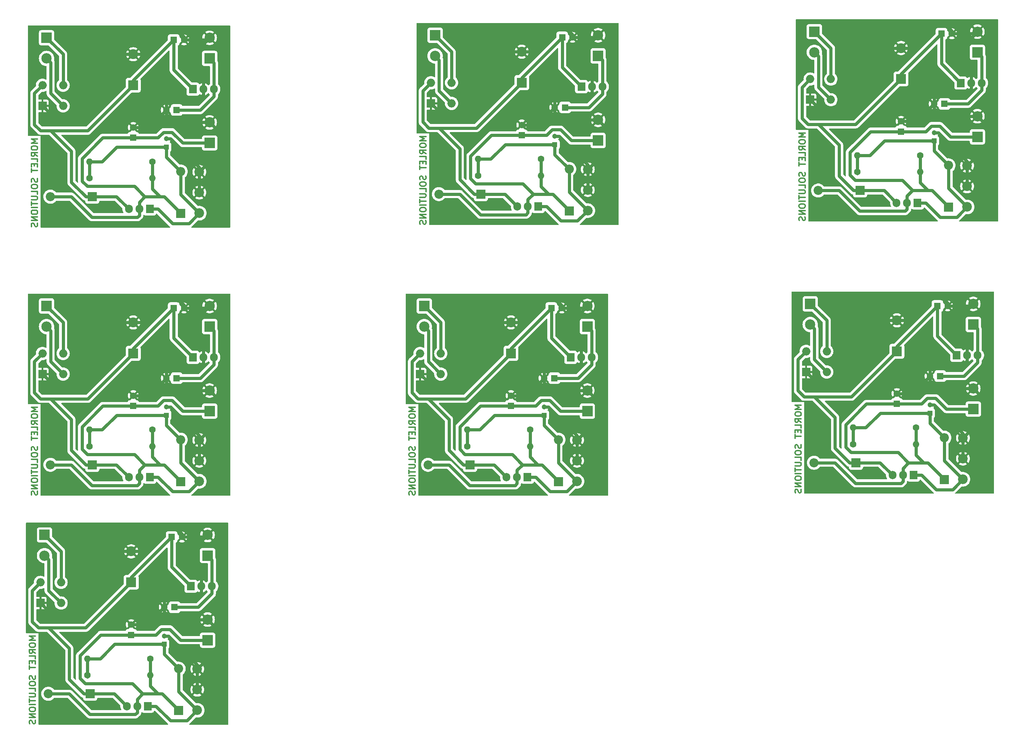
<source format=gbr>
%TF.GenerationSoftware,KiCad,Pcbnew,8.0.3*%
%TF.CreationDate,2024-06-26T17:14:26-03:00*%
%TF.ProjectId,VSource,56536f75-7263-4652-9e6b-696361645f70,rev?*%
%TF.SameCoordinates,Original*%
%TF.FileFunction,Copper,L2,Bot*%
%TF.FilePolarity,Positive*%
%FSLAX46Y46*%
G04 Gerber Fmt 4.6, Leading zero omitted, Abs format (unit mm)*
G04 Created by KiCad (PCBNEW 8.0.3) date 2024-06-26 17:14:26*
%MOMM*%
%LPD*%
G01*
G04 APERTURE LIST*
%ADD10C,0.300000*%
%TA.AperFunction,NonConductor*%
%ADD11C,0.300000*%
%TD*%
%TA.AperFunction,ComponentPad*%
%ADD12R,1.905000X2.000000*%
%TD*%
%TA.AperFunction,ComponentPad*%
%ADD13O,1.905000X2.000000*%
%TD*%
%TA.AperFunction,ComponentPad*%
%ADD14R,1.600000X1.600000*%
%TD*%
%TA.AperFunction,ComponentPad*%
%ADD15C,1.600000*%
%TD*%
%TA.AperFunction,ComponentPad*%
%ADD16R,2.200000X2.200000*%
%TD*%
%TA.AperFunction,ComponentPad*%
%ADD17O,2.200000X2.200000*%
%TD*%
%TA.AperFunction,ComponentPad*%
%ADD18R,2.500000X2.500000*%
%TD*%
%TA.AperFunction,ComponentPad*%
%ADD19C,2.500000*%
%TD*%
%TA.AperFunction,ComponentPad*%
%ADD20R,2.000000X2.000000*%
%TD*%
%TA.AperFunction,ComponentPad*%
%ADD21O,2.000000X2.000000*%
%TD*%
%TA.AperFunction,ComponentPad*%
%ADD22O,1.600000X1.600000*%
%TD*%
%TA.AperFunction,ComponentPad*%
%ADD23C,2.340000*%
%TD*%
%TA.AperFunction,ComponentPad*%
%ADD24R,2.400000X2.400000*%
%TD*%
%TA.AperFunction,ComponentPad*%
%ADD25C,2.400000*%
%TD*%
%TA.AperFunction,ComponentPad*%
%ADD26R,1.200000X1.200000*%
%TD*%
%TA.AperFunction,ComponentPad*%
%ADD27C,1.200000*%
%TD*%
%TA.AperFunction,Conductor*%
%ADD28C,0.762000*%
%TD*%
G04 APERTURE END LIST*
D10*
D11*
X209800828Y-117054510D02*
X208300828Y-117054510D01*
X208300828Y-117054510D02*
X209372257Y-117554510D01*
X209372257Y-117554510D02*
X208300828Y-118054510D01*
X208300828Y-118054510D02*
X209800828Y-118054510D01*
X208300828Y-119054511D02*
X208300828Y-119340225D01*
X208300828Y-119340225D02*
X208372257Y-119483082D01*
X208372257Y-119483082D02*
X208515114Y-119625939D01*
X208515114Y-119625939D02*
X208800828Y-119697368D01*
X208800828Y-119697368D02*
X209300828Y-119697368D01*
X209300828Y-119697368D02*
X209586542Y-119625939D01*
X209586542Y-119625939D02*
X209729400Y-119483082D01*
X209729400Y-119483082D02*
X209800828Y-119340225D01*
X209800828Y-119340225D02*
X209800828Y-119054511D01*
X209800828Y-119054511D02*
X209729400Y-118911654D01*
X209729400Y-118911654D02*
X209586542Y-118768796D01*
X209586542Y-118768796D02*
X209300828Y-118697368D01*
X209300828Y-118697368D02*
X208800828Y-118697368D01*
X208800828Y-118697368D02*
X208515114Y-118768796D01*
X208515114Y-118768796D02*
X208372257Y-118911654D01*
X208372257Y-118911654D02*
X208300828Y-119054511D01*
X209800828Y-121197368D02*
X209086542Y-120697368D01*
X209800828Y-120340225D02*
X208300828Y-120340225D01*
X208300828Y-120340225D02*
X208300828Y-120911654D01*
X208300828Y-120911654D02*
X208372257Y-121054511D01*
X208372257Y-121054511D02*
X208443685Y-121125940D01*
X208443685Y-121125940D02*
X208586542Y-121197368D01*
X208586542Y-121197368D02*
X208800828Y-121197368D01*
X208800828Y-121197368D02*
X208943685Y-121125940D01*
X208943685Y-121125940D02*
X209015114Y-121054511D01*
X209015114Y-121054511D02*
X209086542Y-120911654D01*
X209086542Y-120911654D02*
X209086542Y-120340225D01*
X209800828Y-122554511D02*
X209800828Y-121840225D01*
X209800828Y-121840225D02*
X208300828Y-121840225D01*
X209015114Y-123054511D02*
X209015114Y-123554511D01*
X209800828Y-123768797D02*
X209800828Y-123054511D01*
X209800828Y-123054511D02*
X208300828Y-123054511D01*
X208300828Y-123054511D02*
X208300828Y-123768797D01*
X208300828Y-124197369D02*
X208300828Y-125054512D01*
X209800828Y-124625940D02*
X208300828Y-124625940D01*
X209729400Y-126625940D02*
X209800828Y-126840226D01*
X209800828Y-126840226D02*
X209800828Y-127197368D01*
X209800828Y-127197368D02*
X209729400Y-127340226D01*
X209729400Y-127340226D02*
X209657971Y-127411654D01*
X209657971Y-127411654D02*
X209515114Y-127483083D01*
X209515114Y-127483083D02*
X209372257Y-127483083D01*
X209372257Y-127483083D02*
X209229400Y-127411654D01*
X209229400Y-127411654D02*
X209157971Y-127340226D01*
X209157971Y-127340226D02*
X209086542Y-127197368D01*
X209086542Y-127197368D02*
X209015114Y-126911654D01*
X209015114Y-126911654D02*
X208943685Y-126768797D01*
X208943685Y-126768797D02*
X208872257Y-126697368D01*
X208872257Y-126697368D02*
X208729400Y-126625940D01*
X208729400Y-126625940D02*
X208586542Y-126625940D01*
X208586542Y-126625940D02*
X208443685Y-126697368D01*
X208443685Y-126697368D02*
X208372257Y-126768797D01*
X208372257Y-126768797D02*
X208300828Y-126911654D01*
X208300828Y-126911654D02*
X208300828Y-127268797D01*
X208300828Y-127268797D02*
X208372257Y-127483083D01*
X208300828Y-128411654D02*
X208300828Y-128697368D01*
X208300828Y-128697368D02*
X208372257Y-128840225D01*
X208372257Y-128840225D02*
X208515114Y-128983082D01*
X208515114Y-128983082D02*
X208800828Y-129054511D01*
X208800828Y-129054511D02*
X209300828Y-129054511D01*
X209300828Y-129054511D02*
X209586542Y-128983082D01*
X209586542Y-128983082D02*
X209729400Y-128840225D01*
X209729400Y-128840225D02*
X209800828Y-128697368D01*
X209800828Y-128697368D02*
X209800828Y-128411654D01*
X209800828Y-128411654D02*
X209729400Y-128268797D01*
X209729400Y-128268797D02*
X209586542Y-128125939D01*
X209586542Y-128125939D02*
X209300828Y-128054511D01*
X209300828Y-128054511D02*
X208800828Y-128054511D01*
X208800828Y-128054511D02*
X208515114Y-128125939D01*
X208515114Y-128125939D02*
X208372257Y-128268797D01*
X208372257Y-128268797D02*
X208300828Y-128411654D01*
X209800828Y-130411654D02*
X209800828Y-129697368D01*
X209800828Y-129697368D02*
X208300828Y-129697368D01*
X208300828Y-130911654D02*
X209515114Y-130911654D01*
X209515114Y-130911654D02*
X209657971Y-130983083D01*
X209657971Y-130983083D02*
X209729400Y-131054512D01*
X209729400Y-131054512D02*
X209800828Y-131197369D01*
X209800828Y-131197369D02*
X209800828Y-131483083D01*
X209800828Y-131483083D02*
X209729400Y-131625940D01*
X209729400Y-131625940D02*
X209657971Y-131697369D01*
X209657971Y-131697369D02*
X209515114Y-131768797D01*
X209515114Y-131768797D02*
X208300828Y-131768797D01*
X208300828Y-132268798D02*
X208300828Y-133125941D01*
X209800828Y-132697369D02*
X208300828Y-132697369D01*
X209800828Y-133625940D02*
X208300828Y-133625940D01*
X208300828Y-134625941D02*
X208300828Y-134911655D01*
X208300828Y-134911655D02*
X208372257Y-135054512D01*
X208372257Y-135054512D02*
X208515114Y-135197369D01*
X208515114Y-135197369D02*
X208800828Y-135268798D01*
X208800828Y-135268798D02*
X209300828Y-135268798D01*
X209300828Y-135268798D02*
X209586542Y-135197369D01*
X209586542Y-135197369D02*
X209729400Y-135054512D01*
X209729400Y-135054512D02*
X209800828Y-134911655D01*
X209800828Y-134911655D02*
X209800828Y-134625941D01*
X209800828Y-134625941D02*
X209729400Y-134483084D01*
X209729400Y-134483084D02*
X209586542Y-134340226D01*
X209586542Y-134340226D02*
X209300828Y-134268798D01*
X209300828Y-134268798D02*
X208800828Y-134268798D01*
X208800828Y-134268798D02*
X208515114Y-134340226D01*
X208515114Y-134340226D02*
X208372257Y-134483084D01*
X208372257Y-134483084D02*
X208300828Y-134625941D01*
X209800828Y-135911655D02*
X208300828Y-135911655D01*
X208300828Y-135911655D02*
X209800828Y-136768798D01*
X209800828Y-136768798D02*
X208300828Y-136768798D01*
X209729400Y-137411656D02*
X209800828Y-137625942D01*
X209800828Y-137625942D02*
X209800828Y-137983084D01*
X209800828Y-137983084D02*
X209729400Y-138125942D01*
X209729400Y-138125942D02*
X209657971Y-138197370D01*
X209657971Y-138197370D02*
X209515114Y-138268799D01*
X209515114Y-138268799D02*
X209372257Y-138268799D01*
X209372257Y-138268799D02*
X209229400Y-138197370D01*
X209229400Y-138197370D02*
X209157971Y-138125942D01*
X209157971Y-138125942D02*
X209086542Y-137983084D01*
X209086542Y-137983084D02*
X209015114Y-137697370D01*
X209015114Y-137697370D02*
X208943685Y-137554513D01*
X208943685Y-137554513D02*
X208872257Y-137483084D01*
X208872257Y-137483084D02*
X208729400Y-137411656D01*
X208729400Y-137411656D02*
X208586542Y-137411656D01*
X208586542Y-137411656D02*
X208443685Y-137483084D01*
X208443685Y-137483084D02*
X208372257Y-137554513D01*
X208372257Y-137554513D02*
X208300828Y-137697370D01*
X208300828Y-137697370D02*
X208300828Y-138054513D01*
X208300828Y-138054513D02*
X208372257Y-138268799D01*
D10*
D11*
X210800828Y-51054510D02*
X209300828Y-51054510D01*
X209300828Y-51054510D02*
X210372257Y-51554510D01*
X210372257Y-51554510D02*
X209300828Y-52054510D01*
X209300828Y-52054510D02*
X210800828Y-52054510D01*
X209300828Y-53054511D02*
X209300828Y-53340225D01*
X209300828Y-53340225D02*
X209372257Y-53483082D01*
X209372257Y-53483082D02*
X209515114Y-53625939D01*
X209515114Y-53625939D02*
X209800828Y-53697368D01*
X209800828Y-53697368D02*
X210300828Y-53697368D01*
X210300828Y-53697368D02*
X210586542Y-53625939D01*
X210586542Y-53625939D02*
X210729400Y-53483082D01*
X210729400Y-53483082D02*
X210800828Y-53340225D01*
X210800828Y-53340225D02*
X210800828Y-53054511D01*
X210800828Y-53054511D02*
X210729400Y-52911654D01*
X210729400Y-52911654D02*
X210586542Y-52768796D01*
X210586542Y-52768796D02*
X210300828Y-52697368D01*
X210300828Y-52697368D02*
X209800828Y-52697368D01*
X209800828Y-52697368D02*
X209515114Y-52768796D01*
X209515114Y-52768796D02*
X209372257Y-52911654D01*
X209372257Y-52911654D02*
X209300828Y-53054511D01*
X210800828Y-55197368D02*
X210086542Y-54697368D01*
X210800828Y-54340225D02*
X209300828Y-54340225D01*
X209300828Y-54340225D02*
X209300828Y-54911654D01*
X209300828Y-54911654D02*
X209372257Y-55054511D01*
X209372257Y-55054511D02*
X209443685Y-55125940D01*
X209443685Y-55125940D02*
X209586542Y-55197368D01*
X209586542Y-55197368D02*
X209800828Y-55197368D01*
X209800828Y-55197368D02*
X209943685Y-55125940D01*
X209943685Y-55125940D02*
X210015114Y-55054511D01*
X210015114Y-55054511D02*
X210086542Y-54911654D01*
X210086542Y-54911654D02*
X210086542Y-54340225D01*
X210800828Y-56554511D02*
X210800828Y-55840225D01*
X210800828Y-55840225D02*
X209300828Y-55840225D01*
X210015114Y-57054511D02*
X210015114Y-57554511D01*
X210800828Y-57768797D02*
X210800828Y-57054511D01*
X210800828Y-57054511D02*
X209300828Y-57054511D01*
X209300828Y-57054511D02*
X209300828Y-57768797D01*
X209300828Y-58197369D02*
X209300828Y-59054512D01*
X210800828Y-58625940D02*
X209300828Y-58625940D01*
X210729400Y-60625940D02*
X210800828Y-60840226D01*
X210800828Y-60840226D02*
X210800828Y-61197368D01*
X210800828Y-61197368D02*
X210729400Y-61340226D01*
X210729400Y-61340226D02*
X210657971Y-61411654D01*
X210657971Y-61411654D02*
X210515114Y-61483083D01*
X210515114Y-61483083D02*
X210372257Y-61483083D01*
X210372257Y-61483083D02*
X210229400Y-61411654D01*
X210229400Y-61411654D02*
X210157971Y-61340226D01*
X210157971Y-61340226D02*
X210086542Y-61197368D01*
X210086542Y-61197368D02*
X210015114Y-60911654D01*
X210015114Y-60911654D02*
X209943685Y-60768797D01*
X209943685Y-60768797D02*
X209872257Y-60697368D01*
X209872257Y-60697368D02*
X209729400Y-60625940D01*
X209729400Y-60625940D02*
X209586542Y-60625940D01*
X209586542Y-60625940D02*
X209443685Y-60697368D01*
X209443685Y-60697368D02*
X209372257Y-60768797D01*
X209372257Y-60768797D02*
X209300828Y-60911654D01*
X209300828Y-60911654D02*
X209300828Y-61268797D01*
X209300828Y-61268797D02*
X209372257Y-61483083D01*
X209300828Y-62411654D02*
X209300828Y-62697368D01*
X209300828Y-62697368D02*
X209372257Y-62840225D01*
X209372257Y-62840225D02*
X209515114Y-62983082D01*
X209515114Y-62983082D02*
X209800828Y-63054511D01*
X209800828Y-63054511D02*
X210300828Y-63054511D01*
X210300828Y-63054511D02*
X210586542Y-62983082D01*
X210586542Y-62983082D02*
X210729400Y-62840225D01*
X210729400Y-62840225D02*
X210800828Y-62697368D01*
X210800828Y-62697368D02*
X210800828Y-62411654D01*
X210800828Y-62411654D02*
X210729400Y-62268797D01*
X210729400Y-62268797D02*
X210586542Y-62125939D01*
X210586542Y-62125939D02*
X210300828Y-62054511D01*
X210300828Y-62054511D02*
X209800828Y-62054511D01*
X209800828Y-62054511D02*
X209515114Y-62125939D01*
X209515114Y-62125939D02*
X209372257Y-62268797D01*
X209372257Y-62268797D02*
X209300828Y-62411654D01*
X210800828Y-64411654D02*
X210800828Y-63697368D01*
X210800828Y-63697368D02*
X209300828Y-63697368D01*
X209300828Y-64911654D02*
X210515114Y-64911654D01*
X210515114Y-64911654D02*
X210657971Y-64983083D01*
X210657971Y-64983083D02*
X210729400Y-65054512D01*
X210729400Y-65054512D02*
X210800828Y-65197369D01*
X210800828Y-65197369D02*
X210800828Y-65483083D01*
X210800828Y-65483083D02*
X210729400Y-65625940D01*
X210729400Y-65625940D02*
X210657971Y-65697369D01*
X210657971Y-65697369D02*
X210515114Y-65768797D01*
X210515114Y-65768797D02*
X209300828Y-65768797D01*
X209300828Y-66268798D02*
X209300828Y-67125941D01*
X210800828Y-66697369D02*
X209300828Y-66697369D01*
X210800828Y-67625940D02*
X209300828Y-67625940D01*
X209300828Y-68625941D02*
X209300828Y-68911655D01*
X209300828Y-68911655D02*
X209372257Y-69054512D01*
X209372257Y-69054512D02*
X209515114Y-69197369D01*
X209515114Y-69197369D02*
X209800828Y-69268798D01*
X209800828Y-69268798D02*
X210300828Y-69268798D01*
X210300828Y-69268798D02*
X210586542Y-69197369D01*
X210586542Y-69197369D02*
X210729400Y-69054512D01*
X210729400Y-69054512D02*
X210800828Y-68911655D01*
X210800828Y-68911655D02*
X210800828Y-68625941D01*
X210800828Y-68625941D02*
X210729400Y-68483084D01*
X210729400Y-68483084D02*
X210586542Y-68340226D01*
X210586542Y-68340226D02*
X210300828Y-68268798D01*
X210300828Y-68268798D02*
X209800828Y-68268798D01*
X209800828Y-68268798D02*
X209515114Y-68340226D01*
X209515114Y-68340226D02*
X209372257Y-68483084D01*
X209372257Y-68483084D02*
X209300828Y-68625941D01*
X210800828Y-69911655D02*
X209300828Y-69911655D01*
X209300828Y-69911655D02*
X210800828Y-70768798D01*
X210800828Y-70768798D02*
X209300828Y-70768798D01*
X210729400Y-71411656D02*
X210800828Y-71625942D01*
X210800828Y-71625942D02*
X210800828Y-71983084D01*
X210800828Y-71983084D02*
X210729400Y-72125942D01*
X210729400Y-72125942D02*
X210657971Y-72197370D01*
X210657971Y-72197370D02*
X210515114Y-72268799D01*
X210515114Y-72268799D02*
X210372257Y-72268799D01*
X210372257Y-72268799D02*
X210229400Y-72197370D01*
X210229400Y-72197370D02*
X210157971Y-72125942D01*
X210157971Y-72125942D02*
X210086542Y-71983084D01*
X210086542Y-71983084D02*
X210015114Y-71697370D01*
X210015114Y-71697370D02*
X209943685Y-71554513D01*
X209943685Y-71554513D02*
X209872257Y-71483084D01*
X209872257Y-71483084D02*
X209729400Y-71411656D01*
X209729400Y-71411656D02*
X209586542Y-71411656D01*
X209586542Y-71411656D02*
X209443685Y-71483084D01*
X209443685Y-71483084D02*
X209372257Y-71554513D01*
X209372257Y-71554513D02*
X209300828Y-71697370D01*
X209300828Y-71697370D02*
X209300828Y-72054513D01*
X209300828Y-72054513D02*
X209372257Y-72268799D01*
D10*
D11*
X116300828Y-117554510D02*
X114800828Y-117554510D01*
X114800828Y-117554510D02*
X115872257Y-118054510D01*
X115872257Y-118054510D02*
X114800828Y-118554510D01*
X114800828Y-118554510D02*
X116300828Y-118554510D01*
X114800828Y-119554511D02*
X114800828Y-119840225D01*
X114800828Y-119840225D02*
X114872257Y-119983082D01*
X114872257Y-119983082D02*
X115015114Y-120125939D01*
X115015114Y-120125939D02*
X115300828Y-120197368D01*
X115300828Y-120197368D02*
X115800828Y-120197368D01*
X115800828Y-120197368D02*
X116086542Y-120125939D01*
X116086542Y-120125939D02*
X116229400Y-119983082D01*
X116229400Y-119983082D02*
X116300828Y-119840225D01*
X116300828Y-119840225D02*
X116300828Y-119554511D01*
X116300828Y-119554511D02*
X116229400Y-119411654D01*
X116229400Y-119411654D02*
X116086542Y-119268796D01*
X116086542Y-119268796D02*
X115800828Y-119197368D01*
X115800828Y-119197368D02*
X115300828Y-119197368D01*
X115300828Y-119197368D02*
X115015114Y-119268796D01*
X115015114Y-119268796D02*
X114872257Y-119411654D01*
X114872257Y-119411654D02*
X114800828Y-119554511D01*
X116300828Y-121697368D02*
X115586542Y-121197368D01*
X116300828Y-120840225D02*
X114800828Y-120840225D01*
X114800828Y-120840225D02*
X114800828Y-121411654D01*
X114800828Y-121411654D02*
X114872257Y-121554511D01*
X114872257Y-121554511D02*
X114943685Y-121625940D01*
X114943685Y-121625940D02*
X115086542Y-121697368D01*
X115086542Y-121697368D02*
X115300828Y-121697368D01*
X115300828Y-121697368D02*
X115443685Y-121625940D01*
X115443685Y-121625940D02*
X115515114Y-121554511D01*
X115515114Y-121554511D02*
X115586542Y-121411654D01*
X115586542Y-121411654D02*
X115586542Y-120840225D01*
X116300828Y-123054511D02*
X116300828Y-122340225D01*
X116300828Y-122340225D02*
X114800828Y-122340225D01*
X115515114Y-123554511D02*
X115515114Y-124054511D01*
X116300828Y-124268797D02*
X116300828Y-123554511D01*
X116300828Y-123554511D02*
X114800828Y-123554511D01*
X114800828Y-123554511D02*
X114800828Y-124268797D01*
X114800828Y-124697369D02*
X114800828Y-125554512D01*
X116300828Y-125125940D02*
X114800828Y-125125940D01*
X116229400Y-127125940D02*
X116300828Y-127340226D01*
X116300828Y-127340226D02*
X116300828Y-127697368D01*
X116300828Y-127697368D02*
X116229400Y-127840226D01*
X116229400Y-127840226D02*
X116157971Y-127911654D01*
X116157971Y-127911654D02*
X116015114Y-127983083D01*
X116015114Y-127983083D02*
X115872257Y-127983083D01*
X115872257Y-127983083D02*
X115729400Y-127911654D01*
X115729400Y-127911654D02*
X115657971Y-127840226D01*
X115657971Y-127840226D02*
X115586542Y-127697368D01*
X115586542Y-127697368D02*
X115515114Y-127411654D01*
X115515114Y-127411654D02*
X115443685Y-127268797D01*
X115443685Y-127268797D02*
X115372257Y-127197368D01*
X115372257Y-127197368D02*
X115229400Y-127125940D01*
X115229400Y-127125940D02*
X115086542Y-127125940D01*
X115086542Y-127125940D02*
X114943685Y-127197368D01*
X114943685Y-127197368D02*
X114872257Y-127268797D01*
X114872257Y-127268797D02*
X114800828Y-127411654D01*
X114800828Y-127411654D02*
X114800828Y-127768797D01*
X114800828Y-127768797D02*
X114872257Y-127983083D01*
X114800828Y-128911654D02*
X114800828Y-129197368D01*
X114800828Y-129197368D02*
X114872257Y-129340225D01*
X114872257Y-129340225D02*
X115015114Y-129483082D01*
X115015114Y-129483082D02*
X115300828Y-129554511D01*
X115300828Y-129554511D02*
X115800828Y-129554511D01*
X115800828Y-129554511D02*
X116086542Y-129483082D01*
X116086542Y-129483082D02*
X116229400Y-129340225D01*
X116229400Y-129340225D02*
X116300828Y-129197368D01*
X116300828Y-129197368D02*
X116300828Y-128911654D01*
X116300828Y-128911654D02*
X116229400Y-128768797D01*
X116229400Y-128768797D02*
X116086542Y-128625939D01*
X116086542Y-128625939D02*
X115800828Y-128554511D01*
X115800828Y-128554511D02*
X115300828Y-128554511D01*
X115300828Y-128554511D02*
X115015114Y-128625939D01*
X115015114Y-128625939D02*
X114872257Y-128768797D01*
X114872257Y-128768797D02*
X114800828Y-128911654D01*
X116300828Y-130911654D02*
X116300828Y-130197368D01*
X116300828Y-130197368D02*
X114800828Y-130197368D01*
X114800828Y-131411654D02*
X116015114Y-131411654D01*
X116015114Y-131411654D02*
X116157971Y-131483083D01*
X116157971Y-131483083D02*
X116229400Y-131554512D01*
X116229400Y-131554512D02*
X116300828Y-131697369D01*
X116300828Y-131697369D02*
X116300828Y-131983083D01*
X116300828Y-131983083D02*
X116229400Y-132125940D01*
X116229400Y-132125940D02*
X116157971Y-132197369D01*
X116157971Y-132197369D02*
X116015114Y-132268797D01*
X116015114Y-132268797D02*
X114800828Y-132268797D01*
X114800828Y-132768798D02*
X114800828Y-133625941D01*
X116300828Y-133197369D02*
X114800828Y-133197369D01*
X116300828Y-134125940D02*
X114800828Y-134125940D01*
X114800828Y-135125941D02*
X114800828Y-135411655D01*
X114800828Y-135411655D02*
X114872257Y-135554512D01*
X114872257Y-135554512D02*
X115015114Y-135697369D01*
X115015114Y-135697369D02*
X115300828Y-135768798D01*
X115300828Y-135768798D02*
X115800828Y-135768798D01*
X115800828Y-135768798D02*
X116086542Y-135697369D01*
X116086542Y-135697369D02*
X116229400Y-135554512D01*
X116229400Y-135554512D02*
X116300828Y-135411655D01*
X116300828Y-135411655D02*
X116300828Y-135125941D01*
X116300828Y-135125941D02*
X116229400Y-134983084D01*
X116229400Y-134983084D02*
X116086542Y-134840226D01*
X116086542Y-134840226D02*
X115800828Y-134768798D01*
X115800828Y-134768798D02*
X115300828Y-134768798D01*
X115300828Y-134768798D02*
X115015114Y-134840226D01*
X115015114Y-134840226D02*
X114872257Y-134983084D01*
X114872257Y-134983084D02*
X114800828Y-135125941D01*
X116300828Y-136411655D02*
X114800828Y-136411655D01*
X114800828Y-136411655D02*
X116300828Y-137268798D01*
X116300828Y-137268798D02*
X114800828Y-137268798D01*
X116229400Y-137911656D02*
X116300828Y-138125942D01*
X116300828Y-138125942D02*
X116300828Y-138483084D01*
X116300828Y-138483084D02*
X116229400Y-138625942D01*
X116229400Y-138625942D02*
X116157971Y-138697370D01*
X116157971Y-138697370D02*
X116015114Y-138768799D01*
X116015114Y-138768799D02*
X115872257Y-138768799D01*
X115872257Y-138768799D02*
X115729400Y-138697370D01*
X115729400Y-138697370D02*
X115657971Y-138625942D01*
X115657971Y-138625942D02*
X115586542Y-138483084D01*
X115586542Y-138483084D02*
X115515114Y-138197370D01*
X115515114Y-138197370D02*
X115443685Y-138054513D01*
X115443685Y-138054513D02*
X115372257Y-137983084D01*
X115372257Y-137983084D02*
X115229400Y-137911656D01*
X115229400Y-137911656D02*
X115086542Y-137911656D01*
X115086542Y-137911656D02*
X114943685Y-137983084D01*
X114943685Y-137983084D02*
X114872257Y-138054513D01*
X114872257Y-138054513D02*
X114800828Y-138197370D01*
X114800828Y-138197370D02*
X114800828Y-138554513D01*
X114800828Y-138554513D02*
X114872257Y-138768799D01*
D10*
D11*
X24300828Y-173054510D02*
X22800828Y-173054510D01*
X22800828Y-173054510D02*
X23872257Y-173554510D01*
X23872257Y-173554510D02*
X22800828Y-174054510D01*
X22800828Y-174054510D02*
X24300828Y-174054510D01*
X22800828Y-175054511D02*
X22800828Y-175340225D01*
X22800828Y-175340225D02*
X22872257Y-175483082D01*
X22872257Y-175483082D02*
X23015114Y-175625939D01*
X23015114Y-175625939D02*
X23300828Y-175697368D01*
X23300828Y-175697368D02*
X23800828Y-175697368D01*
X23800828Y-175697368D02*
X24086542Y-175625939D01*
X24086542Y-175625939D02*
X24229400Y-175483082D01*
X24229400Y-175483082D02*
X24300828Y-175340225D01*
X24300828Y-175340225D02*
X24300828Y-175054511D01*
X24300828Y-175054511D02*
X24229400Y-174911654D01*
X24229400Y-174911654D02*
X24086542Y-174768796D01*
X24086542Y-174768796D02*
X23800828Y-174697368D01*
X23800828Y-174697368D02*
X23300828Y-174697368D01*
X23300828Y-174697368D02*
X23015114Y-174768796D01*
X23015114Y-174768796D02*
X22872257Y-174911654D01*
X22872257Y-174911654D02*
X22800828Y-175054511D01*
X24300828Y-177197368D02*
X23586542Y-176697368D01*
X24300828Y-176340225D02*
X22800828Y-176340225D01*
X22800828Y-176340225D02*
X22800828Y-176911654D01*
X22800828Y-176911654D02*
X22872257Y-177054511D01*
X22872257Y-177054511D02*
X22943685Y-177125940D01*
X22943685Y-177125940D02*
X23086542Y-177197368D01*
X23086542Y-177197368D02*
X23300828Y-177197368D01*
X23300828Y-177197368D02*
X23443685Y-177125940D01*
X23443685Y-177125940D02*
X23515114Y-177054511D01*
X23515114Y-177054511D02*
X23586542Y-176911654D01*
X23586542Y-176911654D02*
X23586542Y-176340225D01*
X24300828Y-178554511D02*
X24300828Y-177840225D01*
X24300828Y-177840225D02*
X22800828Y-177840225D01*
X23515114Y-179054511D02*
X23515114Y-179554511D01*
X24300828Y-179768797D02*
X24300828Y-179054511D01*
X24300828Y-179054511D02*
X22800828Y-179054511D01*
X22800828Y-179054511D02*
X22800828Y-179768797D01*
X22800828Y-180197369D02*
X22800828Y-181054512D01*
X24300828Y-180625940D02*
X22800828Y-180625940D01*
X24229400Y-182625940D02*
X24300828Y-182840226D01*
X24300828Y-182840226D02*
X24300828Y-183197368D01*
X24300828Y-183197368D02*
X24229400Y-183340226D01*
X24229400Y-183340226D02*
X24157971Y-183411654D01*
X24157971Y-183411654D02*
X24015114Y-183483083D01*
X24015114Y-183483083D02*
X23872257Y-183483083D01*
X23872257Y-183483083D02*
X23729400Y-183411654D01*
X23729400Y-183411654D02*
X23657971Y-183340226D01*
X23657971Y-183340226D02*
X23586542Y-183197368D01*
X23586542Y-183197368D02*
X23515114Y-182911654D01*
X23515114Y-182911654D02*
X23443685Y-182768797D01*
X23443685Y-182768797D02*
X23372257Y-182697368D01*
X23372257Y-182697368D02*
X23229400Y-182625940D01*
X23229400Y-182625940D02*
X23086542Y-182625940D01*
X23086542Y-182625940D02*
X22943685Y-182697368D01*
X22943685Y-182697368D02*
X22872257Y-182768797D01*
X22872257Y-182768797D02*
X22800828Y-182911654D01*
X22800828Y-182911654D02*
X22800828Y-183268797D01*
X22800828Y-183268797D02*
X22872257Y-183483083D01*
X22800828Y-184411654D02*
X22800828Y-184697368D01*
X22800828Y-184697368D02*
X22872257Y-184840225D01*
X22872257Y-184840225D02*
X23015114Y-184983082D01*
X23015114Y-184983082D02*
X23300828Y-185054511D01*
X23300828Y-185054511D02*
X23800828Y-185054511D01*
X23800828Y-185054511D02*
X24086542Y-184983082D01*
X24086542Y-184983082D02*
X24229400Y-184840225D01*
X24229400Y-184840225D02*
X24300828Y-184697368D01*
X24300828Y-184697368D02*
X24300828Y-184411654D01*
X24300828Y-184411654D02*
X24229400Y-184268797D01*
X24229400Y-184268797D02*
X24086542Y-184125939D01*
X24086542Y-184125939D02*
X23800828Y-184054511D01*
X23800828Y-184054511D02*
X23300828Y-184054511D01*
X23300828Y-184054511D02*
X23015114Y-184125939D01*
X23015114Y-184125939D02*
X22872257Y-184268797D01*
X22872257Y-184268797D02*
X22800828Y-184411654D01*
X24300828Y-186411654D02*
X24300828Y-185697368D01*
X24300828Y-185697368D02*
X22800828Y-185697368D01*
X22800828Y-186911654D02*
X24015114Y-186911654D01*
X24015114Y-186911654D02*
X24157971Y-186983083D01*
X24157971Y-186983083D02*
X24229400Y-187054512D01*
X24229400Y-187054512D02*
X24300828Y-187197369D01*
X24300828Y-187197369D02*
X24300828Y-187483083D01*
X24300828Y-187483083D02*
X24229400Y-187625940D01*
X24229400Y-187625940D02*
X24157971Y-187697369D01*
X24157971Y-187697369D02*
X24015114Y-187768797D01*
X24015114Y-187768797D02*
X22800828Y-187768797D01*
X22800828Y-188268798D02*
X22800828Y-189125941D01*
X24300828Y-188697369D02*
X22800828Y-188697369D01*
X24300828Y-189625940D02*
X22800828Y-189625940D01*
X22800828Y-190625941D02*
X22800828Y-190911655D01*
X22800828Y-190911655D02*
X22872257Y-191054512D01*
X22872257Y-191054512D02*
X23015114Y-191197369D01*
X23015114Y-191197369D02*
X23300828Y-191268798D01*
X23300828Y-191268798D02*
X23800828Y-191268798D01*
X23800828Y-191268798D02*
X24086542Y-191197369D01*
X24086542Y-191197369D02*
X24229400Y-191054512D01*
X24229400Y-191054512D02*
X24300828Y-190911655D01*
X24300828Y-190911655D02*
X24300828Y-190625941D01*
X24300828Y-190625941D02*
X24229400Y-190483084D01*
X24229400Y-190483084D02*
X24086542Y-190340226D01*
X24086542Y-190340226D02*
X23800828Y-190268798D01*
X23800828Y-190268798D02*
X23300828Y-190268798D01*
X23300828Y-190268798D02*
X23015114Y-190340226D01*
X23015114Y-190340226D02*
X22872257Y-190483084D01*
X22872257Y-190483084D02*
X22800828Y-190625941D01*
X24300828Y-191911655D02*
X22800828Y-191911655D01*
X22800828Y-191911655D02*
X24300828Y-192768798D01*
X24300828Y-192768798D02*
X22800828Y-192768798D01*
X24229400Y-193411656D02*
X24300828Y-193625942D01*
X24300828Y-193625942D02*
X24300828Y-193983084D01*
X24300828Y-193983084D02*
X24229400Y-194125942D01*
X24229400Y-194125942D02*
X24157971Y-194197370D01*
X24157971Y-194197370D02*
X24015114Y-194268799D01*
X24015114Y-194268799D02*
X23872257Y-194268799D01*
X23872257Y-194268799D02*
X23729400Y-194197370D01*
X23729400Y-194197370D02*
X23657971Y-194125942D01*
X23657971Y-194125942D02*
X23586542Y-193983084D01*
X23586542Y-193983084D02*
X23515114Y-193697370D01*
X23515114Y-193697370D02*
X23443685Y-193554513D01*
X23443685Y-193554513D02*
X23372257Y-193483084D01*
X23372257Y-193483084D02*
X23229400Y-193411656D01*
X23229400Y-193411656D02*
X23086542Y-193411656D01*
X23086542Y-193411656D02*
X22943685Y-193483084D01*
X22943685Y-193483084D02*
X22872257Y-193554513D01*
X22872257Y-193554513D02*
X22800828Y-193697370D01*
X22800828Y-193697370D02*
X22800828Y-194054513D01*
X22800828Y-194054513D02*
X22872257Y-194268799D01*
D10*
D11*
X24800828Y-117554510D02*
X23300828Y-117554510D01*
X23300828Y-117554510D02*
X24372257Y-118054510D01*
X24372257Y-118054510D02*
X23300828Y-118554510D01*
X23300828Y-118554510D02*
X24800828Y-118554510D01*
X23300828Y-119554511D02*
X23300828Y-119840225D01*
X23300828Y-119840225D02*
X23372257Y-119983082D01*
X23372257Y-119983082D02*
X23515114Y-120125939D01*
X23515114Y-120125939D02*
X23800828Y-120197368D01*
X23800828Y-120197368D02*
X24300828Y-120197368D01*
X24300828Y-120197368D02*
X24586542Y-120125939D01*
X24586542Y-120125939D02*
X24729400Y-119983082D01*
X24729400Y-119983082D02*
X24800828Y-119840225D01*
X24800828Y-119840225D02*
X24800828Y-119554511D01*
X24800828Y-119554511D02*
X24729400Y-119411654D01*
X24729400Y-119411654D02*
X24586542Y-119268796D01*
X24586542Y-119268796D02*
X24300828Y-119197368D01*
X24300828Y-119197368D02*
X23800828Y-119197368D01*
X23800828Y-119197368D02*
X23515114Y-119268796D01*
X23515114Y-119268796D02*
X23372257Y-119411654D01*
X23372257Y-119411654D02*
X23300828Y-119554511D01*
X24800828Y-121697368D02*
X24086542Y-121197368D01*
X24800828Y-120840225D02*
X23300828Y-120840225D01*
X23300828Y-120840225D02*
X23300828Y-121411654D01*
X23300828Y-121411654D02*
X23372257Y-121554511D01*
X23372257Y-121554511D02*
X23443685Y-121625940D01*
X23443685Y-121625940D02*
X23586542Y-121697368D01*
X23586542Y-121697368D02*
X23800828Y-121697368D01*
X23800828Y-121697368D02*
X23943685Y-121625940D01*
X23943685Y-121625940D02*
X24015114Y-121554511D01*
X24015114Y-121554511D02*
X24086542Y-121411654D01*
X24086542Y-121411654D02*
X24086542Y-120840225D01*
X24800828Y-123054511D02*
X24800828Y-122340225D01*
X24800828Y-122340225D02*
X23300828Y-122340225D01*
X24015114Y-123554511D02*
X24015114Y-124054511D01*
X24800828Y-124268797D02*
X24800828Y-123554511D01*
X24800828Y-123554511D02*
X23300828Y-123554511D01*
X23300828Y-123554511D02*
X23300828Y-124268797D01*
X23300828Y-124697369D02*
X23300828Y-125554512D01*
X24800828Y-125125940D02*
X23300828Y-125125940D01*
X24729400Y-127125940D02*
X24800828Y-127340226D01*
X24800828Y-127340226D02*
X24800828Y-127697368D01*
X24800828Y-127697368D02*
X24729400Y-127840226D01*
X24729400Y-127840226D02*
X24657971Y-127911654D01*
X24657971Y-127911654D02*
X24515114Y-127983083D01*
X24515114Y-127983083D02*
X24372257Y-127983083D01*
X24372257Y-127983083D02*
X24229400Y-127911654D01*
X24229400Y-127911654D02*
X24157971Y-127840226D01*
X24157971Y-127840226D02*
X24086542Y-127697368D01*
X24086542Y-127697368D02*
X24015114Y-127411654D01*
X24015114Y-127411654D02*
X23943685Y-127268797D01*
X23943685Y-127268797D02*
X23872257Y-127197368D01*
X23872257Y-127197368D02*
X23729400Y-127125940D01*
X23729400Y-127125940D02*
X23586542Y-127125940D01*
X23586542Y-127125940D02*
X23443685Y-127197368D01*
X23443685Y-127197368D02*
X23372257Y-127268797D01*
X23372257Y-127268797D02*
X23300828Y-127411654D01*
X23300828Y-127411654D02*
X23300828Y-127768797D01*
X23300828Y-127768797D02*
X23372257Y-127983083D01*
X23300828Y-128911654D02*
X23300828Y-129197368D01*
X23300828Y-129197368D02*
X23372257Y-129340225D01*
X23372257Y-129340225D02*
X23515114Y-129483082D01*
X23515114Y-129483082D02*
X23800828Y-129554511D01*
X23800828Y-129554511D02*
X24300828Y-129554511D01*
X24300828Y-129554511D02*
X24586542Y-129483082D01*
X24586542Y-129483082D02*
X24729400Y-129340225D01*
X24729400Y-129340225D02*
X24800828Y-129197368D01*
X24800828Y-129197368D02*
X24800828Y-128911654D01*
X24800828Y-128911654D02*
X24729400Y-128768797D01*
X24729400Y-128768797D02*
X24586542Y-128625939D01*
X24586542Y-128625939D02*
X24300828Y-128554511D01*
X24300828Y-128554511D02*
X23800828Y-128554511D01*
X23800828Y-128554511D02*
X23515114Y-128625939D01*
X23515114Y-128625939D02*
X23372257Y-128768797D01*
X23372257Y-128768797D02*
X23300828Y-128911654D01*
X24800828Y-130911654D02*
X24800828Y-130197368D01*
X24800828Y-130197368D02*
X23300828Y-130197368D01*
X23300828Y-131411654D02*
X24515114Y-131411654D01*
X24515114Y-131411654D02*
X24657971Y-131483083D01*
X24657971Y-131483083D02*
X24729400Y-131554512D01*
X24729400Y-131554512D02*
X24800828Y-131697369D01*
X24800828Y-131697369D02*
X24800828Y-131983083D01*
X24800828Y-131983083D02*
X24729400Y-132125940D01*
X24729400Y-132125940D02*
X24657971Y-132197369D01*
X24657971Y-132197369D02*
X24515114Y-132268797D01*
X24515114Y-132268797D02*
X23300828Y-132268797D01*
X23300828Y-132768798D02*
X23300828Y-133625941D01*
X24800828Y-133197369D02*
X23300828Y-133197369D01*
X24800828Y-134125940D02*
X23300828Y-134125940D01*
X23300828Y-135125941D02*
X23300828Y-135411655D01*
X23300828Y-135411655D02*
X23372257Y-135554512D01*
X23372257Y-135554512D02*
X23515114Y-135697369D01*
X23515114Y-135697369D02*
X23800828Y-135768798D01*
X23800828Y-135768798D02*
X24300828Y-135768798D01*
X24300828Y-135768798D02*
X24586542Y-135697369D01*
X24586542Y-135697369D02*
X24729400Y-135554512D01*
X24729400Y-135554512D02*
X24800828Y-135411655D01*
X24800828Y-135411655D02*
X24800828Y-135125941D01*
X24800828Y-135125941D02*
X24729400Y-134983084D01*
X24729400Y-134983084D02*
X24586542Y-134840226D01*
X24586542Y-134840226D02*
X24300828Y-134768798D01*
X24300828Y-134768798D02*
X23800828Y-134768798D01*
X23800828Y-134768798D02*
X23515114Y-134840226D01*
X23515114Y-134840226D02*
X23372257Y-134983084D01*
X23372257Y-134983084D02*
X23300828Y-135125941D01*
X24800828Y-136411655D02*
X23300828Y-136411655D01*
X23300828Y-136411655D02*
X24800828Y-137268798D01*
X24800828Y-137268798D02*
X23300828Y-137268798D01*
X24729400Y-137911656D02*
X24800828Y-138125942D01*
X24800828Y-138125942D02*
X24800828Y-138483084D01*
X24800828Y-138483084D02*
X24729400Y-138625942D01*
X24729400Y-138625942D02*
X24657971Y-138697370D01*
X24657971Y-138697370D02*
X24515114Y-138768799D01*
X24515114Y-138768799D02*
X24372257Y-138768799D01*
X24372257Y-138768799D02*
X24229400Y-138697370D01*
X24229400Y-138697370D02*
X24157971Y-138625942D01*
X24157971Y-138625942D02*
X24086542Y-138483084D01*
X24086542Y-138483084D02*
X24015114Y-138197370D01*
X24015114Y-138197370D02*
X23943685Y-138054513D01*
X23943685Y-138054513D02*
X23872257Y-137983084D01*
X23872257Y-137983084D02*
X23729400Y-137911656D01*
X23729400Y-137911656D02*
X23586542Y-137911656D01*
X23586542Y-137911656D02*
X23443685Y-137983084D01*
X23443685Y-137983084D02*
X23372257Y-138054513D01*
X23372257Y-138054513D02*
X23300828Y-138197370D01*
X23300828Y-138197370D02*
X23300828Y-138554513D01*
X23300828Y-138554513D02*
X23372257Y-138768799D01*
D10*
D11*
X24800828Y-52554510D02*
X23300828Y-52554510D01*
X23300828Y-52554510D02*
X24372257Y-53054510D01*
X24372257Y-53054510D02*
X23300828Y-53554510D01*
X23300828Y-53554510D02*
X24800828Y-53554510D01*
X23300828Y-54554511D02*
X23300828Y-54840225D01*
X23300828Y-54840225D02*
X23372257Y-54983082D01*
X23372257Y-54983082D02*
X23515114Y-55125939D01*
X23515114Y-55125939D02*
X23800828Y-55197368D01*
X23800828Y-55197368D02*
X24300828Y-55197368D01*
X24300828Y-55197368D02*
X24586542Y-55125939D01*
X24586542Y-55125939D02*
X24729400Y-54983082D01*
X24729400Y-54983082D02*
X24800828Y-54840225D01*
X24800828Y-54840225D02*
X24800828Y-54554511D01*
X24800828Y-54554511D02*
X24729400Y-54411654D01*
X24729400Y-54411654D02*
X24586542Y-54268796D01*
X24586542Y-54268796D02*
X24300828Y-54197368D01*
X24300828Y-54197368D02*
X23800828Y-54197368D01*
X23800828Y-54197368D02*
X23515114Y-54268796D01*
X23515114Y-54268796D02*
X23372257Y-54411654D01*
X23372257Y-54411654D02*
X23300828Y-54554511D01*
X24800828Y-56697368D02*
X24086542Y-56197368D01*
X24800828Y-55840225D02*
X23300828Y-55840225D01*
X23300828Y-55840225D02*
X23300828Y-56411654D01*
X23300828Y-56411654D02*
X23372257Y-56554511D01*
X23372257Y-56554511D02*
X23443685Y-56625940D01*
X23443685Y-56625940D02*
X23586542Y-56697368D01*
X23586542Y-56697368D02*
X23800828Y-56697368D01*
X23800828Y-56697368D02*
X23943685Y-56625940D01*
X23943685Y-56625940D02*
X24015114Y-56554511D01*
X24015114Y-56554511D02*
X24086542Y-56411654D01*
X24086542Y-56411654D02*
X24086542Y-55840225D01*
X24800828Y-58054511D02*
X24800828Y-57340225D01*
X24800828Y-57340225D02*
X23300828Y-57340225D01*
X24015114Y-58554511D02*
X24015114Y-59054511D01*
X24800828Y-59268797D02*
X24800828Y-58554511D01*
X24800828Y-58554511D02*
X23300828Y-58554511D01*
X23300828Y-58554511D02*
X23300828Y-59268797D01*
X23300828Y-59697369D02*
X23300828Y-60554512D01*
X24800828Y-60125940D02*
X23300828Y-60125940D01*
X24729400Y-62125940D02*
X24800828Y-62340226D01*
X24800828Y-62340226D02*
X24800828Y-62697368D01*
X24800828Y-62697368D02*
X24729400Y-62840226D01*
X24729400Y-62840226D02*
X24657971Y-62911654D01*
X24657971Y-62911654D02*
X24515114Y-62983083D01*
X24515114Y-62983083D02*
X24372257Y-62983083D01*
X24372257Y-62983083D02*
X24229400Y-62911654D01*
X24229400Y-62911654D02*
X24157971Y-62840226D01*
X24157971Y-62840226D02*
X24086542Y-62697368D01*
X24086542Y-62697368D02*
X24015114Y-62411654D01*
X24015114Y-62411654D02*
X23943685Y-62268797D01*
X23943685Y-62268797D02*
X23872257Y-62197368D01*
X23872257Y-62197368D02*
X23729400Y-62125940D01*
X23729400Y-62125940D02*
X23586542Y-62125940D01*
X23586542Y-62125940D02*
X23443685Y-62197368D01*
X23443685Y-62197368D02*
X23372257Y-62268797D01*
X23372257Y-62268797D02*
X23300828Y-62411654D01*
X23300828Y-62411654D02*
X23300828Y-62768797D01*
X23300828Y-62768797D02*
X23372257Y-62983083D01*
X23300828Y-63911654D02*
X23300828Y-64197368D01*
X23300828Y-64197368D02*
X23372257Y-64340225D01*
X23372257Y-64340225D02*
X23515114Y-64483082D01*
X23515114Y-64483082D02*
X23800828Y-64554511D01*
X23800828Y-64554511D02*
X24300828Y-64554511D01*
X24300828Y-64554511D02*
X24586542Y-64483082D01*
X24586542Y-64483082D02*
X24729400Y-64340225D01*
X24729400Y-64340225D02*
X24800828Y-64197368D01*
X24800828Y-64197368D02*
X24800828Y-63911654D01*
X24800828Y-63911654D02*
X24729400Y-63768797D01*
X24729400Y-63768797D02*
X24586542Y-63625939D01*
X24586542Y-63625939D02*
X24300828Y-63554511D01*
X24300828Y-63554511D02*
X23800828Y-63554511D01*
X23800828Y-63554511D02*
X23515114Y-63625939D01*
X23515114Y-63625939D02*
X23372257Y-63768797D01*
X23372257Y-63768797D02*
X23300828Y-63911654D01*
X24800828Y-65911654D02*
X24800828Y-65197368D01*
X24800828Y-65197368D02*
X23300828Y-65197368D01*
X23300828Y-66411654D02*
X24515114Y-66411654D01*
X24515114Y-66411654D02*
X24657971Y-66483083D01*
X24657971Y-66483083D02*
X24729400Y-66554512D01*
X24729400Y-66554512D02*
X24800828Y-66697369D01*
X24800828Y-66697369D02*
X24800828Y-66983083D01*
X24800828Y-66983083D02*
X24729400Y-67125940D01*
X24729400Y-67125940D02*
X24657971Y-67197369D01*
X24657971Y-67197369D02*
X24515114Y-67268797D01*
X24515114Y-67268797D02*
X23300828Y-67268797D01*
X23300828Y-67768798D02*
X23300828Y-68625941D01*
X24800828Y-68197369D02*
X23300828Y-68197369D01*
X24800828Y-69125940D02*
X23300828Y-69125940D01*
X23300828Y-70125941D02*
X23300828Y-70411655D01*
X23300828Y-70411655D02*
X23372257Y-70554512D01*
X23372257Y-70554512D02*
X23515114Y-70697369D01*
X23515114Y-70697369D02*
X23800828Y-70768798D01*
X23800828Y-70768798D02*
X24300828Y-70768798D01*
X24300828Y-70768798D02*
X24586542Y-70697369D01*
X24586542Y-70697369D02*
X24729400Y-70554512D01*
X24729400Y-70554512D02*
X24800828Y-70411655D01*
X24800828Y-70411655D02*
X24800828Y-70125941D01*
X24800828Y-70125941D02*
X24729400Y-69983084D01*
X24729400Y-69983084D02*
X24586542Y-69840226D01*
X24586542Y-69840226D02*
X24300828Y-69768798D01*
X24300828Y-69768798D02*
X23800828Y-69768798D01*
X23800828Y-69768798D02*
X23515114Y-69840226D01*
X23515114Y-69840226D02*
X23372257Y-69983084D01*
X23372257Y-69983084D02*
X23300828Y-70125941D01*
X24800828Y-71411655D02*
X23300828Y-71411655D01*
X23300828Y-71411655D02*
X24800828Y-72268798D01*
X24800828Y-72268798D02*
X23300828Y-72268798D01*
X24729400Y-72911656D02*
X24800828Y-73125942D01*
X24800828Y-73125942D02*
X24800828Y-73483084D01*
X24800828Y-73483084D02*
X24729400Y-73625942D01*
X24729400Y-73625942D02*
X24657971Y-73697370D01*
X24657971Y-73697370D02*
X24515114Y-73768799D01*
X24515114Y-73768799D02*
X24372257Y-73768799D01*
X24372257Y-73768799D02*
X24229400Y-73697370D01*
X24229400Y-73697370D02*
X24157971Y-73625942D01*
X24157971Y-73625942D02*
X24086542Y-73483084D01*
X24086542Y-73483084D02*
X24015114Y-73197370D01*
X24015114Y-73197370D02*
X23943685Y-73054513D01*
X23943685Y-73054513D02*
X23872257Y-72983084D01*
X23872257Y-72983084D02*
X23729400Y-72911656D01*
X23729400Y-72911656D02*
X23586542Y-72911656D01*
X23586542Y-72911656D02*
X23443685Y-72983084D01*
X23443685Y-72983084D02*
X23372257Y-73054513D01*
X23372257Y-73054513D02*
X23300828Y-73197370D01*
X23300828Y-73197370D02*
X23300828Y-73554513D01*
X23300828Y-73554513D02*
X23372257Y-73768799D01*
D10*
D11*
X118915256Y-51940082D02*
X117415256Y-51940082D01*
X117415256Y-51940082D02*
X118486685Y-52440082D01*
X118486685Y-52440082D02*
X117415256Y-52940082D01*
X117415256Y-52940082D02*
X118915256Y-52940082D01*
X117415256Y-53940083D02*
X117415256Y-54225797D01*
X117415256Y-54225797D02*
X117486685Y-54368654D01*
X117486685Y-54368654D02*
X117629542Y-54511511D01*
X117629542Y-54511511D02*
X117915256Y-54582940D01*
X117915256Y-54582940D02*
X118415256Y-54582940D01*
X118415256Y-54582940D02*
X118700970Y-54511511D01*
X118700970Y-54511511D02*
X118843828Y-54368654D01*
X118843828Y-54368654D02*
X118915256Y-54225797D01*
X118915256Y-54225797D02*
X118915256Y-53940083D01*
X118915256Y-53940083D02*
X118843828Y-53797226D01*
X118843828Y-53797226D02*
X118700970Y-53654368D01*
X118700970Y-53654368D02*
X118415256Y-53582940D01*
X118415256Y-53582940D02*
X117915256Y-53582940D01*
X117915256Y-53582940D02*
X117629542Y-53654368D01*
X117629542Y-53654368D02*
X117486685Y-53797226D01*
X117486685Y-53797226D02*
X117415256Y-53940083D01*
X118915256Y-56082940D02*
X118200970Y-55582940D01*
X118915256Y-55225797D02*
X117415256Y-55225797D01*
X117415256Y-55225797D02*
X117415256Y-55797226D01*
X117415256Y-55797226D02*
X117486685Y-55940083D01*
X117486685Y-55940083D02*
X117558113Y-56011512D01*
X117558113Y-56011512D02*
X117700970Y-56082940D01*
X117700970Y-56082940D02*
X117915256Y-56082940D01*
X117915256Y-56082940D02*
X118058113Y-56011512D01*
X118058113Y-56011512D02*
X118129542Y-55940083D01*
X118129542Y-55940083D02*
X118200970Y-55797226D01*
X118200970Y-55797226D02*
X118200970Y-55225797D01*
X118915256Y-57440083D02*
X118915256Y-56725797D01*
X118915256Y-56725797D02*
X117415256Y-56725797D01*
X118129542Y-57940083D02*
X118129542Y-58440083D01*
X118915256Y-58654369D02*
X118915256Y-57940083D01*
X118915256Y-57940083D02*
X117415256Y-57940083D01*
X117415256Y-57940083D02*
X117415256Y-58654369D01*
X117415256Y-59082941D02*
X117415256Y-59940084D01*
X118915256Y-59511512D02*
X117415256Y-59511512D01*
X118843828Y-61511512D02*
X118915256Y-61725798D01*
X118915256Y-61725798D02*
X118915256Y-62082940D01*
X118915256Y-62082940D02*
X118843828Y-62225798D01*
X118843828Y-62225798D02*
X118772399Y-62297226D01*
X118772399Y-62297226D02*
X118629542Y-62368655D01*
X118629542Y-62368655D02*
X118486685Y-62368655D01*
X118486685Y-62368655D02*
X118343828Y-62297226D01*
X118343828Y-62297226D02*
X118272399Y-62225798D01*
X118272399Y-62225798D02*
X118200970Y-62082940D01*
X118200970Y-62082940D02*
X118129542Y-61797226D01*
X118129542Y-61797226D02*
X118058113Y-61654369D01*
X118058113Y-61654369D02*
X117986685Y-61582940D01*
X117986685Y-61582940D02*
X117843828Y-61511512D01*
X117843828Y-61511512D02*
X117700970Y-61511512D01*
X117700970Y-61511512D02*
X117558113Y-61582940D01*
X117558113Y-61582940D02*
X117486685Y-61654369D01*
X117486685Y-61654369D02*
X117415256Y-61797226D01*
X117415256Y-61797226D02*
X117415256Y-62154369D01*
X117415256Y-62154369D02*
X117486685Y-62368655D01*
X117415256Y-63297226D02*
X117415256Y-63582940D01*
X117415256Y-63582940D02*
X117486685Y-63725797D01*
X117486685Y-63725797D02*
X117629542Y-63868654D01*
X117629542Y-63868654D02*
X117915256Y-63940083D01*
X117915256Y-63940083D02*
X118415256Y-63940083D01*
X118415256Y-63940083D02*
X118700970Y-63868654D01*
X118700970Y-63868654D02*
X118843828Y-63725797D01*
X118843828Y-63725797D02*
X118915256Y-63582940D01*
X118915256Y-63582940D02*
X118915256Y-63297226D01*
X118915256Y-63297226D02*
X118843828Y-63154369D01*
X118843828Y-63154369D02*
X118700970Y-63011511D01*
X118700970Y-63011511D02*
X118415256Y-62940083D01*
X118415256Y-62940083D02*
X117915256Y-62940083D01*
X117915256Y-62940083D02*
X117629542Y-63011511D01*
X117629542Y-63011511D02*
X117486685Y-63154369D01*
X117486685Y-63154369D02*
X117415256Y-63297226D01*
X118915256Y-65297226D02*
X118915256Y-64582940D01*
X118915256Y-64582940D02*
X117415256Y-64582940D01*
X117415256Y-65797226D02*
X118629542Y-65797226D01*
X118629542Y-65797226D02*
X118772399Y-65868655D01*
X118772399Y-65868655D02*
X118843828Y-65940084D01*
X118843828Y-65940084D02*
X118915256Y-66082941D01*
X118915256Y-66082941D02*
X118915256Y-66368655D01*
X118915256Y-66368655D02*
X118843828Y-66511512D01*
X118843828Y-66511512D02*
X118772399Y-66582941D01*
X118772399Y-66582941D02*
X118629542Y-66654369D01*
X118629542Y-66654369D02*
X117415256Y-66654369D01*
X117415256Y-67154370D02*
X117415256Y-68011513D01*
X118915256Y-67582941D02*
X117415256Y-67582941D01*
X118915256Y-68511512D02*
X117415256Y-68511512D01*
X117415256Y-69511513D02*
X117415256Y-69797227D01*
X117415256Y-69797227D02*
X117486685Y-69940084D01*
X117486685Y-69940084D02*
X117629542Y-70082941D01*
X117629542Y-70082941D02*
X117915256Y-70154370D01*
X117915256Y-70154370D02*
X118415256Y-70154370D01*
X118415256Y-70154370D02*
X118700970Y-70082941D01*
X118700970Y-70082941D02*
X118843828Y-69940084D01*
X118843828Y-69940084D02*
X118915256Y-69797227D01*
X118915256Y-69797227D02*
X118915256Y-69511513D01*
X118915256Y-69511513D02*
X118843828Y-69368656D01*
X118843828Y-69368656D02*
X118700970Y-69225798D01*
X118700970Y-69225798D02*
X118415256Y-69154370D01*
X118415256Y-69154370D02*
X117915256Y-69154370D01*
X117915256Y-69154370D02*
X117629542Y-69225798D01*
X117629542Y-69225798D02*
X117486685Y-69368656D01*
X117486685Y-69368656D02*
X117415256Y-69511513D01*
X118915256Y-70797227D02*
X117415256Y-70797227D01*
X117415256Y-70797227D02*
X118915256Y-71654370D01*
X118915256Y-71654370D02*
X117415256Y-71654370D01*
X118843828Y-72297228D02*
X118915256Y-72511514D01*
X118915256Y-72511514D02*
X118915256Y-72868656D01*
X118915256Y-72868656D02*
X118843828Y-73011514D01*
X118843828Y-73011514D02*
X118772399Y-73082942D01*
X118772399Y-73082942D02*
X118629542Y-73154371D01*
X118629542Y-73154371D02*
X118486685Y-73154371D01*
X118486685Y-73154371D02*
X118343828Y-73082942D01*
X118343828Y-73082942D02*
X118272399Y-73011514D01*
X118272399Y-73011514D02*
X118200970Y-72868656D01*
X118200970Y-72868656D02*
X118129542Y-72582942D01*
X118129542Y-72582942D02*
X118058113Y-72440085D01*
X118058113Y-72440085D02*
X117986685Y-72368656D01*
X117986685Y-72368656D02*
X117843828Y-72297228D01*
X117843828Y-72297228D02*
X117700970Y-72297228D01*
X117700970Y-72297228D02*
X117558113Y-72368656D01*
X117558113Y-72368656D02*
X117486685Y-72440085D01*
X117486685Y-72440085D02*
X117415256Y-72582942D01*
X117415256Y-72582942D02*
X117415256Y-72940085D01*
X117415256Y-72940085D02*
X117486685Y-73154371D01*
D12*
%TO.P,U3,1,VI*%
%TO.N,Net-(D1-K)*%
X247460000Y-104945000D03*
D13*
%TO.P,U3,2,GND*%
%TO.N,GND*%
X250000000Y-104945000D03*
%TO.P,U3,3,VO*%
%TO.N,Net-(J3-Pin_1)*%
X252540000Y-104945000D03*
%TD*%
D14*
%TO.P,C4,1*%
%TO.N,Net-(D1-K)*%
X242794888Y-93000000D03*
D15*
%TO.P,C4,2*%
%TO.N,GND*%
X245294888Y-93000000D03*
%TD*%
D14*
%TO.P,C5,1*%
%TO.N,Net-(J3-Pin_1)*%
X243500000Y-110000000D03*
D15*
%TO.P,C5,2*%
%TO.N,GND*%
X241000000Y-110000000D03*
%TD*%
D16*
%TO.P,D2,1,K*%
%TO.N,Net-(D1-A)*%
X244500000Y-135080000D03*
D17*
%TO.P,D2,2,A*%
%TO.N,Net-(D2-A)*%
X244500000Y-124920000D03*
%TD*%
D18*
%TO.P,J3,1,Pin_1*%
%TO.N,Net-(J3-Pin_1)*%
X251500000Y-97500000D03*
D19*
%TO.P,J3,2,Pin_2*%
%TO.N,GND*%
X251500000Y-92500000D03*
%TD*%
D16*
%TO.P,D1,1,K*%
%TO.N,Net-(D1-K)*%
X223080000Y-131000000D03*
D17*
%TO.P,D1,2,A*%
%TO.N,Net-(D1-A)*%
X212920000Y-131000000D03*
%TD*%
D18*
%TO.P,J1,1,Pin_1*%
%TO.N,Net-(J1-Pin_1)*%
X212000000Y-92500000D03*
D19*
%TO.P,J1,2,Pin_2*%
%TO.N,Net-(J1-Pin_2)*%
X212000000Y-97500000D03*
%TD*%
D12*
%TO.P,U1,1,ADJ*%
%TO.N,Net-(D2-A)*%
X237000000Y-134000000D03*
D13*
%TO.P,U1,2,VO*%
%TO.N,Net-(D1-A)*%
X234460000Y-134000000D03*
%TO.P,U1,3,VI*%
%TO.N,Net-(D1-K)*%
X231920000Y-134000000D03*
%TD*%
D20*
%TO.P,D3,1,-*%
%TO.N,GND*%
X211000000Y-109000000D03*
D21*
%TO.P,D3,2*%
%TO.N,Net-(J1-Pin_2)*%
X216000000Y-109000000D03*
%TO.P,D3,3*%
%TO.N,Net-(J1-Pin_1)*%
X216000000Y-104000000D03*
%TO.P,D3,4,+*%
%TO.N,Net-(D1-K)*%
X211000000Y-104000000D03*
%TD*%
D15*
%TO.P,R1,1*%
%TO.N,Net-(D2-A)*%
X222380000Y-126500000D03*
D22*
%TO.P,R1,2*%
%TO.N,Net-(D1-A)*%
X237620000Y-126500000D03*
%TD*%
D18*
%TO.P,J2,1,Pin_1*%
%TO.N,Net-(D1-A)*%
X251500000Y-118000000D03*
D19*
%TO.P,J2,2,Pin_2*%
%TO.N,GND*%
X251500000Y-113000000D03*
%TD*%
D23*
%TO.P,RV1,1,1*%
%TO.N,Net-(D2-A)*%
X249000000Y-135000000D03*
%TO.P,RV1,2,2*%
%TO.N,GND*%
X249000000Y-130000000D03*
%TO.P,RV1,3,3*%
X249000000Y-125000000D03*
%TD*%
D15*
%TO.P,R2,1*%
%TO.N,Net-(D1-A)*%
X237620000Y-122500000D03*
D22*
%TO.P,R2,2*%
%TO.N,Net-(D2-A)*%
X222380000Y-122500000D03*
%TD*%
D24*
%TO.P,C3,1*%
%TO.N,Net-(D1-K)*%
X233000000Y-103977780D03*
D25*
%TO.P,C3,2*%
%TO.N,GND*%
X233000000Y-96477780D03*
%TD*%
D26*
%TO.P,C2,1*%
%TO.N,Net-(D2-A)*%
X241000000Y-118972600D03*
D27*
%TO.P,C2,2*%
%TO.N,GND*%
X241000000Y-116972600D03*
%TD*%
D14*
%TO.P,C1,1*%
%TO.N,Net-(D1-A)*%
X233000000Y-116728856D03*
D15*
%TO.P,C1,2*%
%TO.N,GND*%
X233000000Y-114228856D03*
%TD*%
D12*
%TO.P,U3,1,VI*%
%TO.N,Net-(D1-K)*%
X248460000Y-38945000D03*
D13*
%TO.P,U3,2,GND*%
%TO.N,GND*%
X251000000Y-38945000D03*
%TO.P,U3,3,VO*%
%TO.N,Net-(J3-Pin_1)*%
X253540000Y-38945000D03*
%TD*%
D14*
%TO.P,C4,1*%
%TO.N,Net-(D1-K)*%
X243794888Y-27000000D03*
D15*
%TO.P,C4,2*%
%TO.N,GND*%
X246294888Y-27000000D03*
%TD*%
D14*
%TO.P,C5,1*%
%TO.N,Net-(J3-Pin_1)*%
X244500000Y-44000000D03*
D15*
%TO.P,C5,2*%
%TO.N,GND*%
X242000000Y-44000000D03*
%TD*%
D16*
%TO.P,D2,1,K*%
%TO.N,Net-(D1-A)*%
X245500000Y-69080000D03*
D17*
%TO.P,D2,2,A*%
%TO.N,Net-(D2-A)*%
X245500000Y-58920000D03*
%TD*%
D18*
%TO.P,J3,1,Pin_1*%
%TO.N,Net-(J3-Pin_1)*%
X252500000Y-31500000D03*
D19*
%TO.P,J3,2,Pin_2*%
%TO.N,GND*%
X252500000Y-26500000D03*
%TD*%
D16*
%TO.P,D1,1,K*%
%TO.N,Net-(D1-K)*%
X224080000Y-65000000D03*
D17*
%TO.P,D1,2,A*%
%TO.N,Net-(D1-A)*%
X213920000Y-65000000D03*
%TD*%
D18*
%TO.P,J1,1,Pin_1*%
%TO.N,Net-(J1-Pin_1)*%
X213000000Y-26500000D03*
D19*
%TO.P,J1,2,Pin_2*%
%TO.N,Net-(J1-Pin_2)*%
X213000000Y-31500000D03*
%TD*%
D12*
%TO.P,U1,1,ADJ*%
%TO.N,Net-(D2-A)*%
X238000000Y-68000000D03*
D13*
%TO.P,U1,2,VO*%
%TO.N,Net-(D1-A)*%
X235460000Y-68000000D03*
%TO.P,U1,3,VI*%
%TO.N,Net-(D1-K)*%
X232920000Y-68000000D03*
%TD*%
D20*
%TO.P,D3,1,-*%
%TO.N,GND*%
X212000000Y-43000000D03*
D21*
%TO.P,D3,2*%
%TO.N,Net-(J1-Pin_2)*%
X217000000Y-43000000D03*
%TO.P,D3,3*%
%TO.N,Net-(J1-Pin_1)*%
X217000000Y-38000000D03*
%TO.P,D3,4,+*%
%TO.N,Net-(D1-K)*%
X212000000Y-38000000D03*
%TD*%
D15*
%TO.P,R1,1*%
%TO.N,Net-(D2-A)*%
X223380000Y-60500000D03*
D22*
%TO.P,R1,2*%
%TO.N,Net-(D1-A)*%
X238620000Y-60500000D03*
%TD*%
D18*
%TO.P,J2,1,Pin_1*%
%TO.N,Net-(D1-A)*%
X252500000Y-52000000D03*
D19*
%TO.P,J2,2,Pin_2*%
%TO.N,GND*%
X252500000Y-47000000D03*
%TD*%
D23*
%TO.P,RV1,1,1*%
%TO.N,Net-(D2-A)*%
X250000000Y-69000000D03*
%TO.P,RV1,2,2*%
%TO.N,GND*%
X250000000Y-64000000D03*
%TO.P,RV1,3,3*%
X250000000Y-59000000D03*
%TD*%
D15*
%TO.P,R2,1*%
%TO.N,Net-(D1-A)*%
X238620000Y-56500000D03*
D22*
%TO.P,R2,2*%
%TO.N,Net-(D2-A)*%
X223380000Y-56500000D03*
%TD*%
D24*
%TO.P,C3,1*%
%TO.N,Net-(D1-K)*%
X234000000Y-37977780D03*
D25*
%TO.P,C3,2*%
%TO.N,GND*%
X234000000Y-30477780D03*
%TD*%
D26*
%TO.P,C2,1*%
%TO.N,Net-(D2-A)*%
X242000000Y-52972600D03*
D27*
%TO.P,C2,2*%
%TO.N,GND*%
X242000000Y-50972600D03*
%TD*%
D14*
%TO.P,C1,1*%
%TO.N,Net-(D1-A)*%
X234000000Y-50728856D03*
D15*
%TO.P,C1,2*%
%TO.N,GND*%
X234000000Y-48228856D03*
%TD*%
D12*
%TO.P,U3,1,VI*%
%TO.N,Net-(D1-K)*%
X153960000Y-105445000D03*
D13*
%TO.P,U3,2,GND*%
%TO.N,GND*%
X156500000Y-105445000D03*
%TO.P,U3,3,VO*%
%TO.N,Net-(J3-Pin_1)*%
X159040000Y-105445000D03*
%TD*%
D14*
%TO.P,C4,1*%
%TO.N,Net-(D1-K)*%
X149294888Y-93500000D03*
D15*
%TO.P,C4,2*%
%TO.N,GND*%
X151794888Y-93500000D03*
%TD*%
D14*
%TO.P,C5,1*%
%TO.N,Net-(J3-Pin_1)*%
X150000000Y-110500000D03*
D15*
%TO.P,C5,2*%
%TO.N,GND*%
X147500000Y-110500000D03*
%TD*%
D16*
%TO.P,D2,1,K*%
%TO.N,Net-(D1-A)*%
X151000000Y-135580000D03*
D17*
%TO.P,D2,2,A*%
%TO.N,Net-(D2-A)*%
X151000000Y-125420000D03*
%TD*%
D18*
%TO.P,J3,1,Pin_1*%
%TO.N,Net-(J3-Pin_1)*%
X158000000Y-98000000D03*
D19*
%TO.P,J3,2,Pin_2*%
%TO.N,GND*%
X158000000Y-93000000D03*
%TD*%
D16*
%TO.P,D1,1,K*%
%TO.N,Net-(D1-K)*%
X129580000Y-131500000D03*
D17*
%TO.P,D1,2,A*%
%TO.N,Net-(D1-A)*%
X119420000Y-131500000D03*
%TD*%
D18*
%TO.P,J1,1,Pin_1*%
%TO.N,Net-(J1-Pin_1)*%
X118500000Y-93000000D03*
D19*
%TO.P,J1,2,Pin_2*%
%TO.N,Net-(J1-Pin_2)*%
X118500000Y-98000000D03*
%TD*%
D12*
%TO.P,U1,1,ADJ*%
%TO.N,Net-(D2-A)*%
X143500000Y-134500000D03*
D13*
%TO.P,U1,2,VO*%
%TO.N,Net-(D1-A)*%
X140960000Y-134500000D03*
%TO.P,U1,3,VI*%
%TO.N,Net-(D1-K)*%
X138420000Y-134500000D03*
%TD*%
D20*
%TO.P,D3,1,-*%
%TO.N,GND*%
X117500000Y-109500000D03*
D21*
%TO.P,D3,2*%
%TO.N,Net-(J1-Pin_2)*%
X122500000Y-109500000D03*
%TO.P,D3,3*%
%TO.N,Net-(J1-Pin_1)*%
X122500000Y-104500000D03*
%TO.P,D3,4,+*%
%TO.N,Net-(D1-K)*%
X117500000Y-104500000D03*
%TD*%
D15*
%TO.P,R1,1*%
%TO.N,Net-(D2-A)*%
X128880000Y-127000000D03*
D22*
%TO.P,R1,2*%
%TO.N,Net-(D1-A)*%
X144120000Y-127000000D03*
%TD*%
D18*
%TO.P,J2,1,Pin_1*%
%TO.N,Net-(D1-A)*%
X158000000Y-118500000D03*
D19*
%TO.P,J2,2,Pin_2*%
%TO.N,GND*%
X158000000Y-113500000D03*
%TD*%
D23*
%TO.P,RV1,1,1*%
%TO.N,Net-(D2-A)*%
X155500000Y-135500000D03*
%TO.P,RV1,2,2*%
%TO.N,GND*%
X155500000Y-130500000D03*
%TO.P,RV1,3,3*%
X155500000Y-125500000D03*
%TD*%
D15*
%TO.P,R2,1*%
%TO.N,Net-(D1-A)*%
X144120000Y-123000000D03*
D22*
%TO.P,R2,2*%
%TO.N,Net-(D2-A)*%
X128880000Y-123000000D03*
%TD*%
D24*
%TO.P,C3,1*%
%TO.N,Net-(D1-K)*%
X139500000Y-104477780D03*
D25*
%TO.P,C3,2*%
%TO.N,GND*%
X139500000Y-96977780D03*
%TD*%
D26*
%TO.P,C2,1*%
%TO.N,Net-(D2-A)*%
X147500000Y-119472600D03*
D27*
%TO.P,C2,2*%
%TO.N,GND*%
X147500000Y-117472600D03*
%TD*%
D14*
%TO.P,C1,1*%
%TO.N,Net-(D1-A)*%
X139500000Y-117228856D03*
D15*
%TO.P,C1,2*%
%TO.N,GND*%
X139500000Y-114728856D03*
%TD*%
D12*
%TO.P,U3,1,VI*%
%TO.N,Net-(D1-K)*%
X61960000Y-160945000D03*
D13*
%TO.P,U3,2,GND*%
%TO.N,GND*%
X64500000Y-160945000D03*
%TO.P,U3,3,VO*%
%TO.N,Net-(J3-Pin_1)*%
X67040000Y-160945000D03*
%TD*%
D14*
%TO.P,C4,1*%
%TO.N,Net-(D1-K)*%
X57294888Y-149000000D03*
D15*
%TO.P,C4,2*%
%TO.N,GND*%
X59794888Y-149000000D03*
%TD*%
D14*
%TO.P,C5,1*%
%TO.N,Net-(J3-Pin_1)*%
X58000000Y-166000000D03*
D15*
%TO.P,C5,2*%
%TO.N,GND*%
X55500000Y-166000000D03*
%TD*%
D16*
%TO.P,D2,1,K*%
%TO.N,Net-(D1-A)*%
X59000000Y-191080000D03*
D17*
%TO.P,D2,2,A*%
%TO.N,Net-(D2-A)*%
X59000000Y-180920000D03*
%TD*%
D18*
%TO.P,J3,1,Pin_1*%
%TO.N,Net-(J3-Pin_1)*%
X66000000Y-153500000D03*
D19*
%TO.P,J3,2,Pin_2*%
%TO.N,GND*%
X66000000Y-148500000D03*
%TD*%
D16*
%TO.P,D1,1,K*%
%TO.N,Net-(D1-K)*%
X37580000Y-187000000D03*
D17*
%TO.P,D1,2,A*%
%TO.N,Net-(D1-A)*%
X27420000Y-187000000D03*
%TD*%
D18*
%TO.P,J1,1,Pin_1*%
%TO.N,Net-(J1-Pin_1)*%
X26500000Y-148500000D03*
D19*
%TO.P,J1,2,Pin_2*%
%TO.N,Net-(J1-Pin_2)*%
X26500000Y-153500000D03*
%TD*%
D12*
%TO.P,U1,1,ADJ*%
%TO.N,Net-(D2-A)*%
X51500000Y-190000000D03*
D13*
%TO.P,U1,2,VO*%
%TO.N,Net-(D1-A)*%
X48960000Y-190000000D03*
%TO.P,U1,3,VI*%
%TO.N,Net-(D1-K)*%
X46420000Y-190000000D03*
%TD*%
D20*
%TO.P,D3,1,-*%
%TO.N,GND*%
X25500000Y-165000000D03*
D21*
%TO.P,D3,2*%
%TO.N,Net-(J1-Pin_2)*%
X30500000Y-165000000D03*
%TO.P,D3,3*%
%TO.N,Net-(J1-Pin_1)*%
X30500000Y-160000000D03*
%TO.P,D3,4,+*%
%TO.N,Net-(D1-K)*%
X25500000Y-160000000D03*
%TD*%
D15*
%TO.P,R1,1*%
%TO.N,Net-(D2-A)*%
X36880000Y-182500000D03*
D22*
%TO.P,R1,2*%
%TO.N,Net-(D1-A)*%
X52120000Y-182500000D03*
%TD*%
D18*
%TO.P,J2,1,Pin_1*%
%TO.N,Net-(D1-A)*%
X66000000Y-174000000D03*
D19*
%TO.P,J2,2,Pin_2*%
%TO.N,GND*%
X66000000Y-169000000D03*
%TD*%
D23*
%TO.P,RV1,1,1*%
%TO.N,Net-(D2-A)*%
X63500000Y-191000000D03*
%TO.P,RV1,2,2*%
%TO.N,GND*%
X63500000Y-186000000D03*
%TO.P,RV1,3,3*%
X63500000Y-181000000D03*
%TD*%
D15*
%TO.P,R2,1*%
%TO.N,Net-(D1-A)*%
X52120000Y-178500000D03*
D22*
%TO.P,R2,2*%
%TO.N,Net-(D2-A)*%
X36880000Y-178500000D03*
%TD*%
D24*
%TO.P,C3,1*%
%TO.N,Net-(D1-K)*%
X47500000Y-159977780D03*
D25*
%TO.P,C3,2*%
%TO.N,GND*%
X47500000Y-152477780D03*
%TD*%
D26*
%TO.P,C2,1*%
%TO.N,Net-(D2-A)*%
X55500000Y-174972600D03*
D27*
%TO.P,C2,2*%
%TO.N,GND*%
X55500000Y-172972600D03*
%TD*%
D14*
%TO.P,C1,1*%
%TO.N,Net-(D1-A)*%
X47500000Y-172728856D03*
D15*
%TO.P,C1,2*%
%TO.N,GND*%
X47500000Y-170228856D03*
%TD*%
D12*
%TO.P,U3,1,VI*%
%TO.N,Net-(D1-K)*%
X62460000Y-105445000D03*
D13*
%TO.P,U3,2,GND*%
%TO.N,GND*%
X65000000Y-105445000D03*
%TO.P,U3,3,VO*%
%TO.N,Net-(J3-Pin_1)*%
X67540000Y-105445000D03*
%TD*%
D14*
%TO.P,C4,1*%
%TO.N,Net-(D1-K)*%
X57794888Y-93500000D03*
D15*
%TO.P,C4,2*%
%TO.N,GND*%
X60294888Y-93500000D03*
%TD*%
D14*
%TO.P,C5,1*%
%TO.N,Net-(J3-Pin_1)*%
X58500000Y-110500000D03*
D15*
%TO.P,C5,2*%
%TO.N,GND*%
X56000000Y-110500000D03*
%TD*%
D16*
%TO.P,D2,1,K*%
%TO.N,Net-(D1-A)*%
X59500000Y-135580000D03*
D17*
%TO.P,D2,2,A*%
%TO.N,Net-(D2-A)*%
X59500000Y-125420000D03*
%TD*%
D18*
%TO.P,J3,1,Pin_1*%
%TO.N,Net-(J3-Pin_1)*%
X66500000Y-98000000D03*
D19*
%TO.P,J3,2,Pin_2*%
%TO.N,GND*%
X66500000Y-93000000D03*
%TD*%
D16*
%TO.P,D1,1,K*%
%TO.N,Net-(D1-K)*%
X38080000Y-131500000D03*
D17*
%TO.P,D1,2,A*%
%TO.N,Net-(D1-A)*%
X27920000Y-131500000D03*
%TD*%
D18*
%TO.P,J1,1,Pin_1*%
%TO.N,Net-(J1-Pin_1)*%
X27000000Y-93000000D03*
D19*
%TO.P,J1,2,Pin_2*%
%TO.N,Net-(J1-Pin_2)*%
X27000000Y-98000000D03*
%TD*%
D12*
%TO.P,U1,1,ADJ*%
%TO.N,Net-(D2-A)*%
X52000000Y-134500000D03*
D13*
%TO.P,U1,2,VO*%
%TO.N,Net-(D1-A)*%
X49460000Y-134500000D03*
%TO.P,U1,3,VI*%
%TO.N,Net-(D1-K)*%
X46920000Y-134500000D03*
%TD*%
D20*
%TO.P,D3,1,-*%
%TO.N,GND*%
X26000000Y-109500000D03*
D21*
%TO.P,D3,2*%
%TO.N,Net-(J1-Pin_2)*%
X31000000Y-109500000D03*
%TO.P,D3,3*%
%TO.N,Net-(J1-Pin_1)*%
X31000000Y-104500000D03*
%TO.P,D3,4,+*%
%TO.N,Net-(D1-K)*%
X26000000Y-104500000D03*
%TD*%
D15*
%TO.P,R1,1*%
%TO.N,Net-(D2-A)*%
X37380000Y-127000000D03*
D22*
%TO.P,R1,2*%
%TO.N,Net-(D1-A)*%
X52620000Y-127000000D03*
%TD*%
D18*
%TO.P,J2,1,Pin_1*%
%TO.N,Net-(D1-A)*%
X66500000Y-118500000D03*
D19*
%TO.P,J2,2,Pin_2*%
%TO.N,GND*%
X66500000Y-113500000D03*
%TD*%
D23*
%TO.P,RV1,1,1*%
%TO.N,Net-(D2-A)*%
X64000000Y-135500000D03*
%TO.P,RV1,2,2*%
%TO.N,GND*%
X64000000Y-130500000D03*
%TO.P,RV1,3,3*%
X64000000Y-125500000D03*
%TD*%
D15*
%TO.P,R2,1*%
%TO.N,Net-(D1-A)*%
X52620000Y-123000000D03*
D22*
%TO.P,R2,2*%
%TO.N,Net-(D2-A)*%
X37380000Y-123000000D03*
%TD*%
D24*
%TO.P,C3,1*%
%TO.N,Net-(D1-K)*%
X48000000Y-104477780D03*
D25*
%TO.P,C3,2*%
%TO.N,GND*%
X48000000Y-96977780D03*
%TD*%
D26*
%TO.P,C2,1*%
%TO.N,Net-(D2-A)*%
X56000000Y-119472600D03*
D27*
%TO.P,C2,2*%
%TO.N,GND*%
X56000000Y-117472600D03*
%TD*%
D14*
%TO.P,C1,1*%
%TO.N,Net-(D1-A)*%
X48000000Y-117228856D03*
D15*
%TO.P,C1,2*%
%TO.N,GND*%
X48000000Y-114728856D03*
%TD*%
D12*
%TO.P,U3,1,VI*%
%TO.N,Net-(D1-K)*%
X62460000Y-40445000D03*
D13*
%TO.P,U3,2,GND*%
%TO.N,GND*%
X65000000Y-40445000D03*
%TO.P,U3,3,VO*%
%TO.N,Net-(J3-Pin_1)*%
X67540000Y-40445000D03*
%TD*%
D14*
%TO.P,C4,1*%
%TO.N,Net-(D1-K)*%
X57794888Y-28500000D03*
D15*
%TO.P,C4,2*%
%TO.N,GND*%
X60294888Y-28500000D03*
%TD*%
D14*
%TO.P,C5,1*%
%TO.N,Net-(J3-Pin_1)*%
X58500000Y-45500000D03*
D15*
%TO.P,C5,2*%
%TO.N,GND*%
X56000000Y-45500000D03*
%TD*%
D16*
%TO.P,D2,1,K*%
%TO.N,Net-(D1-A)*%
X59500000Y-70580000D03*
D17*
%TO.P,D2,2,A*%
%TO.N,Net-(D2-A)*%
X59500000Y-60420000D03*
%TD*%
D18*
%TO.P,J3,1,Pin_1*%
%TO.N,Net-(J3-Pin_1)*%
X66500000Y-33000000D03*
D19*
%TO.P,J3,2,Pin_2*%
%TO.N,GND*%
X66500000Y-28000000D03*
%TD*%
D16*
%TO.P,D1,1,K*%
%TO.N,Net-(D1-K)*%
X38080000Y-66500000D03*
D17*
%TO.P,D1,2,A*%
%TO.N,Net-(D1-A)*%
X27920000Y-66500000D03*
%TD*%
D18*
%TO.P,J1,1,Pin_1*%
%TO.N,Net-(J1-Pin_1)*%
X27000000Y-28000000D03*
D19*
%TO.P,J1,2,Pin_2*%
%TO.N,Net-(J1-Pin_2)*%
X27000000Y-33000000D03*
%TD*%
D12*
%TO.P,U1,1,ADJ*%
%TO.N,Net-(D2-A)*%
X52000000Y-69500000D03*
D13*
%TO.P,U1,2,VO*%
%TO.N,Net-(D1-A)*%
X49460000Y-69500000D03*
%TO.P,U1,3,VI*%
%TO.N,Net-(D1-K)*%
X46920000Y-69500000D03*
%TD*%
D20*
%TO.P,D3,1,-*%
%TO.N,GND*%
X26000000Y-44500000D03*
D21*
%TO.P,D3,2*%
%TO.N,Net-(J1-Pin_2)*%
X31000000Y-44500000D03*
%TO.P,D3,3*%
%TO.N,Net-(J1-Pin_1)*%
X31000000Y-39500000D03*
%TO.P,D3,4,+*%
%TO.N,Net-(D1-K)*%
X26000000Y-39500000D03*
%TD*%
D15*
%TO.P,R1,1*%
%TO.N,Net-(D2-A)*%
X37380000Y-62000000D03*
D22*
%TO.P,R1,2*%
%TO.N,Net-(D1-A)*%
X52620000Y-62000000D03*
%TD*%
D18*
%TO.P,J2,1,Pin_1*%
%TO.N,Net-(D1-A)*%
X66500000Y-53500000D03*
D19*
%TO.P,J2,2,Pin_2*%
%TO.N,GND*%
X66500000Y-48500000D03*
%TD*%
D23*
%TO.P,RV1,1,1*%
%TO.N,Net-(D2-A)*%
X64000000Y-70500000D03*
%TO.P,RV1,2,2*%
%TO.N,GND*%
X64000000Y-65500000D03*
%TO.P,RV1,3,3*%
X64000000Y-60500000D03*
%TD*%
D15*
%TO.P,R2,1*%
%TO.N,Net-(D1-A)*%
X52620000Y-58000000D03*
D22*
%TO.P,R2,2*%
%TO.N,Net-(D2-A)*%
X37380000Y-58000000D03*
%TD*%
D24*
%TO.P,C3,1*%
%TO.N,Net-(D1-K)*%
X48000000Y-39477780D03*
D25*
%TO.P,C3,2*%
%TO.N,GND*%
X48000000Y-31977780D03*
%TD*%
D26*
%TO.P,C2,1*%
%TO.N,Net-(D2-A)*%
X56000000Y-54472600D03*
D27*
%TO.P,C2,2*%
%TO.N,GND*%
X56000000Y-52472600D03*
%TD*%
D14*
%TO.P,C1,1*%
%TO.N,Net-(D1-A)*%
X48000000Y-52228856D03*
D15*
%TO.P,C1,2*%
%TO.N,GND*%
X48000000Y-49728856D03*
%TD*%
D14*
%TO.P,C4,1*%
%TO.N,Net-(D1-K)*%
X151909316Y-27885572D03*
D15*
%TO.P,C4,2*%
%TO.N,GND*%
X154409316Y-27885572D03*
%TD*%
D12*
%TO.P,U3,1,VI*%
%TO.N,Net-(D1-K)*%
X156574428Y-39830572D03*
D13*
%TO.P,U3,2,GND*%
%TO.N,GND*%
X159114428Y-39830572D03*
%TO.P,U3,3,VO*%
%TO.N,Net-(J3-Pin_1)*%
X161654428Y-39830572D03*
%TD*%
D12*
%TO.P,U1,1,ADJ*%
%TO.N,Net-(D2-A)*%
X146114428Y-68885572D03*
D13*
%TO.P,U1,2,VO*%
%TO.N,Net-(D1-A)*%
X143574428Y-68885572D03*
%TO.P,U1,3,VI*%
%TO.N,Net-(D1-K)*%
X141034428Y-68885572D03*
%TD*%
D23*
%TO.P,RV1,3,3*%
%TO.N,GND*%
X158114428Y-59885572D03*
%TO.P,RV1,2,2*%
X158114428Y-64885572D03*
%TO.P,RV1,1,1*%
%TO.N,Net-(D2-A)*%
X158114428Y-69885572D03*
%TD*%
D15*
%TO.P,R2,1*%
%TO.N,Net-(D1-A)*%
X146734428Y-57385572D03*
D22*
%TO.P,R2,2*%
%TO.N,Net-(D2-A)*%
X131494428Y-57385572D03*
%TD*%
D15*
%TO.P,R1,1*%
%TO.N,Net-(D2-A)*%
X131494428Y-61385572D03*
D22*
%TO.P,R1,2*%
%TO.N,Net-(D1-A)*%
X146734428Y-61385572D03*
%TD*%
D18*
%TO.P,J3,1,Pin_1*%
%TO.N,Net-(J3-Pin_1)*%
X160614428Y-32385572D03*
D19*
%TO.P,J3,2,Pin_2*%
%TO.N,GND*%
X160614428Y-27385572D03*
%TD*%
D18*
%TO.P,J2,1,Pin_1*%
%TO.N,Net-(D1-A)*%
X160614428Y-52885572D03*
D19*
%TO.P,J2,2,Pin_2*%
%TO.N,GND*%
X160614428Y-47885572D03*
%TD*%
D18*
%TO.P,J1,1,Pin_1*%
%TO.N,Net-(J1-Pin_1)*%
X121114428Y-27385572D03*
D19*
%TO.P,J1,2,Pin_2*%
%TO.N,Net-(J1-Pin_2)*%
X121114428Y-32385572D03*
%TD*%
D20*
%TO.P,D3,1,-*%
%TO.N,GND*%
X120114428Y-43885572D03*
D21*
%TO.P,D3,2*%
%TO.N,Net-(J1-Pin_2)*%
X125114428Y-43885572D03*
%TO.P,D3,3*%
%TO.N,Net-(J1-Pin_1)*%
X125114428Y-38885572D03*
%TO.P,D3,4,+*%
%TO.N,Net-(D1-K)*%
X120114428Y-38885572D03*
%TD*%
D16*
%TO.P,D1,1,K*%
%TO.N,Net-(D1-K)*%
X132194428Y-65885572D03*
D17*
%TO.P,D1,2,A*%
%TO.N,Net-(D1-A)*%
X122034428Y-65885572D03*
%TD*%
D24*
%TO.P,C3,1*%
%TO.N,Net-(D1-K)*%
X142114428Y-38863352D03*
D25*
%TO.P,C3,2*%
%TO.N,GND*%
X142114428Y-31363352D03*
%TD*%
D26*
%TO.P,C2,1*%
%TO.N,Net-(D2-A)*%
X150114428Y-53858172D03*
D27*
%TO.P,C2,2*%
%TO.N,GND*%
X150114428Y-51858172D03*
%TD*%
D14*
%TO.P,C1,1*%
%TO.N,Net-(D1-A)*%
X142114428Y-51614428D03*
D15*
%TO.P,C1,2*%
%TO.N,GND*%
X142114428Y-49114428D03*
%TD*%
D14*
%TO.P,C5,1*%
%TO.N,Net-(J3-Pin_1)*%
X152614428Y-44885572D03*
D15*
%TO.P,C5,2*%
%TO.N,GND*%
X150114428Y-44885572D03*
%TD*%
D16*
%TO.P,D2,1,K*%
%TO.N,Net-(D1-A)*%
X153614428Y-69965572D03*
D17*
%TO.P,D2,2,A*%
%TO.N,Net-(D2-A)*%
X153614428Y-59805572D03*
%TD*%
D28*
%TO.N,GND*%
X241000000Y-110000000D02*
X241000000Y-111131370D01*
X241000000Y-111131370D02*
X242868630Y-113000000D01*
X242868630Y-113000000D02*
X251500000Y-113000000D01*
%TO.N,Net-(D2-A)*%
X228999999Y-118972600D02*
X241000000Y-118972600D01*
X225472599Y-122500000D02*
X228999999Y-118972600D01*
X244500000Y-130500000D02*
X249000000Y-135000000D01*
X244500000Y-124920000D02*
X244500000Y-130500000D01*
X249000000Y-135000000D02*
X246500000Y-137500000D01*
X242500000Y-137500000D02*
X239000000Y-134000000D01*
X239000000Y-134000000D02*
X237000000Y-134000000D01*
X246500000Y-137500000D02*
X242500000Y-137500000D01*
%TO.N,Net-(D1-A)*%
X244500000Y-135000000D02*
X240500000Y-131000000D01*
X244500000Y-135080000D02*
X244500000Y-135000000D01*
X235793000Y-131000000D02*
X234460000Y-132333000D01*
X234460000Y-132333000D02*
X234460000Y-134000000D01*
%TO.N,Net-(D1-K)*%
X233000000Y-102794888D02*
X242794888Y-93000000D01*
X233000000Y-103977780D02*
X233000000Y-102794888D01*
X221500000Y-131000000D02*
X218000000Y-127500000D01*
X218000000Y-120000000D02*
X213000000Y-115000000D01*
X223080000Y-131000000D02*
X221500000Y-131000000D01*
X218000000Y-127500000D02*
X218000000Y-120000000D01*
%TO.N,Net-(D1-A)*%
X239500000Y-131000000D02*
X235793000Y-131000000D01*
X237620000Y-126500000D02*
X237620000Y-129120000D01*
X237620000Y-129120000D02*
X239500000Y-131000000D01*
X240500000Y-131000000D02*
X239500000Y-131000000D01*
%TO.N,GND*%
X249000000Y-125000000D02*
X249000000Y-130000000D01*
%TO.N,Net-(D2-A)*%
X222380000Y-126500000D02*
X222380000Y-122500000D01*
%TO.N,GND*%
X251000000Y-93000000D02*
X251500000Y-92500000D01*
X245294888Y-93000000D02*
X251000000Y-93000000D01*
%TO.N,Net-(D1-A)*%
X225632429Y-116728856D02*
X220599000Y-121762285D01*
X233293000Y-128500000D02*
X235793000Y-131000000D01*
X220599000Y-121762285D02*
X220599000Y-127237715D01*
X220599000Y-127237715D02*
X221861285Y-128500000D01*
X233000000Y-116728856D02*
X225632429Y-116728856D01*
X221861285Y-128500000D02*
X233293000Y-128500000D01*
%TO.N,GND*%
X236771144Y-114228856D02*
X241000000Y-110000000D01*
X233000000Y-114228856D02*
X236771144Y-114228856D01*
X242046441Y-116972600D02*
X249000000Y-123926159D01*
X249000000Y-123926159D02*
X249000000Y-125000000D01*
X241000000Y-116972600D02*
X242046441Y-116972600D01*
%TO.N,Net-(D2-A)*%
X222380000Y-122500000D02*
X225472599Y-122500000D01*
X241000000Y-118972600D02*
X241000000Y-121420000D01*
%TO.N,Net-(J3-Pin_1)*%
X252540000Y-98540000D02*
X251500000Y-97500000D01*
X252540000Y-104945000D02*
X252540000Y-98540000D01*
%TO.N,Net-(D2-A)*%
X241000000Y-121420000D02*
X244500000Y-124920000D01*
%TO.N,Net-(D1-A)*%
X237620000Y-122500000D02*
X237500000Y-122500000D01*
X212920000Y-131000000D02*
X218000000Y-131000000D01*
X218000000Y-131000000D02*
X222981000Y-135981000D01*
X234019000Y-135981000D02*
X234460000Y-135540000D01*
X234460000Y-135540000D02*
X234460000Y-134000000D01*
X222981000Y-135981000D02*
X234019000Y-135981000D01*
%TO.N,Net-(J1-Pin_1)*%
X216000000Y-96500000D02*
X216000000Y-104000000D01*
X212000000Y-92500000D02*
X216000000Y-96500000D01*
%TO.N,Net-(D1-A)*%
X245000000Y-118000000D02*
X251500000Y-118000000D01*
%TO.N,GND*%
X254500000Y-121000000D02*
X252000000Y-123500000D01*
X252000000Y-123500000D02*
X250500000Y-123500000D01*
X250500000Y-123500000D02*
X249000000Y-125000000D01*
X254500000Y-116000000D02*
X254500000Y-121000000D01*
X251500000Y-113000000D02*
X254500000Y-116000000D01*
X248000000Y-101000000D02*
X250000000Y-103000000D01*
X250000000Y-103000000D02*
X250000000Y-104945000D01*
X248000000Y-96000000D02*
X248000000Y-101000000D01*
X251500000Y-92500000D02*
X248000000Y-96000000D01*
%TO.N,Net-(J3-Pin_1)*%
X249247000Y-110000000D02*
X243500000Y-110000000D01*
X252540000Y-104945000D02*
X252540000Y-106707000D01*
X252540000Y-106707000D02*
X249247000Y-110000000D01*
%TO.N,Net-(J1-Pin_2)*%
X212000000Y-97500000D02*
X212981000Y-98481000D01*
X212981000Y-105981000D02*
X216000000Y-109000000D01*
X212981000Y-98481000D02*
X212981000Y-105981000D01*
%TO.N,Net-(D1-A)*%
X240345128Y-115391600D02*
X242391600Y-115391600D01*
X242391600Y-115391600D02*
X245000000Y-118000000D01*
X239007872Y-116728856D02*
X240345128Y-115391600D01*
X233000000Y-116728856D02*
X239007872Y-116728856D01*
%TO.N,GND*%
X245294888Y-92294888D02*
X245294888Y-93000000D01*
X236022220Y-96477780D02*
X241500000Y-91000000D01*
X233000000Y-96477780D02*
X236022220Y-96477780D01*
X241500000Y-91000000D02*
X244000000Y-91000000D01*
X244000000Y-91000000D02*
X245294888Y-92294888D01*
X241000000Y-108500000D02*
X241000000Y-110000000D01*
X250000000Y-104945000D02*
X250000000Y-106319500D01*
X249257500Y-107062000D02*
X242438000Y-107062000D01*
X242438000Y-107062000D02*
X241000000Y-108500000D01*
X250000000Y-106319500D02*
X249257500Y-107062000D01*
%TO.N,Net-(D1-K)*%
X210500000Y-115000000D02*
X213000000Y-115000000D01*
X213000000Y-115000000D02*
X221977780Y-115000000D01*
X211000000Y-104000000D02*
X209019000Y-105981000D01*
X221977780Y-115000000D02*
X233000000Y-103977780D01*
X209019000Y-105981000D02*
X209019000Y-113519000D01*
X209019000Y-113519000D02*
X210500000Y-115000000D01*
%TO.N,GND*%
X230022220Y-96477780D02*
X233000000Y-96477780D01*
X220000000Y-106500000D02*
X230022220Y-96477780D01*
X211000000Y-109000000D02*
X213500000Y-111500000D01*
%TO.N,Net-(D1-A)*%
X237620000Y-122500000D02*
X237620000Y-126500000D01*
%TO.N,Net-(D2-A)*%
X222380000Y-126500000D02*
X222380000Y-126880000D01*
%TO.N,GND*%
X220000000Y-109000000D02*
X220000000Y-106500000D01*
X217500000Y-111500000D02*
X220000000Y-109000000D01*
X213500000Y-111500000D02*
X217500000Y-111500000D01*
%TO.N,Net-(D1-K)*%
X228920000Y-131000000D02*
X231920000Y-134000000D01*
X223080000Y-131000000D02*
X228920000Y-131000000D01*
X242794888Y-100279888D02*
X247460000Y-104945000D01*
X242794888Y-93000000D02*
X242794888Y-100279888D01*
%TO.N,GND*%
X242000000Y-44000000D02*
X242000000Y-45131370D01*
X242000000Y-45131370D02*
X243868630Y-47000000D01*
X243868630Y-47000000D02*
X252500000Y-47000000D01*
%TO.N,Net-(D2-A)*%
X229999999Y-52972600D02*
X242000000Y-52972600D01*
X226472599Y-56500000D02*
X229999999Y-52972600D01*
X245500000Y-64500000D02*
X250000000Y-69000000D01*
X245500000Y-58920000D02*
X245500000Y-64500000D01*
X250000000Y-69000000D02*
X247500000Y-71500000D01*
X243500000Y-71500000D02*
X240000000Y-68000000D01*
X240000000Y-68000000D02*
X238000000Y-68000000D01*
X247500000Y-71500000D02*
X243500000Y-71500000D01*
%TO.N,Net-(D1-A)*%
X245500000Y-69000000D02*
X241500000Y-65000000D01*
X245500000Y-69080000D02*
X245500000Y-69000000D01*
X236793000Y-65000000D02*
X235460000Y-66333000D01*
X235460000Y-66333000D02*
X235460000Y-68000000D01*
%TO.N,Net-(D1-K)*%
X234000000Y-36794888D02*
X243794888Y-27000000D01*
X234000000Y-37977780D02*
X234000000Y-36794888D01*
X222500000Y-65000000D02*
X219000000Y-61500000D01*
X219000000Y-54000000D02*
X214000000Y-49000000D01*
X224080000Y-65000000D02*
X222500000Y-65000000D01*
X219000000Y-61500000D02*
X219000000Y-54000000D01*
%TO.N,Net-(D1-A)*%
X240500000Y-65000000D02*
X236793000Y-65000000D01*
X238620000Y-60500000D02*
X238620000Y-63120000D01*
X238620000Y-63120000D02*
X240500000Y-65000000D01*
X241500000Y-65000000D02*
X240500000Y-65000000D01*
%TO.N,GND*%
X250000000Y-59000000D02*
X250000000Y-64000000D01*
%TO.N,Net-(D2-A)*%
X223380000Y-60500000D02*
X223380000Y-56500000D01*
%TO.N,GND*%
X252000000Y-27000000D02*
X252500000Y-26500000D01*
X246294888Y-27000000D02*
X252000000Y-27000000D01*
%TO.N,Net-(D1-A)*%
X226632429Y-50728856D02*
X221599000Y-55762285D01*
X234293000Y-62500000D02*
X236793000Y-65000000D01*
X221599000Y-55762285D02*
X221599000Y-61237715D01*
X221599000Y-61237715D02*
X222861285Y-62500000D01*
X234000000Y-50728856D02*
X226632429Y-50728856D01*
X222861285Y-62500000D02*
X234293000Y-62500000D01*
%TO.N,GND*%
X237771144Y-48228856D02*
X242000000Y-44000000D01*
X234000000Y-48228856D02*
X237771144Y-48228856D01*
X243046441Y-50972600D02*
X250000000Y-57926159D01*
X250000000Y-57926159D02*
X250000000Y-59000000D01*
X242000000Y-50972600D02*
X243046441Y-50972600D01*
%TO.N,Net-(D2-A)*%
X223380000Y-56500000D02*
X226472599Y-56500000D01*
X242000000Y-52972600D02*
X242000000Y-55420000D01*
%TO.N,Net-(J3-Pin_1)*%
X253540000Y-32540000D02*
X252500000Y-31500000D01*
X253540000Y-38945000D02*
X253540000Y-32540000D01*
%TO.N,Net-(D2-A)*%
X242000000Y-55420000D02*
X245500000Y-58920000D01*
%TO.N,Net-(D1-A)*%
X238620000Y-56500000D02*
X238500000Y-56500000D01*
X213920000Y-65000000D02*
X219000000Y-65000000D01*
X219000000Y-65000000D02*
X223981000Y-69981000D01*
X235019000Y-69981000D02*
X235460000Y-69540000D01*
X235460000Y-69540000D02*
X235460000Y-68000000D01*
X223981000Y-69981000D02*
X235019000Y-69981000D01*
%TO.N,Net-(J1-Pin_1)*%
X217000000Y-30500000D02*
X217000000Y-38000000D01*
X213000000Y-26500000D02*
X217000000Y-30500000D01*
%TO.N,Net-(D1-A)*%
X246000000Y-52000000D02*
X252500000Y-52000000D01*
%TO.N,GND*%
X255500000Y-55000000D02*
X253000000Y-57500000D01*
X253000000Y-57500000D02*
X251500000Y-57500000D01*
X251500000Y-57500000D02*
X250000000Y-59000000D01*
X255500000Y-50000000D02*
X255500000Y-55000000D01*
X252500000Y-47000000D02*
X255500000Y-50000000D01*
X249000000Y-35000000D02*
X251000000Y-37000000D01*
X251000000Y-37000000D02*
X251000000Y-38945000D01*
X249000000Y-30000000D02*
X249000000Y-35000000D01*
X252500000Y-26500000D02*
X249000000Y-30000000D01*
%TO.N,Net-(J3-Pin_1)*%
X250247000Y-44000000D02*
X244500000Y-44000000D01*
X253540000Y-38945000D02*
X253540000Y-40707000D01*
X253540000Y-40707000D02*
X250247000Y-44000000D01*
%TO.N,Net-(J1-Pin_2)*%
X213000000Y-31500000D02*
X213981000Y-32481000D01*
X213981000Y-39981000D02*
X217000000Y-43000000D01*
X213981000Y-32481000D02*
X213981000Y-39981000D01*
%TO.N,Net-(D1-A)*%
X241345128Y-49391600D02*
X243391600Y-49391600D01*
X243391600Y-49391600D02*
X246000000Y-52000000D01*
X240007872Y-50728856D02*
X241345128Y-49391600D01*
X234000000Y-50728856D02*
X240007872Y-50728856D01*
%TO.N,GND*%
X246294888Y-26294888D02*
X246294888Y-27000000D01*
X237022220Y-30477780D02*
X242500000Y-25000000D01*
X234000000Y-30477780D02*
X237022220Y-30477780D01*
X242500000Y-25000000D02*
X245000000Y-25000000D01*
X245000000Y-25000000D02*
X246294888Y-26294888D01*
X242000000Y-42500000D02*
X242000000Y-44000000D01*
X251000000Y-38945000D02*
X251000000Y-40319500D01*
X250257500Y-41062000D02*
X243438000Y-41062000D01*
X243438000Y-41062000D02*
X242000000Y-42500000D01*
X251000000Y-40319500D02*
X250257500Y-41062000D01*
%TO.N,Net-(D1-K)*%
X211500000Y-49000000D02*
X214000000Y-49000000D01*
X214000000Y-49000000D02*
X222977780Y-49000000D01*
X212000000Y-38000000D02*
X210019000Y-39981000D01*
X222977780Y-49000000D02*
X234000000Y-37977780D01*
X210019000Y-39981000D02*
X210019000Y-47519000D01*
X210019000Y-47519000D02*
X211500000Y-49000000D01*
%TO.N,GND*%
X231022220Y-30477780D02*
X234000000Y-30477780D01*
X221000000Y-40500000D02*
X231022220Y-30477780D01*
X212000000Y-43000000D02*
X214500000Y-45500000D01*
%TO.N,Net-(D1-A)*%
X238620000Y-56500000D02*
X238620000Y-60500000D01*
%TO.N,Net-(D2-A)*%
X223380000Y-60500000D02*
X223380000Y-60880000D01*
%TO.N,GND*%
X221000000Y-43000000D02*
X221000000Y-40500000D01*
X218500000Y-45500000D02*
X221000000Y-43000000D01*
X214500000Y-45500000D02*
X218500000Y-45500000D01*
%TO.N,Net-(D1-K)*%
X229920000Y-65000000D02*
X232920000Y-68000000D01*
X224080000Y-65000000D02*
X229920000Y-65000000D01*
X243794888Y-34279888D02*
X248460000Y-38945000D01*
X243794888Y-27000000D02*
X243794888Y-34279888D01*
%TO.N,GND*%
X147500000Y-110500000D02*
X147500000Y-111631370D01*
X147500000Y-111631370D02*
X149368630Y-113500000D01*
X149368630Y-113500000D02*
X158000000Y-113500000D01*
%TO.N,Net-(D2-A)*%
X135499999Y-119472600D02*
X147500000Y-119472600D01*
X131972599Y-123000000D02*
X135499999Y-119472600D01*
X151000000Y-131000000D02*
X155500000Y-135500000D01*
X151000000Y-125420000D02*
X151000000Y-131000000D01*
X155500000Y-135500000D02*
X153000000Y-138000000D01*
X149000000Y-138000000D02*
X145500000Y-134500000D01*
X145500000Y-134500000D02*
X143500000Y-134500000D01*
X153000000Y-138000000D02*
X149000000Y-138000000D01*
%TO.N,Net-(D1-A)*%
X151000000Y-135500000D02*
X147000000Y-131500000D01*
X151000000Y-135580000D02*
X151000000Y-135500000D01*
X142293000Y-131500000D02*
X140960000Y-132833000D01*
X140960000Y-132833000D02*
X140960000Y-134500000D01*
%TO.N,Net-(D1-K)*%
X139500000Y-103294888D02*
X149294888Y-93500000D01*
X139500000Y-104477780D02*
X139500000Y-103294888D01*
X128000000Y-131500000D02*
X124500000Y-128000000D01*
X124500000Y-120500000D02*
X119500000Y-115500000D01*
X129580000Y-131500000D02*
X128000000Y-131500000D01*
X124500000Y-128000000D02*
X124500000Y-120500000D01*
%TO.N,Net-(D1-A)*%
X146000000Y-131500000D02*
X142293000Y-131500000D01*
X144120000Y-127000000D02*
X144120000Y-129620000D01*
X144120000Y-129620000D02*
X146000000Y-131500000D01*
X147000000Y-131500000D02*
X146000000Y-131500000D01*
%TO.N,GND*%
X155500000Y-125500000D02*
X155500000Y-130500000D01*
%TO.N,Net-(D2-A)*%
X128880000Y-127000000D02*
X128880000Y-123000000D01*
%TO.N,GND*%
X157500000Y-93500000D02*
X158000000Y-93000000D01*
X151794888Y-93500000D02*
X157500000Y-93500000D01*
%TO.N,Net-(D1-A)*%
X132132429Y-117228856D02*
X127099000Y-122262285D01*
X139793000Y-129000000D02*
X142293000Y-131500000D01*
X127099000Y-122262285D02*
X127099000Y-127737715D01*
X127099000Y-127737715D02*
X128361285Y-129000000D01*
X139500000Y-117228856D02*
X132132429Y-117228856D01*
X128361285Y-129000000D02*
X139793000Y-129000000D01*
%TO.N,GND*%
X143271144Y-114728856D02*
X147500000Y-110500000D01*
X139500000Y-114728856D02*
X143271144Y-114728856D01*
X148546441Y-117472600D02*
X155500000Y-124426159D01*
X155500000Y-124426159D02*
X155500000Y-125500000D01*
X147500000Y-117472600D02*
X148546441Y-117472600D01*
%TO.N,Net-(D2-A)*%
X128880000Y-123000000D02*
X131972599Y-123000000D01*
X147500000Y-119472600D02*
X147500000Y-121920000D01*
%TO.N,Net-(J3-Pin_1)*%
X159040000Y-99040000D02*
X158000000Y-98000000D01*
X159040000Y-105445000D02*
X159040000Y-99040000D01*
%TO.N,Net-(D2-A)*%
X147500000Y-121920000D02*
X151000000Y-125420000D01*
%TO.N,Net-(D1-A)*%
X144120000Y-123000000D02*
X144000000Y-123000000D01*
X119420000Y-131500000D02*
X124500000Y-131500000D01*
X124500000Y-131500000D02*
X129481000Y-136481000D01*
X140519000Y-136481000D02*
X140960000Y-136040000D01*
X140960000Y-136040000D02*
X140960000Y-134500000D01*
X129481000Y-136481000D02*
X140519000Y-136481000D01*
%TO.N,Net-(J1-Pin_1)*%
X122500000Y-97000000D02*
X122500000Y-104500000D01*
X118500000Y-93000000D02*
X122500000Y-97000000D01*
%TO.N,Net-(D1-A)*%
X151500000Y-118500000D02*
X158000000Y-118500000D01*
%TO.N,GND*%
X161000000Y-121500000D02*
X158500000Y-124000000D01*
X158500000Y-124000000D02*
X157000000Y-124000000D01*
X157000000Y-124000000D02*
X155500000Y-125500000D01*
X161000000Y-116500000D02*
X161000000Y-121500000D01*
X158000000Y-113500000D02*
X161000000Y-116500000D01*
X154500000Y-101500000D02*
X156500000Y-103500000D01*
X156500000Y-103500000D02*
X156500000Y-105445000D01*
X154500000Y-96500000D02*
X154500000Y-101500000D01*
X158000000Y-93000000D02*
X154500000Y-96500000D01*
%TO.N,Net-(J3-Pin_1)*%
X155747000Y-110500000D02*
X150000000Y-110500000D01*
X159040000Y-105445000D02*
X159040000Y-107207000D01*
X159040000Y-107207000D02*
X155747000Y-110500000D01*
%TO.N,Net-(J1-Pin_2)*%
X118500000Y-98000000D02*
X119481000Y-98981000D01*
X119481000Y-106481000D02*
X122500000Y-109500000D01*
X119481000Y-98981000D02*
X119481000Y-106481000D01*
%TO.N,Net-(D1-A)*%
X146845128Y-115891600D02*
X148891600Y-115891600D01*
X148891600Y-115891600D02*
X151500000Y-118500000D01*
X145507872Y-117228856D02*
X146845128Y-115891600D01*
X139500000Y-117228856D02*
X145507872Y-117228856D01*
%TO.N,GND*%
X151794888Y-92794888D02*
X151794888Y-93500000D01*
X142522220Y-96977780D02*
X148000000Y-91500000D01*
X139500000Y-96977780D02*
X142522220Y-96977780D01*
X148000000Y-91500000D02*
X150500000Y-91500000D01*
X150500000Y-91500000D02*
X151794888Y-92794888D01*
X147500000Y-109000000D02*
X147500000Y-110500000D01*
X156500000Y-105445000D02*
X156500000Y-106819500D01*
X155757500Y-107562000D02*
X148938000Y-107562000D01*
X148938000Y-107562000D02*
X147500000Y-109000000D01*
X156500000Y-106819500D02*
X155757500Y-107562000D01*
%TO.N,Net-(D1-K)*%
X117000000Y-115500000D02*
X119500000Y-115500000D01*
X119500000Y-115500000D02*
X128477780Y-115500000D01*
X117500000Y-104500000D02*
X115519000Y-106481000D01*
X128477780Y-115500000D02*
X139500000Y-104477780D01*
X115519000Y-106481000D02*
X115519000Y-114019000D01*
X115519000Y-114019000D02*
X117000000Y-115500000D01*
%TO.N,GND*%
X136522220Y-96977780D02*
X139500000Y-96977780D01*
X126500000Y-107000000D02*
X136522220Y-96977780D01*
X117500000Y-109500000D02*
X120000000Y-112000000D01*
%TO.N,Net-(D1-A)*%
X144120000Y-123000000D02*
X144120000Y-127000000D01*
%TO.N,Net-(D2-A)*%
X128880000Y-127000000D02*
X128880000Y-127380000D01*
%TO.N,GND*%
X126500000Y-109500000D02*
X126500000Y-107000000D01*
X124000000Y-112000000D02*
X126500000Y-109500000D01*
X120000000Y-112000000D02*
X124000000Y-112000000D01*
%TO.N,Net-(D1-K)*%
X135420000Y-131500000D02*
X138420000Y-134500000D01*
X129580000Y-131500000D02*
X135420000Y-131500000D01*
X149294888Y-100779888D02*
X153960000Y-105445000D01*
X149294888Y-93500000D02*
X149294888Y-100779888D01*
%TO.N,GND*%
X55500000Y-166000000D02*
X55500000Y-167131370D01*
X55500000Y-167131370D02*
X57368630Y-169000000D01*
X57368630Y-169000000D02*
X66000000Y-169000000D01*
%TO.N,Net-(D2-A)*%
X43499999Y-174972600D02*
X55500000Y-174972600D01*
X39972599Y-178500000D02*
X43499999Y-174972600D01*
X59000000Y-186500000D02*
X63500000Y-191000000D01*
X59000000Y-180920000D02*
X59000000Y-186500000D01*
X63500000Y-191000000D02*
X61000000Y-193500000D01*
X57000000Y-193500000D02*
X53500000Y-190000000D01*
X53500000Y-190000000D02*
X51500000Y-190000000D01*
X61000000Y-193500000D02*
X57000000Y-193500000D01*
%TO.N,Net-(D1-A)*%
X59000000Y-191000000D02*
X55000000Y-187000000D01*
X59000000Y-191080000D02*
X59000000Y-191000000D01*
X50293000Y-187000000D02*
X48960000Y-188333000D01*
X48960000Y-188333000D02*
X48960000Y-190000000D01*
%TO.N,Net-(D1-K)*%
X47500000Y-158794888D02*
X57294888Y-149000000D01*
X47500000Y-159977780D02*
X47500000Y-158794888D01*
X36000000Y-187000000D02*
X32500000Y-183500000D01*
X32500000Y-176000000D02*
X27500000Y-171000000D01*
X37580000Y-187000000D02*
X36000000Y-187000000D01*
X32500000Y-183500000D02*
X32500000Y-176000000D01*
%TO.N,Net-(D1-A)*%
X54000000Y-187000000D02*
X50293000Y-187000000D01*
X52120000Y-182500000D02*
X52120000Y-185120000D01*
X52120000Y-185120000D02*
X54000000Y-187000000D01*
X55000000Y-187000000D02*
X54000000Y-187000000D01*
%TO.N,GND*%
X63500000Y-181000000D02*
X63500000Y-186000000D01*
%TO.N,Net-(D2-A)*%
X36880000Y-182500000D02*
X36880000Y-178500000D01*
%TO.N,GND*%
X65500000Y-149000000D02*
X66000000Y-148500000D01*
X59794888Y-149000000D02*
X65500000Y-149000000D01*
%TO.N,Net-(D1-A)*%
X40132429Y-172728856D02*
X35099000Y-177762285D01*
X47793000Y-184500000D02*
X50293000Y-187000000D01*
X35099000Y-177762285D02*
X35099000Y-183237715D01*
X35099000Y-183237715D02*
X36361285Y-184500000D01*
X47500000Y-172728856D02*
X40132429Y-172728856D01*
X36361285Y-184500000D02*
X47793000Y-184500000D01*
%TO.N,GND*%
X51271144Y-170228856D02*
X55500000Y-166000000D01*
X47500000Y-170228856D02*
X51271144Y-170228856D01*
X56546441Y-172972600D02*
X63500000Y-179926159D01*
X63500000Y-179926159D02*
X63500000Y-181000000D01*
X55500000Y-172972600D02*
X56546441Y-172972600D01*
%TO.N,Net-(D2-A)*%
X36880000Y-178500000D02*
X39972599Y-178500000D01*
X55500000Y-174972600D02*
X55500000Y-177420000D01*
%TO.N,Net-(J3-Pin_1)*%
X67040000Y-154540000D02*
X66000000Y-153500000D01*
X67040000Y-160945000D02*
X67040000Y-154540000D01*
%TO.N,Net-(D2-A)*%
X55500000Y-177420000D02*
X59000000Y-180920000D01*
%TO.N,Net-(D1-A)*%
X52120000Y-178500000D02*
X52000000Y-178500000D01*
X27420000Y-187000000D02*
X32500000Y-187000000D01*
X32500000Y-187000000D02*
X37481000Y-191981000D01*
X48519000Y-191981000D02*
X48960000Y-191540000D01*
X48960000Y-191540000D02*
X48960000Y-190000000D01*
X37481000Y-191981000D02*
X48519000Y-191981000D01*
%TO.N,Net-(J1-Pin_1)*%
X30500000Y-152500000D02*
X30500000Y-160000000D01*
X26500000Y-148500000D02*
X30500000Y-152500000D01*
%TO.N,Net-(D1-A)*%
X59500000Y-174000000D02*
X66000000Y-174000000D01*
%TO.N,GND*%
X69000000Y-177000000D02*
X66500000Y-179500000D01*
X66500000Y-179500000D02*
X65000000Y-179500000D01*
X65000000Y-179500000D02*
X63500000Y-181000000D01*
X69000000Y-172000000D02*
X69000000Y-177000000D01*
X66000000Y-169000000D02*
X69000000Y-172000000D01*
X62500000Y-157000000D02*
X64500000Y-159000000D01*
X64500000Y-159000000D02*
X64500000Y-160945000D01*
X62500000Y-152000000D02*
X62500000Y-157000000D01*
X66000000Y-148500000D02*
X62500000Y-152000000D01*
%TO.N,Net-(J3-Pin_1)*%
X63747000Y-166000000D02*
X58000000Y-166000000D01*
X67040000Y-160945000D02*
X67040000Y-162707000D01*
X67040000Y-162707000D02*
X63747000Y-166000000D01*
%TO.N,Net-(J1-Pin_2)*%
X26500000Y-153500000D02*
X27481000Y-154481000D01*
X27481000Y-161981000D02*
X30500000Y-165000000D01*
X27481000Y-154481000D02*
X27481000Y-161981000D01*
%TO.N,Net-(D1-A)*%
X54845128Y-171391600D02*
X56891600Y-171391600D01*
X56891600Y-171391600D02*
X59500000Y-174000000D01*
X53507872Y-172728856D02*
X54845128Y-171391600D01*
X47500000Y-172728856D02*
X53507872Y-172728856D01*
%TO.N,GND*%
X59794888Y-148294888D02*
X59794888Y-149000000D01*
X50522220Y-152477780D02*
X56000000Y-147000000D01*
X47500000Y-152477780D02*
X50522220Y-152477780D01*
X56000000Y-147000000D02*
X58500000Y-147000000D01*
X58500000Y-147000000D02*
X59794888Y-148294888D01*
X55500000Y-164500000D02*
X55500000Y-166000000D01*
X64500000Y-160945000D02*
X64500000Y-162319500D01*
X63757500Y-163062000D02*
X56938000Y-163062000D01*
X56938000Y-163062000D02*
X55500000Y-164500000D01*
X64500000Y-162319500D02*
X63757500Y-163062000D01*
%TO.N,Net-(D1-K)*%
X25000000Y-171000000D02*
X27500000Y-171000000D01*
X27500000Y-171000000D02*
X36477780Y-171000000D01*
X25500000Y-160000000D02*
X23519000Y-161981000D01*
X36477780Y-171000000D02*
X47500000Y-159977780D01*
X23519000Y-161981000D02*
X23519000Y-169519000D01*
X23519000Y-169519000D02*
X25000000Y-171000000D01*
%TO.N,GND*%
X44522220Y-152477780D02*
X47500000Y-152477780D01*
X34500000Y-162500000D02*
X44522220Y-152477780D01*
X25500000Y-165000000D02*
X28000000Y-167500000D01*
%TO.N,Net-(D1-A)*%
X52120000Y-178500000D02*
X52120000Y-182500000D01*
%TO.N,Net-(D2-A)*%
X36880000Y-182500000D02*
X36880000Y-182880000D01*
%TO.N,GND*%
X34500000Y-165000000D02*
X34500000Y-162500000D01*
X32000000Y-167500000D02*
X34500000Y-165000000D01*
X28000000Y-167500000D02*
X32000000Y-167500000D01*
%TO.N,Net-(D1-K)*%
X43420000Y-187000000D02*
X46420000Y-190000000D01*
X37580000Y-187000000D02*
X43420000Y-187000000D01*
X57294888Y-156279888D02*
X61960000Y-160945000D01*
X57294888Y-149000000D02*
X57294888Y-156279888D01*
%TO.N,GND*%
X56000000Y-110500000D02*
X56000000Y-111631370D01*
X56000000Y-111631370D02*
X57868630Y-113500000D01*
X57868630Y-113500000D02*
X66500000Y-113500000D01*
%TO.N,Net-(D2-A)*%
X43999999Y-119472600D02*
X56000000Y-119472600D01*
X40472599Y-123000000D02*
X43999999Y-119472600D01*
X59500000Y-131000000D02*
X64000000Y-135500000D01*
X59500000Y-125420000D02*
X59500000Y-131000000D01*
X64000000Y-135500000D02*
X61500000Y-138000000D01*
X57500000Y-138000000D02*
X54000000Y-134500000D01*
X54000000Y-134500000D02*
X52000000Y-134500000D01*
X61500000Y-138000000D02*
X57500000Y-138000000D01*
%TO.N,Net-(D1-A)*%
X59500000Y-135500000D02*
X55500000Y-131500000D01*
X59500000Y-135580000D02*
X59500000Y-135500000D01*
X50793000Y-131500000D02*
X49460000Y-132833000D01*
X49460000Y-132833000D02*
X49460000Y-134500000D01*
%TO.N,Net-(D1-K)*%
X48000000Y-103294888D02*
X57794888Y-93500000D01*
X48000000Y-104477780D02*
X48000000Y-103294888D01*
X36500000Y-131500000D02*
X33000000Y-128000000D01*
X33000000Y-120500000D02*
X28000000Y-115500000D01*
X38080000Y-131500000D02*
X36500000Y-131500000D01*
X33000000Y-128000000D02*
X33000000Y-120500000D01*
%TO.N,Net-(D1-A)*%
X54500000Y-131500000D02*
X50793000Y-131500000D01*
X52620000Y-127000000D02*
X52620000Y-129620000D01*
X52620000Y-129620000D02*
X54500000Y-131500000D01*
X55500000Y-131500000D02*
X54500000Y-131500000D01*
%TO.N,GND*%
X64000000Y-125500000D02*
X64000000Y-130500000D01*
%TO.N,Net-(D2-A)*%
X37380000Y-127000000D02*
X37380000Y-123000000D01*
%TO.N,GND*%
X66000000Y-93500000D02*
X66500000Y-93000000D01*
X60294888Y-93500000D02*
X66000000Y-93500000D01*
%TO.N,Net-(D1-A)*%
X40632429Y-117228856D02*
X35599000Y-122262285D01*
X48293000Y-129000000D02*
X50793000Y-131500000D01*
X35599000Y-122262285D02*
X35599000Y-127737715D01*
X35599000Y-127737715D02*
X36861285Y-129000000D01*
X48000000Y-117228856D02*
X40632429Y-117228856D01*
X36861285Y-129000000D02*
X48293000Y-129000000D01*
%TO.N,GND*%
X51771144Y-114728856D02*
X56000000Y-110500000D01*
X48000000Y-114728856D02*
X51771144Y-114728856D01*
X57046441Y-117472600D02*
X64000000Y-124426159D01*
X64000000Y-124426159D02*
X64000000Y-125500000D01*
X56000000Y-117472600D02*
X57046441Y-117472600D01*
%TO.N,Net-(D2-A)*%
X37380000Y-123000000D02*
X40472599Y-123000000D01*
X56000000Y-119472600D02*
X56000000Y-121920000D01*
%TO.N,Net-(J3-Pin_1)*%
X67540000Y-99040000D02*
X66500000Y-98000000D01*
X67540000Y-105445000D02*
X67540000Y-99040000D01*
%TO.N,Net-(D2-A)*%
X56000000Y-121920000D02*
X59500000Y-125420000D01*
%TO.N,Net-(D1-A)*%
X52620000Y-123000000D02*
X52500000Y-123000000D01*
X27920000Y-131500000D02*
X33000000Y-131500000D01*
X33000000Y-131500000D02*
X37981000Y-136481000D01*
X49019000Y-136481000D02*
X49460000Y-136040000D01*
X49460000Y-136040000D02*
X49460000Y-134500000D01*
X37981000Y-136481000D02*
X49019000Y-136481000D01*
%TO.N,Net-(J1-Pin_1)*%
X31000000Y-97000000D02*
X31000000Y-104500000D01*
X27000000Y-93000000D02*
X31000000Y-97000000D01*
%TO.N,Net-(D1-A)*%
X60000000Y-118500000D02*
X66500000Y-118500000D01*
%TO.N,GND*%
X69500000Y-121500000D02*
X67000000Y-124000000D01*
X67000000Y-124000000D02*
X65500000Y-124000000D01*
X65500000Y-124000000D02*
X64000000Y-125500000D01*
X69500000Y-116500000D02*
X69500000Y-121500000D01*
X66500000Y-113500000D02*
X69500000Y-116500000D01*
X63000000Y-101500000D02*
X65000000Y-103500000D01*
X65000000Y-103500000D02*
X65000000Y-105445000D01*
X63000000Y-96500000D02*
X63000000Y-101500000D01*
X66500000Y-93000000D02*
X63000000Y-96500000D01*
%TO.N,Net-(J3-Pin_1)*%
X64247000Y-110500000D02*
X58500000Y-110500000D01*
X67540000Y-105445000D02*
X67540000Y-107207000D01*
X67540000Y-107207000D02*
X64247000Y-110500000D01*
%TO.N,Net-(J1-Pin_2)*%
X27000000Y-98000000D02*
X27981000Y-98981000D01*
X27981000Y-106481000D02*
X31000000Y-109500000D01*
X27981000Y-98981000D02*
X27981000Y-106481000D01*
%TO.N,Net-(D1-A)*%
X55345128Y-115891600D02*
X57391600Y-115891600D01*
X57391600Y-115891600D02*
X60000000Y-118500000D01*
X54007872Y-117228856D02*
X55345128Y-115891600D01*
X48000000Y-117228856D02*
X54007872Y-117228856D01*
%TO.N,GND*%
X60294888Y-92794888D02*
X60294888Y-93500000D01*
X51022220Y-96977780D02*
X56500000Y-91500000D01*
X48000000Y-96977780D02*
X51022220Y-96977780D01*
X56500000Y-91500000D02*
X59000000Y-91500000D01*
X59000000Y-91500000D02*
X60294888Y-92794888D01*
X56000000Y-109000000D02*
X56000000Y-110500000D01*
X65000000Y-105445000D02*
X65000000Y-106819500D01*
X64257500Y-107562000D02*
X57438000Y-107562000D01*
X57438000Y-107562000D02*
X56000000Y-109000000D01*
X65000000Y-106819500D02*
X64257500Y-107562000D01*
%TO.N,Net-(D1-K)*%
X25500000Y-115500000D02*
X28000000Y-115500000D01*
X28000000Y-115500000D02*
X36977780Y-115500000D01*
X26000000Y-104500000D02*
X24019000Y-106481000D01*
X36977780Y-115500000D02*
X48000000Y-104477780D01*
X24019000Y-106481000D02*
X24019000Y-114019000D01*
X24019000Y-114019000D02*
X25500000Y-115500000D01*
%TO.N,GND*%
X45022220Y-96977780D02*
X48000000Y-96977780D01*
X35000000Y-107000000D02*
X45022220Y-96977780D01*
X26000000Y-109500000D02*
X28500000Y-112000000D01*
%TO.N,Net-(D1-A)*%
X52620000Y-123000000D02*
X52620000Y-127000000D01*
%TO.N,Net-(D2-A)*%
X37380000Y-127000000D02*
X37380000Y-127380000D01*
%TO.N,GND*%
X35000000Y-109500000D02*
X35000000Y-107000000D01*
X32500000Y-112000000D02*
X35000000Y-109500000D01*
X28500000Y-112000000D02*
X32500000Y-112000000D01*
%TO.N,Net-(D1-K)*%
X43920000Y-131500000D02*
X46920000Y-134500000D01*
X38080000Y-131500000D02*
X43920000Y-131500000D01*
X57794888Y-100779888D02*
X62460000Y-105445000D01*
X57794888Y-93500000D02*
X57794888Y-100779888D01*
%TO.N,GND*%
X56000000Y-45500000D02*
X56000000Y-46631370D01*
X56000000Y-46631370D02*
X57868630Y-48500000D01*
X57868630Y-48500000D02*
X66500000Y-48500000D01*
%TO.N,Net-(D2-A)*%
X43999999Y-54472600D02*
X56000000Y-54472600D01*
X40472599Y-58000000D02*
X43999999Y-54472600D01*
X59500000Y-66000000D02*
X64000000Y-70500000D01*
X59500000Y-60420000D02*
X59500000Y-66000000D01*
X64000000Y-70500000D02*
X61500000Y-73000000D01*
X57500000Y-73000000D02*
X54000000Y-69500000D01*
X54000000Y-69500000D02*
X52000000Y-69500000D01*
X61500000Y-73000000D02*
X57500000Y-73000000D01*
%TO.N,Net-(D1-A)*%
X59500000Y-70500000D02*
X55500000Y-66500000D01*
X59500000Y-70580000D02*
X59500000Y-70500000D01*
X50793000Y-66500000D02*
X49460000Y-67833000D01*
X49460000Y-67833000D02*
X49460000Y-69500000D01*
%TO.N,Net-(D1-K)*%
X48000000Y-38294888D02*
X57794888Y-28500000D01*
X48000000Y-39477780D02*
X48000000Y-38294888D01*
X36500000Y-66500000D02*
X33000000Y-63000000D01*
X33000000Y-55500000D02*
X28000000Y-50500000D01*
X38080000Y-66500000D02*
X36500000Y-66500000D01*
X33000000Y-63000000D02*
X33000000Y-55500000D01*
%TO.N,Net-(D1-A)*%
X54500000Y-66500000D02*
X50793000Y-66500000D01*
X52620000Y-62000000D02*
X52620000Y-64620000D01*
X52620000Y-64620000D02*
X54500000Y-66500000D01*
X55500000Y-66500000D02*
X54500000Y-66500000D01*
%TO.N,GND*%
X64000000Y-60500000D02*
X64000000Y-65500000D01*
%TO.N,Net-(D2-A)*%
X37380000Y-62000000D02*
X37380000Y-58000000D01*
%TO.N,GND*%
X66000000Y-28500000D02*
X66500000Y-28000000D01*
X60294888Y-28500000D02*
X66000000Y-28500000D01*
%TO.N,Net-(D1-A)*%
X40632429Y-52228856D02*
X35599000Y-57262285D01*
X48293000Y-64000000D02*
X50793000Y-66500000D01*
X35599000Y-57262285D02*
X35599000Y-62737715D01*
X35599000Y-62737715D02*
X36861285Y-64000000D01*
X48000000Y-52228856D02*
X40632429Y-52228856D01*
X36861285Y-64000000D02*
X48293000Y-64000000D01*
%TO.N,GND*%
X51771144Y-49728856D02*
X56000000Y-45500000D01*
X48000000Y-49728856D02*
X51771144Y-49728856D01*
X57046441Y-52472600D02*
X64000000Y-59426159D01*
X64000000Y-59426159D02*
X64000000Y-60500000D01*
X56000000Y-52472600D02*
X57046441Y-52472600D01*
%TO.N,Net-(D2-A)*%
X37380000Y-58000000D02*
X40472599Y-58000000D01*
X56000000Y-54472600D02*
X56000000Y-56920000D01*
%TO.N,Net-(J3-Pin_1)*%
X67540000Y-34040000D02*
X66500000Y-33000000D01*
X67540000Y-40445000D02*
X67540000Y-34040000D01*
%TO.N,Net-(D2-A)*%
X56000000Y-56920000D02*
X59500000Y-60420000D01*
%TO.N,Net-(D1-A)*%
X52620000Y-58000000D02*
X52500000Y-58000000D01*
X27920000Y-66500000D02*
X33000000Y-66500000D01*
X33000000Y-66500000D02*
X37981000Y-71481000D01*
X49019000Y-71481000D02*
X49460000Y-71040000D01*
X49460000Y-71040000D02*
X49460000Y-69500000D01*
X37981000Y-71481000D02*
X49019000Y-71481000D01*
%TO.N,Net-(J1-Pin_1)*%
X31000000Y-32000000D02*
X31000000Y-39500000D01*
X27000000Y-28000000D02*
X31000000Y-32000000D01*
%TO.N,Net-(D1-A)*%
X60000000Y-53500000D02*
X66500000Y-53500000D01*
%TO.N,GND*%
X69500000Y-56500000D02*
X67000000Y-59000000D01*
X67000000Y-59000000D02*
X65500000Y-59000000D01*
X65500000Y-59000000D02*
X64000000Y-60500000D01*
X69500000Y-51500000D02*
X69500000Y-56500000D01*
X66500000Y-48500000D02*
X69500000Y-51500000D01*
X63000000Y-36500000D02*
X65000000Y-38500000D01*
X65000000Y-38500000D02*
X65000000Y-40445000D01*
X63000000Y-31500000D02*
X63000000Y-36500000D01*
X66500000Y-28000000D02*
X63000000Y-31500000D01*
%TO.N,Net-(J3-Pin_1)*%
X64247000Y-45500000D02*
X58500000Y-45500000D01*
X67540000Y-40445000D02*
X67540000Y-42207000D01*
X67540000Y-42207000D02*
X64247000Y-45500000D01*
%TO.N,Net-(J1-Pin_2)*%
X27000000Y-33000000D02*
X27981000Y-33981000D01*
X27981000Y-41481000D02*
X31000000Y-44500000D01*
X27981000Y-33981000D02*
X27981000Y-41481000D01*
%TO.N,Net-(D1-A)*%
X55345128Y-50891600D02*
X57391600Y-50891600D01*
X57391600Y-50891600D02*
X60000000Y-53500000D01*
X54007872Y-52228856D02*
X55345128Y-50891600D01*
X48000000Y-52228856D02*
X54007872Y-52228856D01*
%TO.N,GND*%
X60294888Y-27794888D02*
X60294888Y-28500000D01*
X51022220Y-31977780D02*
X56500000Y-26500000D01*
X48000000Y-31977780D02*
X51022220Y-31977780D01*
X56500000Y-26500000D02*
X59000000Y-26500000D01*
X59000000Y-26500000D02*
X60294888Y-27794888D01*
X56000000Y-44000000D02*
X56000000Y-45500000D01*
X65000000Y-40445000D02*
X65000000Y-41819500D01*
X64257500Y-42562000D02*
X57438000Y-42562000D01*
X57438000Y-42562000D02*
X56000000Y-44000000D01*
X65000000Y-41819500D02*
X64257500Y-42562000D01*
%TO.N,Net-(D1-K)*%
X25500000Y-50500000D02*
X28000000Y-50500000D01*
X28000000Y-50500000D02*
X36977780Y-50500000D01*
X26000000Y-39500000D02*
X24019000Y-41481000D01*
X36977780Y-50500000D02*
X48000000Y-39477780D01*
X24019000Y-41481000D02*
X24019000Y-49019000D01*
X24019000Y-49019000D02*
X25500000Y-50500000D01*
%TO.N,GND*%
X45022220Y-31977780D02*
X48000000Y-31977780D01*
X35000000Y-42000000D02*
X45022220Y-31977780D01*
X26000000Y-44500000D02*
X28500000Y-47000000D01*
%TO.N,Net-(D1-A)*%
X52620000Y-58000000D02*
X52620000Y-62000000D01*
%TO.N,Net-(D2-A)*%
X37380000Y-62000000D02*
X37380000Y-62380000D01*
%TO.N,GND*%
X35000000Y-44500000D02*
X35000000Y-42000000D01*
X32500000Y-47000000D02*
X35000000Y-44500000D01*
X28500000Y-47000000D02*
X32500000Y-47000000D01*
%TO.N,Net-(D1-K)*%
X43920000Y-66500000D02*
X46920000Y-69500000D01*
X38080000Y-66500000D02*
X43920000Y-66500000D01*
X57794888Y-35779888D02*
X62460000Y-40445000D01*
X57794888Y-28500000D02*
X57794888Y-35779888D01*
%TO.N,Net-(J3-Pin_1)*%
X161654428Y-33425572D02*
X160614428Y-32385572D01*
X161654428Y-39830572D02*
X161654428Y-33425572D01*
%TO.N,GND*%
X151160869Y-51858172D02*
X158114428Y-58811731D01*
X158114428Y-58811731D02*
X158114428Y-59885572D01*
X150114428Y-51858172D02*
X151160869Y-51858172D01*
%TO.N,Net-(D1-A)*%
X142407428Y-63385572D02*
X144907428Y-65885572D01*
X129713428Y-56647857D02*
X129713428Y-62123287D01*
X129713428Y-62123287D02*
X130975713Y-63385572D01*
X134746857Y-51614428D02*
X129713428Y-56647857D01*
X142114428Y-51614428D02*
X134746857Y-51614428D01*
X130975713Y-63385572D02*
X142407428Y-63385572D01*
%TO.N,Net-(D2-A)*%
X150114428Y-56305572D02*
X153614428Y-59805572D01*
X150114428Y-53858172D02*
X150114428Y-56305572D01*
%TO.N,GND*%
X145885572Y-49114428D02*
X150114428Y-44885572D01*
X142114428Y-49114428D02*
X145885572Y-49114428D01*
%TO.N,Net-(D1-A)*%
X151506028Y-50277172D02*
X154114428Y-52885572D01*
X149459556Y-50277172D02*
X151506028Y-50277172D01*
X148122300Y-51614428D02*
X149459556Y-50277172D01*
X142114428Y-51614428D02*
X148122300Y-51614428D01*
%TO.N,Net-(D2-A)*%
X138114427Y-53858172D02*
X150114428Y-53858172D01*
X134587027Y-57385572D02*
X138114427Y-53858172D01*
%TO.N,Net-(D1-A)*%
X154114428Y-52885572D02*
X160614428Y-52885572D01*
%TO.N,Net-(D1-K)*%
X127114428Y-54885572D02*
X122114428Y-49885572D01*
X127114428Y-62385572D02*
X127114428Y-54885572D01*
X130614428Y-65885572D02*
X127114428Y-62385572D01*
X132194428Y-65885572D02*
X130614428Y-65885572D01*
%TO.N,Net-(D1-A)*%
X143574428Y-70425572D02*
X143574428Y-68885572D01*
X143133428Y-70866572D02*
X143574428Y-70425572D01*
X127114428Y-65885572D02*
X132095428Y-70866572D01*
X122034428Y-65885572D02*
X127114428Y-65885572D01*
X132095428Y-70866572D02*
X143133428Y-70866572D01*
%TO.N,Net-(D1-K)*%
X138034428Y-65885572D02*
X141034428Y-68885572D01*
X132194428Y-65885572D02*
X138034428Y-65885572D01*
%TO.N,Net-(D1-A)*%
X146734428Y-64005572D02*
X148614428Y-65885572D01*
X148614428Y-65885572D02*
X144907428Y-65885572D01*
X146734428Y-61385572D02*
X146734428Y-64005572D01*
X149614428Y-65885572D02*
X148614428Y-65885572D01*
X146734428Y-57385572D02*
X146734428Y-61385572D01*
%TO.N,Net-(D2-A)*%
X131494428Y-61385572D02*
X131494428Y-57385572D01*
X131494428Y-61385572D02*
X131494428Y-61765572D01*
X153614428Y-65385572D02*
X158114428Y-69885572D01*
X153614428Y-59805572D02*
X153614428Y-65385572D01*
%TO.N,Net-(D1-A)*%
X144907428Y-65885572D02*
X143574428Y-67218572D01*
X153614428Y-69885572D02*
X149614428Y-65885572D01*
X143574428Y-67218572D02*
X143574428Y-68885572D01*
X153614428Y-69965572D02*
X153614428Y-69885572D01*
%TO.N,Net-(D2-A)*%
X151614428Y-72385572D02*
X148114428Y-68885572D01*
X148114428Y-68885572D02*
X146114428Y-68885572D01*
X155614428Y-72385572D02*
X151614428Y-72385572D01*
X158114428Y-69885572D02*
X155614428Y-72385572D01*
%TO.N,Net-(D1-K)*%
X119614428Y-49885572D02*
X122114428Y-49885572D01*
%TO.N,Net-(D2-A)*%
X131494428Y-57385572D02*
X134587027Y-57385572D01*
%TO.N,Net-(D1-A)*%
X146734428Y-57385572D02*
X146614428Y-57385572D01*
%TO.N,GND*%
X161114428Y-58385572D02*
X159614428Y-58385572D01*
X159614428Y-58385572D02*
X158114428Y-59885572D01*
X163614428Y-55885572D02*
X161114428Y-58385572D01*
X163614428Y-50885572D02*
X163614428Y-55885572D01*
X160614428Y-47885572D02*
X163614428Y-50885572D01*
X158114428Y-59885572D02*
X158114428Y-64885572D01*
X151983058Y-47885572D02*
X160614428Y-47885572D01*
X150114428Y-46016942D02*
X151983058Y-47885572D01*
X150114428Y-44885572D02*
X150114428Y-46016942D01*
%TO.N,Net-(J3-Pin_1)*%
X158361428Y-44885572D02*
X152614428Y-44885572D01*
X161654428Y-41592572D02*
X158361428Y-44885572D01*
X161654428Y-39830572D02*
X161654428Y-41592572D01*
%TO.N,GND*%
X151552428Y-41947572D02*
X150114428Y-43385572D01*
X158371928Y-41947572D02*
X151552428Y-41947572D01*
X159114428Y-41205072D02*
X158371928Y-41947572D01*
X150114428Y-43385572D02*
X150114428Y-44885572D01*
X159114428Y-39830572D02*
X159114428Y-41205072D01*
X157114428Y-35885572D02*
X159114428Y-37885572D01*
X159114428Y-37885572D02*
X159114428Y-39830572D01*
X157114428Y-30885572D02*
X157114428Y-35885572D01*
X160614428Y-27385572D02*
X157114428Y-30885572D01*
%TO.N,Net-(D1-K)*%
X151909316Y-35165460D02*
X156574428Y-39830572D01*
X151909316Y-27885572D02*
X151909316Y-35165460D01*
%TO.N,GND*%
X160114428Y-27885572D02*
X160614428Y-27385572D01*
X154409316Y-27885572D02*
X160114428Y-27885572D01*
X145136648Y-31363352D02*
X150614428Y-25885572D01*
X154409316Y-27180460D02*
X154409316Y-27885572D01*
X142114428Y-31363352D02*
X145136648Y-31363352D01*
X150614428Y-25885572D02*
X153114428Y-25885572D01*
X153114428Y-25885572D02*
X154409316Y-27180460D01*
%TO.N,Net-(D1-K)*%
X142114428Y-37680460D02*
X151909316Y-27885572D01*
X142114428Y-38863352D02*
X142114428Y-37680460D01*
%TO.N,GND*%
X129114428Y-43885572D02*
X129114428Y-41385572D01*
X126614428Y-46385572D02*
X129114428Y-43885572D01*
X122614428Y-46385572D02*
X126614428Y-46385572D01*
%TO.N,Net-(D1-K)*%
X131092208Y-49885572D02*
X142114428Y-38863352D01*
X118133428Y-48404572D02*
X119614428Y-49885572D01*
X118133428Y-40866572D02*
X118133428Y-48404572D01*
X120114428Y-38885572D02*
X118133428Y-40866572D01*
%TO.N,GND*%
X129114428Y-41385572D02*
X139136648Y-31363352D01*
X120114428Y-43885572D02*
X122614428Y-46385572D01*
X139136648Y-31363352D02*
X142114428Y-31363352D01*
%TO.N,Net-(J1-Pin_2)*%
X122095428Y-40866572D02*
X125114428Y-43885572D01*
X122095428Y-33366572D02*
X122095428Y-40866572D01*
X121114428Y-32385572D02*
X122095428Y-33366572D01*
%TO.N,Net-(J1-Pin_1)*%
X125114428Y-31385572D02*
X125114428Y-38885572D01*
X121114428Y-27385572D02*
X125114428Y-31385572D01*
%TO.N,Net-(D1-K)*%
X122114428Y-49885572D02*
X131092208Y-49885572D01*
%TD*%
%TA.AperFunction,Conductor*%
%TO.N,GND*%
G36*
X165556967Y-24405757D02*
G01*
X165602722Y-24458561D01*
X165613928Y-24510072D01*
X165613928Y-73261072D01*
X165594243Y-73328111D01*
X165541439Y-73373866D01*
X165489928Y-73385072D01*
X156293998Y-73385072D01*
X156226959Y-73365387D01*
X156181204Y-73312583D01*
X156171260Y-73243425D01*
X156200285Y-73179869D01*
X156225107Y-73157970D01*
X156232634Y-73152939D01*
X156240098Y-73147953D01*
X156376809Y-73011242D01*
X157720431Y-71667618D01*
X157781752Y-71634135D01*
X157826592Y-71632686D01*
X157935917Y-71649164D01*
X157981747Y-71656072D01*
X158247108Y-71656072D01*
X158247109Y-71656072D01*
X158247116Y-71656071D01*
X158509501Y-71616523D01*
X158509502Y-71616522D01*
X158509506Y-71616522D01*
X158763078Y-71538306D01*
X159002161Y-71423170D01*
X159221412Y-71273686D01*
X159415936Y-71093195D01*
X159581386Y-70885727D01*
X159714067Y-70655917D01*
X159811014Y-70408899D01*
X159870063Y-70150191D01*
X159878146Y-70042334D01*
X159889893Y-69885576D01*
X159889893Y-69885567D01*
X159870064Y-69620962D01*
X159870063Y-69620957D01*
X159870063Y-69620953D01*
X159811014Y-69362245D01*
X159714067Y-69115227D01*
X159581386Y-68885417D01*
X159415936Y-68677949D01*
X159221412Y-68497458D01*
X159133162Y-68437290D01*
X159002164Y-68347976D01*
X159002153Y-68347969D01*
X158763083Y-68232840D01*
X158763064Y-68232833D01*
X158509511Y-68154623D01*
X158509501Y-68154620D01*
X158247116Y-68115072D01*
X158247109Y-68115072D01*
X157981747Y-68115072D01*
X157981739Y-68115072D01*
X157826592Y-68138457D01*
X157757367Y-68128984D01*
X157720430Y-68103523D01*
X154632247Y-65015340D01*
X154598762Y-64954017D01*
X154595928Y-64927659D01*
X154595928Y-64885567D01*
X156439745Y-64885567D01*
X156439745Y-64885576D01*
X156458449Y-65135169D01*
X156458449Y-65135171D01*
X156514142Y-65379179D01*
X156514148Y-65379198D01*
X156605591Y-65612190D01*
X156730739Y-65828953D01*
X156730746Y-65828964D01*
X156769227Y-65877217D01*
X156769228Y-65877217D01*
X157513386Y-65133059D01*
X157538406Y-65193462D01*
X157609540Y-65299923D01*
X157700077Y-65390460D01*
X157806538Y-65461594D01*
X157866939Y-65486613D01*
X157122831Y-66230720D01*
X157277086Y-66335889D01*
X157277094Y-66335894D01*
X157502595Y-66444488D01*
X157502593Y-66444488D01*
X157741774Y-66518266D01*
X157741780Y-66518268D01*
X157989271Y-66555571D01*
X157989280Y-66555572D01*
X158239576Y-66555572D01*
X158239584Y-66555571D01*
X158487075Y-66518268D01*
X158487081Y-66518266D01*
X158726261Y-66444488D01*
X158951762Y-66335894D01*
X158951772Y-66335887D01*
X159106023Y-66230720D01*
X158361917Y-65486613D01*
X158422318Y-65461594D01*
X158528779Y-65390460D01*
X158619316Y-65299923D01*
X158690450Y-65193462D01*
X158715469Y-65133060D01*
X159459625Y-65877217D01*
X159459626Y-65877216D01*
X159498118Y-65828951D01*
X159623264Y-65612190D01*
X159714707Y-65379198D01*
X159714713Y-65379179D01*
X159770406Y-65135171D01*
X159770406Y-65135169D01*
X159789111Y-64885576D01*
X159789111Y-64885567D01*
X159770406Y-64635974D01*
X159770406Y-64635972D01*
X159714713Y-64391964D01*
X159714707Y-64391945D01*
X159623264Y-64158953D01*
X159498116Y-63942190D01*
X159498109Y-63942179D01*
X159459627Y-63893926D01*
X159459626Y-63893925D01*
X158715469Y-64638082D01*
X158690450Y-64577682D01*
X158619316Y-64471221D01*
X158528779Y-64380684D01*
X158422318Y-64309550D01*
X158361916Y-64284530D01*
X159106023Y-63540422D01*
X158951763Y-63435250D01*
X158951762Y-63435249D01*
X158726260Y-63326655D01*
X158726262Y-63326655D01*
X158487081Y-63252877D01*
X158487075Y-63252875D01*
X158239584Y-63215572D01*
X157989271Y-63215572D01*
X157741780Y-63252875D01*
X157741774Y-63252877D01*
X157502594Y-63326655D01*
X157277092Y-63435251D01*
X157277079Y-63435258D01*
X157122831Y-63540421D01*
X157866940Y-64284530D01*
X157806538Y-64309550D01*
X157700077Y-64380684D01*
X157609540Y-64471221D01*
X157538406Y-64577682D01*
X157513386Y-64638084D01*
X156769228Y-63893926D01*
X156730739Y-63942189D01*
X156605591Y-64158953D01*
X156514148Y-64391945D01*
X156514142Y-64391964D01*
X156458449Y-64635972D01*
X156458449Y-64635974D01*
X156439745Y-64885567D01*
X154595928Y-64885567D01*
X154595928Y-61260053D01*
X154615613Y-61193014D01*
X154650077Y-61157599D01*
X154654954Y-61154274D01*
X154677645Y-61138804D01*
X154864478Y-60965449D01*
X155023387Y-60766184D01*
X155150821Y-60545460D01*
X155243936Y-60308209D01*
X155300650Y-60059729D01*
X155313701Y-59885567D01*
X156439745Y-59885567D01*
X156439745Y-59885576D01*
X156458449Y-60135169D01*
X156458449Y-60135171D01*
X156514142Y-60379179D01*
X156514148Y-60379198D01*
X156605591Y-60612190D01*
X156730739Y-60828953D01*
X156730746Y-60828964D01*
X156769227Y-60877217D01*
X156769228Y-60877217D01*
X157513386Y-60133059D01*
X157538406Y-60193462D01*
X157609540Y-60299923D01*
X157700077Y-60390460D01*
X157806538Y-60461594D01*
X157866939Y-60486613D01*
X157122831Y-61230720D01*
X157277086Y-61335889D01*
X157277094Y-61335894D01*
X157502595Y-61444488D01*
X157502593Y-61444488D01*
X157741774Y-61518266D01*
X157741780Y-61518268D01*
X157989271Y-61555571D01*
X157989280Y-61555572D01*
X158239576Y-61555572D01*
X158239584Y-61555571D01*
X158487075Y-61518268D01*
X158487081Y-61518266D01*
X158726261Y-61444488D01*
X158951762Y-61335894D01*
X158951772Y-61335887D01*
X159106023Y-61230720D01*
X158361917Y-60486613D01*
X158422318Y-60461594D01*
X158528779Y-60390460D01*
X158619316Y-60299923D01*
X158690450Y-60193462D01*
X158715469Y-60133060D01*
X159459625Y-60877217D01*
X159459626Y-60877216D01*
X159498118Y-60828951D01*
X159623264Y-60612190D01*
X159714707Y-60379198D01*
X159714713Y-60379179D01*
X159770406Y-60135171D01*
X159770406Y-60135169D01*
X159789111Y-59885576D01*
X159789111Y-59885567D01*
X159770406Y-59635974D01*
X159770406Y-59635972D01*
X159714713Y-59391964D01*
X159714707Y-59391945D01*
X159623264Y-59158953D01*
X159498116Y-58942190D01*
X159498109Y-58942179D01*
X159459627Y-58893926D01*
X159459626Y-58893925D01*
X158715469Y-59638082D01*
X158690450Y-59577682D01*
X158619316Y-59471221D01*
X158528779Y-59380684D01*
X158422318Y-59309550D01*
X158361916Y-59284530D01*
X159106023Y-58540422D01*
X158951763Y-58435250D01*
X158951762Y-58435249D01*
X158726260Y-58326655D01*
X158726262Y-58326655D01*
X158487081Y-58252877D01*
X158487075Y-58252875D01*
X158239584Y-58215572D01*
X157989271Y-58215572D01*
X157741780Y-58252875D01*
X157741774Y-58252877D01*
X157502594Y-58326655D01*
X157277092Y-58435251D01*
X157277079Y-58435258D01*
X157122831Y-58540421D01*
X157866940Y-59284530D01*
X157806538Y-59309550D01*
X157700077Y-59380684D01*
X157609540Y-59471221D01*
X157538406Y-59577682D01*
X157513386Y-59638084D01*
X156769228Y-58893926D01*
X156730739Y-58942189D01*
X156605591Y-59158953D01*
X156514148Y-59391945D01*
X156514142Y-59391964D01*
X156458449Y-59635972D01*
X156458449Y-59635974D01*
X156439745Y-59885567D01*
X155313701Y-59885567D01*
X155319696Y-59805576D01*
X155319696Y-59805567D01*
X155300650Y-59551417D01*
X155296222Y-59532018D01*
X155243936Y-59302935D01*
X155150821Y-59065684D01*
X155023387Y-58844960D01*
X154864478Y-58645695D01*
X154677645Y-58472340D01*
X154467062Y-58328767D01*
X154467058Y-58328765D01*
X154467055Y-58328763D01*
X154467054Y-58328762D01*
X154237434Y-58218184D01*
X154237436Y-58218184D01*
X153993894Y-58143061D01*
X153993890Y-58143060D01*
X153993886Y-58143059D01*
X153872659Y-58124786D01*
X153741868Y-58105072D01*
X153741863Y-58105072D01*
X153486993Y-58105072D01*
X153486987Y-58105072D01*
X153388111Y-58119976D01*
X153318886Y-58110503D01*
X153281948Y-58085042D01*
X151132247Y-55935340D01*
X151098762Y-55874017D01*
X151095928Y-55847659D01*
X151095928Y-54983500D01*
X151115613Y-54916461D01*
X151137471Y-54892703D01*
X151136966Y-54892198D01*
X151142710Y-54886454D01*
X151217563Y-54788903D01*
X151238964Y-54761013D01*
X151299472Y-54614934D01*
X151314928Y-54497533D01*
X151314927Y-53218812D01*
X151314927Y-53218808D01*
X151299474Y-53101418D01*
X151299472Y-53101413D01*
X151299472Y-53101410D01*
X151238964Y-52955331D01*
X151142710Y-52829890D01*
X151017269Y-52733636D01*
X151017264Y-52733632D01*
X151010232Y-52729573D01*
X151011911Y-52726664D01*
X150969642Y-52692598D01*
X150947580Y-52626303D01*
X150964862Y-52558605D01*
X150972547Y-52547156D01*
X151053673Y-52439728D01*
X151144541Y-52257241D01*
X151144544Y-52257235D01*
X151200330Y-52061164D01*
X151200331Y-52061161D01*
X151219141Y-51858172D01*
X151201823Y-51671293D01*
X151215238Y-51602723D01*
X151263594Y-51552291D01*
X151331540Y-51536008D01*
X151397503Y-51559045D01*
X151412975Y-51572170D01*
X153352047Y-53511242D01*
X153488758Y-53647953D01*
X153488759Y-53647954D01*
X153649509Y-53755364D01*
X153649511Y-53755365D01*
X153649513Y-53755366D01*
X153683588Y-53769480D01*
X153683589Y-53769481D01*
X153683590Y-53769481D01*
X153828136Y-53829354D01*
X153828140Y-53829354D01*
X153828141Y-53829355D01*
X154017756Y-53867073D01*
X154017759Y-53867073D01*
X154217212Y-53867073D01*
X154217232Y-53867072D01*
X158639929Y-53867072D01*
X158706968Y-53886757D01*
X158752723Y-53939561D01*
X158763929Y-53991072D01*
X158763929Y-54174935D01*
X158779381Y-54292325D01*
X158779384Y-54292334D01*
X158839892Y-54438413D01*
X158936146Y-54563854D01*
X159061587Y-54660108D01*
X159207666Y-54720616D01*
X159325067Y-54736072D01*
X161903788Y-54736071D01*
X161903791Y-54736071D01*
X162021181Y-54720618D01*
X162021185Y-54720616D01*
X162021190Y-54720616D01*
X162167269Y-54660108D01*
X162292710Y-54563854D01*
X162388964Y-54438413D01*
X162449472Y-54292334D01*
X162464928Y-54174933D01*
X162464927Y-51596212D01*
X162464927Y-51596211D01*
X162464927Y-51596208D01*
X162449474Y-51478818D01*
X162449472Y-51478811D01*
X162449472Y-51478810D01*
X162388964Y-51332731D01*
X162292710Y-51207290D01*
X162167269Y-51111036D01*
X162021190Y-51050528D01*
X162021188Y-51050527D01*
X161903798Y-51035073D01*
X161903795Y-51035072D01*
X161903789Y-51035072D01*
X161903782Y-51035072D01*
X159325064Y-51035072D01*
X159207674Y-51050525D01*
X159207665Y-51050528D01*
X159061588Y-51111035D01*
X158936146Y-51207290D01*
X158839891Y-51332732D01*
X158779384Y-51478809D01*
X158779383Y-51478811D01*
X158767093Y-51572170D01*
X158763929Y-51596208D01*
X158763928Y-51596217D01*
X158763928Y-51780072D01*
X158744243Y-51847111D01*
X158691439Y-51892866D01*
X158639928Y-51904072D01*
X154572341Y-51904072D01*
X154505302Y-51884387D01*
X154484660Y-51867753D01*
X152131701Y-49514793D01*
X152131697Y-49514790D01*
X151970949Y-49407381D01*
X151970940Y-49407376D01*
X151918625Y-49385707D01*
X151792321Y-49333390D01*
X151792313Y-49333388D01*
X151602701Y-49295672D01*
X151602697Y-49295672D01*
X149562360Y-49295672D01*
X149562340Y-49295671D01*
X149556226Y-49295671D01*
X149362887Y-49295671D01*
X149362885Y-49295671D01*
X149173269Y-49333388D01*
X149173259Y-49333391D01*
X149068628Y-49376730D01*
X149068629Y-49376731D01*
X148994643Y-49407376D01*
X148994634Y-49407381D01*
X148833886Y-49514790D01*
X148833882Y-49514793D01*
X147752068Y-50596609D01*
X147690745Y-50630094D01*
X147664387Y-50632928D01*
X143572079Y-50632928D01*
X143505040Y-50613243D01*
X143459285Y-50560439D01*
X143457518Y-50556380D01*
X143438965Y-50511589D01*
X143438964Y-50511588D01*
X143438964Y-50511587D01*
X143342710Y-50386146D01*
X143217269Y-50289892D01*
X143071190Y-50229384D01*
X143071188Y-50229383D01*
X142953798Y-50213929D01*
X142953795Y-50213928D01*
X142953789Y-50213928D01*
X142953782Y-50213928D01*
X142911737Y-50213928D01*
X142844698Y-50194243D01*
X142824056Y-50177609D01*
X142160875Y-49514428D01*
X142167089Y-49514428D01*
X142268822Y-49487169D01*
X142360034Y-49434508D01*
X142434508Y-49360034D01*
X142487169Y-49268822D01*
X142514428Y-49167089D01*
X142514428Y-49160875D01*
X143193452Y-49839899D01*
X143244564Y-49766906D01*
X143340692Y-49560759D01*
X143340697Y-49560745D01*
X143399567Y-49341038D01*
X143399569Y-49341027D01*
X143419394Y-49114430D01*
X143419394Y-49114425D01*
X143399569Y-48887828D01*
X143399567Y-48887817D01*
X143340697Y-48668110D01*
X143340692Y-48668096D01*
X143244564Y-48461949D01*
X143244560Y-48461941D01*
X143193453Y-48388954D01*
X142514428Y-49067979D01*
X142514428Y-49061767D01*
X142487169Y-48960034D01*
X142434508Y-48868822D01*
X142360034Y-48794348D01*
X142268822Y-48741687D01*
X142167089Y-48714428D01*
X142160876Y-48714428D01*
X142839900Y-48035402D01*
X142766906Y-47984291D01*
X142560759Y-47888163D01*
X142560745Y-47888158D01*
X142551075Y-47885567D01*
X158859521Y-47885567D01*
X158859521Y-47885576D01*
X158879120Y-48147117D01*
X158879121Y-48147122D01*
X158937486Y-48402842D01*
X159033311Y-48646998D01*
X159033310Y-48646998D01*
X159164455Y-48874145D01*
X159212302Y-48934143D01*
X160013386Y-48133060D01*
X160038406Y-48193462D01*
X160109540Y-48299923D01*
X160200077Y-48390460D01*
X160306538Y-48461594D01*
X160366938Y-48486613D01*
X159565258Y-49288292D01*
X159736974Y-49405365D01*
X159736978Y-49405367D01*
X159973282Y-49519166D01*
X159973286Y-49519167D01*
X160223922Y-49596479D01*
X160223928Y-49596481D01*
X160483276Y-49635571D01*
X160483285Y-49635572D01*
X160745571Y-49635572D01*
X160745579Y-49635571D01*
X161004927Y-49596481D01*
X161004933Y-49596479D01*
X161255571Y-49519167D01*
X161491873Y-49405370D01*
X161491875Y-49405369D01*
X161663596Y-49288292D01*
X160861916Y-48486613D01*
X160922318Y-48461594D01*
X161028779Y-48390460D01*
X161119316Y-48299923D01*
X161190450Y-48193462D01*
X161215469Y-48133060D01*
X162016553Y-48934144D01*
X162064399Y-48874145D01*
X162195544Y-48646998D01*
X162291369Y-48402842D01*
X162349734Y-48147122D01*
X162349735Y-48147117D01*
X162369335Y-47885576D01*
X162369335Y-47885567D01*
X162349735Y-47624026D01*
X162349734Y-47624021D01*
X162291369Y-47368301D01*
X162195544Y-47124145D01*
X162195545Y-47124145D01*
X162064400Y-46896998D01*
X162016552Y-46836999D01*
X161215469Y-47638082D01*
X161190450Y-47577682D01*
X161119316Y-47471221D01*
X161028779Y-47380684D01*
X160922318Y-47309550D01*
X160861916Y-47284530D01*
X161663596Y-46482850D01*
X161491882Y-46365778D01*
X161491873Y-46365773D01*
X161255570Y-46251976D01*
X161255572Y-46251976D01*
X161004933Y-46174664D01*
X161004927Y-46174662D01*
X160745579Y-46135572D01*
X160483276Y-46135572D01*
X160223928Y-46174662D01*
X160223922Y-46174664D01*
X159973286Y-46251976D01*
X159973282Y-46251977D01*
X159736975Y-46365777D01*
X159736967Y-46365782D01*
X159565258Y-46482849D01*
X160366939Y-47284530D01*
X160306538Y-47309550D01*
X160200077Y-47380684D01*
X160109540Y-47471221D01*
X160038406Y-47577682D01*
X160013386Y-47638082D01*
X159212303Y-46836999D01*
X159212302Y-46836999D01*
X159164456Y-46896997D01*
X159033311Y-47124145D01*
X158937486Y-47368301D01*
X158879121Y-47624021D01*
X158879120Y-47624026D01*
X158859521Y-47885567D01*
X142551075Y-47885567D01*
X142341038Y-47829288D01*
X142341027Y-47829286D01*
X142114430Y-47809462D01*
X142114426Y-47809462D01*
X141887828Y-47829286D01*
X141887817Y-47829288D01*
X141668110Y-47888158D01*
X141668101Y-47888162D01*
X141461944Y-47984294D01*
X141461940Y-47984296D01*
X141388954Y-48035401D01*
X141388954Y-48035402D01*
X142067981Y-48714428D01*
X142061767Y-48714428D01*
X141960034Y-48741687D01*
X141868822Y-48794348D01*
X141794348Y-48868822D01*
X141741687Y-48960034D01*
X141714428Y-49061767D01*
X141714428Y-49067980D01*
X141035402Y-48388954D01*
X141035401Y-48388954D01*
X140984296Y-48461940D01*
X140984294Y-48461944D01*
X140888162Y-48668101D01*
X140888158Y-48668110D01*
X140829288Y-48887817D01*
X140829286Y-48887828D01*
X140809462Y-49114425D01*
X140809462Y-49114430D01*
X140829286Y-49341027D01*
X140829288Y-49341038D01*
X140888158Y-49560745D01*
X140888163Y-49560759D01*
X140984291Y-49766906D01*
X141035402Y-49839900D01*
X141714428Y-49160874D01*
X141714428Y-49167089D01*
X141741687Y-49268822D01*
X141794348Y-49360034D01*
X141868822Y-49434508D01*
X141960034Y-49487169D01*
X142061767Y-49514428D01*
X142067981Y-49514428D01*
X141404797Y-50177609D01*
X141343474Y-50211094D01*
X141317119Y-50213928D01*
X141275065Y-50213928D01*
X141157674Y-50229381D01*
X141157665Y-50229384D01*
X141011588Y-50289891D01*
X140886146Y-50386146D01*
X140789890Y-50511589D01*
X140771338Y-50556380D01*
X140727497Y-50610784D01*
X140661203Y-50632849D01*
X140656777Y-50632928D01*
X134849661Y-50632928D01*
X134849641Y-50632927D01*
X134843527Y-50632927D01*
X134650188Y-50632927D01*
X134650186Y-50632927D01*
X134460570Y-50670644D01*
X134460560Y-50670647D01*
X134355929Y-50713986D01*
X134355930Y-50713987D01*
X134281944Y-50744632D01*
X134281935Y-50744637D01*
X134143274Y-50837289D01*
X134143273Y-50837290D01*
X134121184Y-50852048D01*
X134121183Y-50852049D01*
X130313129Y-54660105D01*
X129087758Y-55885476D01*
X128988162Y-55985072D01*
X128951046Y-56022188D01*
X128842949Y-56183965D01*
X128841302Y-56188572D01*
X128769646Y-56361563D01*
X128769644Y-56361571D01*
X128731928Y-56551183D01*
X128731928Y-56551188D01*
X128731928Y-62026618D01*
X128731928Y-62219956D01*
X128750276Y-62312198D01*
X128744048Y-62381790D01*
X128701184Y-62436967D01*
X128635294Y-62460211D01*
X128567297Y-62444143D01*
X128540977Y-62424070D01*
X128132247Y-62015340D01*
X128098762Y-61954017D01*
X128095928Y-61927659D01*
X128095928Y-54788900D01*
X128070309Y-54660110D01*
X128070309Y-54660105D01*
X128058211Y-54599286D01*
X128058210Y-54599279D01*
X128005892Y-54472974D01*
X127984222Y-54420657D01*
X127984218Y-54420651D01*
X127876810Y-54259903D01*
X127876809Y-54259902D01*
X127740098Y-54123191D01*
X124695660Y-51078753D01*
X124662175Y-51017430D01*
X124667159Y-50947738D01*
X124709031Y-50891805D01*
X124774495Y-50867388D01*
X124783341Y-50867072D01*
X131188878Y-50867072D01*
X131188879Y-50867071D01*
X131378501Y-50829354D01*
X131509560Y-50775067D01*
X131557123Y-50755366D01*
X131717878Y-50647953D01*
X131854589Y-50511242D01*
X141665660Y-40700169D01*
X141726983Y-40666685D01*
X141753341Y-40663851D01*
X143353791Y-40663851D01*
X143471181Y-40648398D01*
X143471185Y-40648396D01*
X143471190Y-40648396D01*
X143617269Y-40587888D01*
X143742710Y-40491634D01*
X143838964Y-40366193D01*
X143899472Y-40220114D01*
X143914928Y-40102713D01*
X143914927Y-37623992D01*
X143914927Y-37623991D01*
X143914927Y-37623988D01*
X143899474Y-37506598D01*
X143899472Y-37506591D01*
X143899472Y-37506590D01*
X143865827Y-37425363D01*
X143858358Y-37355894D01*
X143889633Y-37293415D01*
X143892679Y-37290258D01*
X150716135Y-30466803D01*
X150777458Y-30433318D01*
X150847150Y-30438302D01*
X150903083Y-30480174D01*
X150927500Y-30545638D01*
X150927816Y-30554484D01*
X150927816Y-35262133D01*
X150965532Y-35451745D01*
X150965534Y-35451753D01*
X151017851Y-35578057D01*
X151039520Y-35630372D01*
X151039525Y-35630381D01*
X151146934Y-35791129D01*
X151146937Y-35791133D01*
X154985109Y-39629304D01*
X155018594Y-39690627D01*
X155021428Y-39716985D01*
X155021428Y-40869935D01*
X155036881Y-40987325D01*
X155036884Y-40987334D01*
X155074094Y-41077168D01*
X155097392Y-41133413D01*
X155193646Y-41258854D01*
X155319087Y-41355108D01*
X155465166Y-41415616D01*
X155582567Y-41431072D01*
X157566288Y-41431071D01*
X157566291Y-41431071D01*
X157683681Y-41415618D01*
X157683685Y-41415616D01*
X157683690Y-41415616D01*
X157829769Y-41355108D01*
X157955210Y-41258854D01*
X158051464Y-41133413D01*
X158065214Y-41100215D01*
X158109053Y-41045813D01*
X158175347Y-41023747D01*
X158243046Y-41041025D01*
X158252660Y-41047350D01*
X158353148Y-41120358D01*
X158556857Y-41224154D01*
X158774299Y-41294806D01*
X158864428Y-41309081D01*
X158864428Y-40321319D01*
X158902136Y-40343090D01*
X159042019Y-40380572D01*
X159186837Y-40380572D01*
X159326720Y-40343090D01*
X159364428Y-40321319D01*
X159364428Y-41309080D01*
X159454556Y-41294806D01*
X159671998Y-41224154D01*
X159875704Y-41120360D01*
X160060670Y-40985974D01*
X160222334Y-40824310D01*
X160225505Y-40820599D01*
X160226411Y-40821373D01*
X160277320Y-40782111D01*
X160346933Y-40776127D01*
X160408730Y-40808729D01*
X160422629Y-40824768D01*
X160469866Y-40889783D01*
X160566057Y-40985974D01*
X160631835Y-41051752D01*
X160665319Y-41113075D01*
X160660335Y-41182767D01*
X160631834Y-41227114D01*
X157991196Y-43867753D01*
X157929873Y-43901238D01*
X157903515Y-43904072D01*
X154072079Y-43904072D01*
X154005040Y-43884387D01*
X153959285Y-43831583D01*
X153957518Y-43827524D01*
X153938965Y-43782733D01*
X153938964Y-43782732D01*
X153938964Y-43782731D01*
X153842710Y-43657290D01*
X153717269Y-43561036D01*
X153571190Y-43500528D01*
X153571188Y-43500527D01*
X153453798Y-43485073D01*
X153453795Y-43485072D01*
X153453789Y-43485072D01*
X153453782Y-43485072D01*
X151775064Y-43485072D01*
X151657674Y-43500525D01*
X151657665Y-43500528D01*
X151511588Y-43561035D01*
X151386146Y-43657290D01*
X151289891Y-43782732D01*
X151229384Y-43928809D01*
X151229383Y-43928811D01*
X151213929Y-44046201D01*
X151213928Y-44046217D01*
X151213928Y-44088262D01*
X151194243Y-44155301D01*
X151177609Y-44175943D01*
X150514428Y-44839124D01*
X150514428Y-44832911D01*
X150487169Y-44731178D01*
X150434508Y-44639966D01*
X150360034Y-44565492D01*
X150268822Y-44512831D01*
X150167089Y-44485572D01*
X150160876Y-44485572D01*
X150839900Y-43806546D01*
X150766906Y-43755435D01*
X150560759Y-43659307D01*
X150560745Y-43659302D01*
X150341038Y-43600432D01*
X150341027Y-43600430D01*
X150114430Y-43580606D01*
X150114426Y-43580606D01*
X149887828Y-43600430D01*
X149887817Y-43600432D01*
X149668110Y-43659302D01*
X149668101Y-43659306D01*
X149461944Y-43755438D01*
X149461940Y-43755440D01*
X149388954Y-43806545D01*
X149388954Y-43806546D01*
X150067981Y-44485572D01*
X150061767Y-44485572D01*
X149960034Y-44512831D01*
X149868822Y-44565492D01*
X149794348Y-44639966D01*
X149741687Y-44731178D01*
X149714428Y-44832911D01*
X149714428Y-44839124D01*
X149035402Y-44160098D01*
X149035401Y-44160098D01*
X148984296Y-44233084D01*
X148984294Y-44233088D01*
X148888162Y-44439245D01*
X148888158Y-44439254D01*
X148829288Y-44658961D01*
X148829286Y-44658972D01*
X148809462Y-44885569D01*
X148809462Y-44885574D01*
X148829286Y-45112171D01*
X148829288Y-45112182D01*
X148888158Y-45331889D01*
X148888163Y-45331903D01*
X148984291Y-45538050D01*
X149035402Y-45611044D01*
X149714428Y-44932018D01*
X149714428Y-44938233D01*
X149741687Y-45039966D01*
X149794348Y-45131178D01*
X149868822Y-45205652D01*
X149960034Y-45258313D01*
X150061767Y-45285572D01*
X150067981Y-45285572D01*
X149388954Y-45964597D01*
X149461941Y-46015704D01*
X149461949Y-46015708D01*
X149668096Y-46111836D01*
X149668110Y-46111841D01*
X149887817Y-46170711D01*
X149887828Y-46170713D01*
X150114426Y-46190538D01*
X150114430Y-46190538D01*
X150341027Y-46170713D01*
X150341038Y-46170711D01*
X150560745Y-46111841D01*
X150560759Y-46111836D01*
X150766906Y-46015708D01*
X150839899Y-45964596D01*
X150160875Y-45285572D01*
X150167089Y-45285572D01*
X150268822Y-45258313D01*
X150360034Y-45205652D01*
X150434508Y-45131178D01*
X150487169Y-45039966D01*
X150514428Y-44938233D01*
X150514428Y-44932020D01*
X151177609Y-45595201D01*
X151211094Y-45656524D01*
X151213928Y-45682879D01*
X151213928Y-45724934D01*
X151229381Y-45842325D01*
X151229384Y-45842334D01*
X151289892Y-45988413D01*
X151386146Y-46113854D01*
X151511587Y-46210108D01*
X151657666Y-46270616D01*
X151775067Y-46286072D01*
X153453788Y-46286071D01*
X153453791Y-46286071D01*
X153571181Y-46270618D01*
X153571185Y-46270616D01*
X153571190Y-46270616D01*
X153717269Y-46210108D01*
X153842710Y-46113854D01*
X153938964Y-45988413D01*
X153957518Y-45943620D01*
X154001359Y-45889216D01*
X154067653Y-45867151D01*
X154072079Y-45867072D01*
X158458098Y-45867072D01*
X158458099Y-45867071D01*
X158647721Y-45829354D01*
X158785692Y-45772204D01*
X158826343Y-45755366D01*
X158987098Y-45647953D01*
X159123809Y-45511242D01*
X159123809Y-45511241D01*
X162280095Y-42354954D01*
X162280098Y-42354953D01*
X162416809Y-42218242D01*
X162524222Y-42057487D01*
X162567562Y-41952852D01*
X162598210Y-41878865D01*
X162635928Y-41689241D01*
X162635928Y-41495903D01*
X162635928Y-41144207D01*
X162655613Y-41077168D01*
X162672247Y-41056526D01*
X162742799Y-40985974D01*
X162838990Y-40889783D01*
X162982673Y-40692021D01*
X163093649Y-40474217D01*
X163169188Y-40241734D01*
X163207428Y-40000296D01*
X163207428Y-39660848D01*
X163169188Y-39419410D01*
X163093649Y-39186927D01*
X162982673Y-38969123D01*
X162838990Y-38771361D01*
X162672247Y-38604618D01*
X162638762Y-38543295D01*
X162635928Y-38516937D01*
X162635928Y-33328902D01*
X162635927Y-33328901D01*
X162610331Y-33200218D01*
X162610331Y-33200215D01*
X162598211Y-33139286D01*
X162598210Y-33139279D01*
X162526548Y-32966275D01*
X162524904Y-32961677D01*
X162485825Y-32903192D01*
X162464947Y-32836514D01*
X162464927Y-32834301D01*
X162464927Y-31096208D01*
X162449474Y-30978818D01*
X162449472Y-30978811D01*
X162449472Y-30978810D01*
X162388964Y-30832731D01*
X162292710Y-30707290D01*
X162167269Y-30611036D01*
X162021190Y-30550528D01*
X162021188Y-30550527D01*
X161903798Y-30535073D01*
X161903795Y-30535072D01*
X161903789Y-30535072D01*
X161903782Y-30535072D01*
X159325064Y-30535072D01*
X159207674Y-30550525D01*
X159207665Y-30550528D01*
X159061588Y-30611035D01*
X158936146Y-30707290D01*
X158839891Y-30832732D01*
X158779384Y-30978809D01*
X158779383Y-30978811D01*
X158763929Y-31096201D01*
X158763929Y-31096208D01*
X158763928Y-31096217D01*
X158763928Y-33674935D01*
X158779381Y-33792325D01*
X158779384Y-33792334D01*
X158839892Y-33938413D01*
X158936146Y-34063854D01*
X159061587Y-34160108D01*
X159207666Y-34220616D01*
X159325067Y-34236072D01*
X160548928Y-34236071D01*
X160615967Y-34255756D01*
X160661722Y-34308559D01*
X160672928Y-34360071D01*
X160672928Y-38516937D01*
X160653243Y-38583976D01*
X160636609Y-38604618D01*
X160469868Y-38771358D01*
X160469861Y-38771367D01*
X160422632Y-38836371D01*
X160367302Y-38879037D01*
X160297688Y-38885015D01*
X160235894Y-38852408D01*
X160225561Y-38840482D01*
X160225497Y-38840537D01*
X160222330Y-38836829D01*
X160060670Y-38675169D01*
X159875704Y-38540783D01*
X159671996Y-38436989D01*
X159454552Y-38366337D01*
X159364428Y-38352062D01*
X159364428Y-39339824D01*
X159326720Y-39318054D01*
X159186837Y-39280572D01*
X159042019Y-39280572D01*
X158902136Y-39318054D01*
X158864428Y-39339824D01*
X158864428Y-38352062D01*
X158864427Y-38352062D01*
X158774303Y-38366337D01*
X158556859Y-38436989D01*
X158353152Y-38540782D01*
X158252660Y-38613794D01*
X158186853Y-38637273D01*
X158118799Y-38621447D01*
X158070105Y-38571341D01*
X158065220Y-38560941D01*
X158051464Y-38527731D01*
X157955210Y-38402290D01*
X157829769Y-38306036D01*
X157683690Y-38245528D01*
X157683688Y-38245527D01*
X157566298Y-38230073D01*
X157566295Y-38230072D01*
X157566289Y-38230072D01*
X157566282Y-38230072D01*
X156413341Y-38230072D01*
X156346302Y-38210387D01*
X156325660Y-38193753D01*
X152927135Y-34795228D01*
X152893650Y-34733905D01*
X152890816Y-34707547D01*
X152890816Y-29343223D01*
X152910501Y-29276184D01*
X152963305Y-29230429D01*
X152967364Y-29228662D01*
X152986791Y-29220615D01*
X153012157Y-29210108D01*
X153137598Y-29113854D01*
X153233852Y-28988413D01*
X153294360Y-28842334D01*
X153309816Y-28724933D01*
X153309815Y-28682879D01*
X153329498Y-28615843D01*
X153346134Y-28595199D01*
X154009316Y-27932018D01*
X154009316Y-27938233D01*
X154036575Y-28039966D01*
X154089236Y-28131178D01*
X154163710Y-28205652D01*
X154254922Y-28258313D01*
X154356655Y-28285572D01*
X154362869Y-28285572D01*
X153683842Y-28964597D01*
X153756829Y-29015704D01*
X153756837Y-29015708D01*
X153962984Y-29111836D01*
X153962998Y-29111841D01*
X154182705Y-29170711D01*
X154182716Y-29170713D01*
X154409314Y-29190538D01*
X154409318Y-29190538D01*
X154635915Y-29170713D01*
X154635926Y-29170711D01*
X154855633Y-29111841D01*
X154855647Y-29111836D01*
X155061794Y-29015708D01*
X155134787Y-28964596D01*
X154455763Y-28285572D01*
X154461977Y-28285572D01*
X154563710Y-28258313D01*
X154654922Y-28205652D01*
X154729396Y-28131178D01*
X154782057Y-28039966D01*
X154809316Y-27938233D01*
X154809316Y-27932019D01*
X155488340Y-28611043D01*
X155539452Y-28538050D01*
X155635580Y-28331903D01*
X155635585Y-28331889D01*
X155694455Y-28112182D01*
X155694457Y-28112171D01*
X155714282Y-27885574D01*
X155714282Y-27885569D01*
X155694457Y-27658972D01*
X155694455Y-27658961D01*
X155635585Y-27439254D01*
X155635580Y-27439240D01*
X155610552Y-27385567D01*
X158859521Y-27385567D01*
X158859521Y-27385576D01*
X158879120Y-27647117D01*
X158879121Y-27647122D01*
X158937486Y-27902842D01*
X159033311Y-28146998D01*
X159033310Y-28146998D01*
X159164455Y-28374145D01*
X159212302Y-28434143D01*
X160013386Y-27633060D01*
X160038406Y-27693462D01*
X160109540Y-27799923D01*
X160200077Y-27890460D01*
X160306538Y-27961594D01*
X160366938Y-27986613D01*
X159565258Y-28788292D01*
X159736974Y-28905365D01*
X159736978Y-28905367D01*
X159973282Y-29019166D01*
X159973286Y-29019167D01*
X160223922Y-29096479D01*
X160223928Y-29096481D01*
X160483276Y-29135571D01*
X160483285Y-29135572D01*
X160745571Y-29135572D01*
X160745579Y-29135571D01*
X161004927Y-29096481D01*
X161004933Y-29096479D01*
X161255571Y-29019167D01*
X161491873Y-28905370D01*
X161491875Y-28905369D01*
X161663596Y-28788292D01*
X160861916Y-27986613D01*
X160922318Y-27961594D01*
X161028779Y-27890460D01*
X161119316Y-27799923D01*
X161190450Y-27693462D01*
X161215469Y-27633060D01*
X162016553Y-28434144D01*
X162064399Y-28374145D01*
X162195544Y-28146998D01*
X162291369Y-27902842D01*
X162349734Y-27647122D01*
X162349735Y-27647117D01*
X162369335Y-27385576D01*
X162369335Y-27385567D01*
X162349735Y-27124026D01*
X162349734Y-27124021D01*
X162291369Y-26868301D01*
X162195544Y-26624145D01*
X162195545Y-26624145D01*
X162064400Y-26396998D01*
X162016552Y-26336999D01*
X161215469Y-27138082D01*
X161190450Y-27077682D01*
X161119316Y-26971221D01*
X161028779Y-26880684D01*
X160922318Y-26809550D01*
X160861916Y-26784530D01*
X161663596Y-25982850D01*
X161491882Y-25865778D01*
X161491873Y-25865773D01*
X161255570Y-25751976D01*
X161255572Y-25751976D01*
X161004933Y-25674664D01*
X161004927Y-25674662D01*
X160745579Y-25635572D01*
X160483276Y-25635572D01*
X160223928Y-25674662D01*
X160223922Y-25674664D01*
X159973286Y-25751976D01*
X159973282Y-25751977D01*
X159736975Y-25865777D01*
X159736967Y-25865782D01*
X159565258Y-25982849D01*
X160366939Y-26784530D01*
X160306538Y-26809550D01*
X160200077Y-26880684D01*
X160109540Y-26971221D01*
X160038406Y-27077682D01*
X160013386Y-27138082D01*
X159212303Y-26336999D01*
X159212302Y-26336999D01*
X159164456Y-26396997D01*
X159033311Y-26624145D01*
X158937486Y-26868301D01*
X158879121Y-27124021D01*
X158879120Y-27124026D01*
X158859521Y-27385567D01*
X155610552Y-27385567D01*
X155539452Y-27233093D01*
X155539448Y-27233085D01*
X155488341Y-27160098D01*
X154809316Y-27839123D01*
X154809316Y-27832911D01*
X154782057Y-27731178D01*
X154729396Y-27639966D01*
X154654922Y-27565492D01*
X154563710Y-27512831D01*
X154461977Y-27485572D01*
X154455764Y-27485572D01*
X155134788Y-26806546D01*
X155061794Y-26755435D01*
X154855647Y-26659307D01*
X154855633Y-26659302D01*
X154635926Y-26600432D01*
X154635915Y-26600430D01*
X154409318Y-26580606D01*
X154409314Y-26580606D01*
X154182716Y-26600430D01*
X154182705Y-26600432D01*
X153962998Y-26659302D01*
X153962989Y-26659306D01*
X153756832Y-26755438D01*
X153756828Y-26755440D01*
X153683842Y-26806545D01*
X153683842Y-26806546D01*
X154362869Y-27485572D01*
X154356655Y-27485572D01*
X154254922Y-27512831D01*
X154163710Y-27565492D01*
X154089236Y-27639966D01*
X154036575Y-27731178D01*
X154009316Y-27832911D01*
X154009316Y-27839124D01*
X153346134Y-27175942D01*
X153312649Y-27114619D01*
X153309815Y-27088261D01*
X153309815Y-27046208D01*
X153294362Y-26928818D01*
X153294360Y-26928811D01*
X153294360Y-26928810D01*
X153233852Y-26782731D01*
X153137598Y-26657290D01*
X153012157Y-26561036D01*
X152866078Y-26500528D01*
X152866076Y-26500527D01*
X152748686Y-26485073D01*
X152748683Y-26485072D01*
X152748677Y-26485072D01*
X152748670Y-26485072D01*
X151069952Y-26485072D01*
X150952562Y-26500525D01*
X150952553Y-26500528D01*
X150806476Y-26561035D01*
X150681034Y-26657290D01*
X150584779Y-26782732D01*
X150524272Y-26928809D01*
X150524271Y-26928811D01*
X150510684Y-27032019D01*
X150508817Y-27046208D01*
X150508816Y-27046217D01*
X150508816Y-27846658D01*
X150489131Y-27913697D01*
X150472497Y-27934339D01*
X141380303Y-37026533D01*
X141318980Y-37060018D01*
X141292622Y-37062852D01*
X140875064Y-37062852D01*
X140757674Y-37078305D01*
X140757665Y-37078308D01*
X140611588Y-37138815D01*
X140486146Y-37235070D01*
X140389891Y-37360512D01*
X140329384Y-37506589D01*
X140329383Y-37506591D01*
X140313929Y-37623981D01*
X140313929Y-37623988D01*
X140313928Y-37623997D01*
X140313928Y-39224438D01*
X140294243Y-39291477D01*
X140277609Y-39312119D01*
X130721976Y-48867753D01*
X130660653Y-48901238D01*
X130634295Y-48904072D01*
X120072340Y-48904072D01*
X120005301Y-48884387D01*
X119984659Y-48867753D01*
X119151247Y-48034340D01*
X119117762Y-47973017D01*
X119114928Y-47946659D01*
X119114928Y-45509572D01*
X119134613Y-45442533D01*
X119187417Y-45396778D01*
X119238928Y-45385572D01*
X119864428Y-45385572D01*
X119864428Y-44318584D01*
X119921435Y-44351497D01*
X120048602Y-44385572D01*
X120180254Y-44385572D01*
X120307421Y-44351497D01*
X120364428Y-44318584D01*
X120364428Y-45385572D01*
X121162256Y-45385572D01*
X121162272Y-45385571D01*
X121221800Y-45379170D01*
X121221807Y-45379168D01*
X121356514Y-45328926D01*
X121356521Y-45328922D01*
X121471615Y-45242762D01*
X121471618Y-45242759D01*
X121557778Y-45127665D01*
X121557782Y-45127658D01*
X121608024Y-44992951D01*
X121608026Y-44992944D01*
X121614427Y-44933416D01*
X121614428Y-44933399D01*
X121614428Y-44135572D01*
X120547440Y-44135572D01*
X120580353Y-44078565D01*
X120614428Y-43951398D01*
X120614428Y-43819746D01*
X120580353Y-43692579D01*
X120547440Y-43635572D01*
X121614428Y-43635572D01*
X121614428Y-42837744D01*
X121614427Y-42837727D01*
X121608026Y-42778199D01*
X121608024Y-42778192D01*
X121557782Y-42643485D01*
X121557778Y-42643478D01*
X121471618Y-42528384D01*
X121471615Y-42528381D01*
X121356521Y-42442221D01*
X121356514Y-42442217D01*
X121221807Y-42391975D01*
X121221800Y-42391973D01*
X121162272Y-42385572D01*
X120364428Y-42385572D01*
X120364428Y-43452560D01*
X120307421Y-43419647D01*
X120180254Y-43385572D01*
X120048602Y-43385572D01*
X119921435Y-43419647D01*
X119864428Y-43452560D01*
X119864428Y-42385572D01*
X119238928Y-42385572D01*
X119171889Y-42365887D01*
X119126134Y-42313083D01*
X119114928Y-42261572D01*
X119114928Y-41324484D01*
X119134613Y-41257445D01*
X119151243Y-41236807D01*
X119872470Y-40515579D01*
X119933791Y-40482096D01*
X119969876Y-40479644D01*
X120114428Y-40491021D01*
X120365576Y-40471255D01*
X120610539Y-40412445D01*
X120843287Y-40316038D01*
X120925140Y-40265878D01*
X120992583Y-40247634D01*
X121059185Y-40268750D01*
X121103799Y-40322521D01*
X121113928Y-40371606D01*
X121113928Y-40963245D01*
X121151644Y-41152857D01*
X121151647Y-41152869D01*
X121173787Y-41206318D01*
X121225633Y-41331486D01*
X121281847Y-41415616D01*
X121333046Y-41492242D01*
X121333049Y-41492245D01*
X123484418Y-43643613D01*
X123517903Y-43704936D01*
X123520355Y-43741023D01*
X123508979Y-43885571D01*
X123528745Y-44136723D01*
X123587554Y-44381682D01*
X123683961Y-44614431D01*
X123815588Y-44829225D01*
X123815589Y-44829228D01*
X123815592Y-44829231D01*
X123979204Y-45020796D01*
X124108445Y-45131178D01*
X124170771Y-45184410D01*
X124170774Y-45184411D01*
X124385568Y-45316038D01*
X124580493Y-45396778D01*
X124618317Y-45412445D01*
X124863280Y-45471255D01*
X125114428Y-45491021D01*
X125365576Y-45471255D01*
X125610539Y-45412445D01*
X125843287Y-45316038D01*
X126058087Y-45184408D01*
X126249652Y-45020796D01*
X126413264Y-44829231D01*
X126544894Y-44614431D01*
X126641301Y-44381683D01*
X126700111Y-44136720D01*
X126719877Y-43885572D01*
X126700111Y-43634424D01*
X126641301Y-43389461D01*
X126544894Y-43156713D01*
X126544894Y-43156712D01*
X126413267Y-42941918D01*
X126413266Y-42941915D01*
X126324295Y-42837744D01*
X126249652Y-42750348D01*
X126122999Y-42642176D01*
X126058084Y-42586733D01*
X126058081Y-42586732D01*
X125843287Y-42455105D01*
X125610538Y-42358698D01*
X125365579Y-42299889D01*
X125177215Y-42285064D01*
X125114428Y-42280123D01*
X125114427Y-42280123D01*
X124969879Y-42291499D01*
X124901501Y-42277135D01*
X124872469Y-42255562D01*
X123113247Y-40496340D01*
X123079762Y-40435017D01*
X123076928Y-40408659D01*
X123076928Y-33469376D01*
X123076929Y-33469355D01*
X123076929Y-33269900D01*
X123039211Y-33080285D01*
X123039210Y-33080284D01*
X123039210Y-33080280D01*
X122967549Y-32907276D01*
X122965904Y-32902678D01*
X122965222Y-32901657D01*
X122942212Y-32867221D01*
X122921335Y-32800545D01*
X122924148Y-32771980D01*
X122950771Y-32649598D01*
X122969655Y-32385572D01*
X122950771Y-32121546D01*
X122895147Y-31865846D01*
X122894506Y-31862898D01*
X122887260Y-31843471D01*
X122802002Y-31614883D01*
X122675144Y-31382561D01*
X122675142Y-31382558D01*
X122516521Y-31170664D01*
X122516505Y-31170646D01*
X122329353Y-30983494D01*
X122329335Y-30983478D01*
X122117441Y-30824857D01*
X122117433Y-30824852D01*
X121885122Y-30698000D01*
X121885118Y-30697998D01*
X121637101Y-30605493D01*
X121378462Y-30549230D01*
X121378455Y-30549229D01*
X121114429Y-30530345D01*
X121114427Y-30530345D01*
X120850400Y-30549229D01*
X120850393Y-30549230D01*
X120591754Y-30605493D01*
X120343737Y-30697998D01*
X120343733Y-30698000D01*
X120111422Y-30824852D01*
X120111414Y-30824857D01*
X119899520Y-30983478D01*
X119899502Y-30983494D01*
X119712350Y-31170646D01*
X119712334Y-31170664D01*
X119553713Y-31382558D01*
X119553708Y-31382566D01*
X119426856Y-31614877D01*
X119426854Y-31614881D01*
X119334349Y-31862898D01*
X119278086Y-32121537D01*
X119278085Y-32121544D01*
X119259201Y-32385570D01*
X119259201Y-32385573D01*
X119278085Y-32649599D01*
X119278086Y-32649606D01*
X119334349Y-32908245D01*
X119426854Y-33156262D01*
X119426856Y-33156266D01*
X119553708Y-33388577D01*
X119553713Y-33388585D01*
X119712334Y-33600479D01*
X119712350Y-33600497D01*
X119899502Y-33787649D01*
X119899520Y-33787665D01*
X120111414Y-33946286D01*
X120111422Y-33946291D01*
X120343733Y-34073143D01*
X120343737Y-34073145D01*
X120343739Y-34073146D01*
X120591750Y-34165649D01*
X120591753Y-34165649D01*
X120591754Y-34165650D01*
X120850396Y-34221914D01*
X120850398Y-34221914D01*
X120850402Y-34221915D01*
X120998777Y-34232527D01*
X121064238Y-34256943D01*
X121106110Y-34312876D01*
X121113928Y-34356210D01*
X121113928Y-37399537D01*
X121094243Y-37466576D01*
X121041439Y-37512331D01*
X120972281Y-37522275D01*
X120925138Y-37505264D01*
X120843287Y-37455105D01*
X120610538Y-37358698D01*
X120365579Y-37299889D01*
X120114428Y-37280123D01*
X119863276Y-37299889D01*
X119618317Y-37358698D01*
X119385568Y-37455105D01*
X119170774Y-37586732D01*
X119170771Y-37586733D01*
X118979204Y-37750348D01*
X118815589Y-37941915D01*
X118815588Y-37941918D01*
X118683961Y-38156712D01*
X118587554Y-38389461D01*
X118528745Y-38634420D01*
X118508979Y-38885572D01*
X118520355Y-39030119D01*
X118505991Y-39098497D01*
X118484418Y-39127529D01*
X117708968Y-39902981D01*
X117507758Y-40104191D01*
X117427541Y-40184408D01*
X117371046Y-40240903D01*
X117262949Y-40402680D01*
X117261302Y-40407287D01*
X117189646Y-40580278D01*
X117189644Y-40580286D01*
X117151928Y-40769898D01*
X117151928Y-48501245D01*
X117189644Y-48690857D01*
X117189646Y-48690865D01*
X117241963Y-48817169D01*
X117263632Y-48869484D01*
X117263637Y-48869493D01*
X117371046Y-49030241D01*
X117371049Y-49030245D01*
X118847706Y-50506900D01*
X118847727Y-50506923D01*
X118988757Y-50647953D01*
X119087583Y-50713986D01*
X119149513Y-50755366D01*
X119149515Y-50755367D01*
X119149519Y-50755369D01*
X119254147Y-50798706D01*
X119328135Y-50829354D01*
X119517754Y-50867071D01*
X119517758Y-50867072D01*
X119517759Y-50867072D01*
X119711097Y-50867072D01*
X121656515Y-50867072D01*
X121723554Y-50886757D01*
X121744196Y-50903391D01*
X126096609Y-55255804D01*
X126130094Y-55317127D01*
X126132928Y-55343485D01*
X126132928Y-62482245D01*
X126170644Y-62671857D01*
X126170646Y-62671865D01*
X126217953Y-62786073D01*
X126244630Y-62850479D01*
X126244637Y-62850492D01*
X126291520Y-62920657D01*
X126291520Y-62920658D01*
X126352043Y-63011237D01*
X126352049Y-63011245D01*
X129847706Y-66506900D01*
X129847727Y-66506923D01*
X129988754Y-66647950D01*
X129988758Y-66647953D01*
X130149506Y-66755362D01*
X130149519Y-66755369D01*
X130328130Y-66829351D01*
X130328135Y-66829353D01*
X130394121Y-66842478D01*
X130456030Y-66874862D01*
X130490604Y-66935578D01*
X130493928Y-66964093D01*
X130493928Y-67024934D01*
X130509381Y-67142325D01*
X130509384Y-67142334D01*
X130568508Y-67285073D01*
X130569892Y-67288413D01*
X130666146Y-67413854D01*
X130791587Y-67510108D01*
X130937666Y-67570616D01*
X131055067Y-67586072D01*
X133333788Y-67586071D01*
X133333791Y-67586071D01*
X133451181Y-67570618D01*
X133451185Y-67570616D01*
X133451190Y-67570616D01*
X133597269Y-67510108D01*
X133722710Y-67413854D01*
X133818964Y-67288413D01*
X133879472Y-67142334D01*
X133894928Y-67024933D01*
X133894928Y-66991072D01*
X133914613Y-66924033D01*
X133967417Y-66878278D01*
X134018928Y-66867072D01*
X137576515Y-66867072D01*
X137643554Y-66886757D01*
X137664196Y-66903391D01*
X139445109Y-68684304D01*
X139478594Y-68745627D01*
X139481428Y-68771985D01*
X139481428Y-69055296D01*
X139519668Y-69296734D01*
X139540958Y-69362258D01*
X139595208Y-69529219D01*
X139684659Y-69704777D01*
X139697555Y-69773446D01*
X139671279Y-69838187D01*
X139614172Y-69878444D01*
X139574174Y-69885072D01*
X132553341Y-69885072D01*
X132486302Y-69865387D01*
X132465660Y-69848753D01*
X127740102Y-65123194D01*
X127740098Y-65123191D01*
X127704311Y-65099279D01*
X127704309Y-65099278D01*
X127704309Y-65099277D01*
X127579349Y-65015781D01*
X127579345Y-65015779D01*
X127579343Y-65015778D01*
X127510040Y-64987072D01*
X127510038Y-64987071D01*
X127510037Y-64987070D01*
X127400721Y-64941790D01*
X127400713Y-64941788D01*
X127211101Y-64904072D01*
X127211097Y-64904072D01*
X123486444Y-64904072D01*
X123419405Y-64884387D01*
X123389497Y-64857385D01*
X123284478Y-64725695D01*
X123097645Y-64552340D01*
X122887062Y-64408767D01*
X122887058Y-64408765D01*
X122887055Y-64408763D01*
X122887054Y-64408762D01*
X122657434Y-64298184D01*
X122657436Y-64298184D01*
X122413894Y-64223061D01*
X122413890Y-64223060D01*
X122413886Y-64223059D01*
X122292659Y-64204786D01*
X122161868Y-64185072D01*
X122161863Y-64185072D01*
X121906993Y-64185072D01*
X121906987Y-64185072D01*
X121750037Y-64208729D01*
X121654970Y-64223059D01*
X121654967Y-64223060D01*
X121654961Y-64223061D01*
X121411420Y-64298184D01*
X121181801Y-64408762D01*
X121181800Y-64408763D01*
X120971210Y-64552340D01*
X120784380Y-64725693D01*
X120784378Y-64725695D01*
X120625469Y-64924960D01*
X120498036Y-65145681D01*
X120404920Y-65382934D01*
X120404918Y-65382941D01*
X120348205Y-65631417D01*
X120329160Y-65885567D01*
X120329160Y-65885576D01*
X120348205Y-66139726D01*
X120392977Y-66335887D01*
X120404920Y-66388209D01*
X120498035Y-66625460D01*
X120625469Y-66846184D01*
X120784378Y-67045449D01*
X120971211Y-67218804D01*
X121181794Y-67362377D01*
X121181799Y-67362379D01*
X121181800Y-67362380D01*
X121181801Y-67362381D01*
X121257533Y-67398851D01*
X121411420Y-67472959D01*
X121411421Y-67472959D01*
X121411424Y-67472961D01*
X121654970Y-67548085D01*
X121906993Y-67586072D01*
X122161863Y-67586072D01*
X122413886Y-67548085D01*
X122657432Y-67472961D01*
X122887062Y-67362377D01*
X123097645Y-67218804D01*
X123284478Y-67045449D01*
X123389497Y-66913758D01*
X123446685Y-66873619D01*
X123486444Y-66867072D01*
X126656515Y-66867072D01*
X126723554Y-66886757D01*
X126744196Y-66903391D01*
X131333047Y-71492242D01*
X131457325Y-71616520D01*
X131469759Y-71628954D01*
X131477513Y-71634135D01*
X131630513Y-71736366D01*
X131682830Y-71758036D01*
X131809135Y-71810354D01*
X131998754Y-71848071D01*
X131998758Y-71848072D01*
X131998759Y-71848072D01*
X143230098Y-71848072D01*
X143230099Y-71848071D01*
X143419721Y-71810354D01*
X143546025Y-71758036D01*
X143598343Y-71736366D01*
X143759098Y-71628953D01*
X143895809Y-71492242D01*
X143895809Y-71492241D01*
X144200095Y-71187954D01*
X144200098Y-71187953D01*
X144336809Y-71051242D01*
X144444222Y-70890487D01*
X144469544Y-70829354D01*
X144518210Y-70711865D01*
X144555928Y-70522241D01*
X144555928Y-70428932D01*
X144575613Y-70361893D01*
X144628417Y-70316138D01*
X144697575Y-70306194D01*
X144755412Y-70330555D01*
X144796252Y-70361893D01*
X144859085Y-70410107D01*
X144859086Y-70410107D01*
X144859087Y-70410108D01*
X145005166Y-70470616D01*
X145122567Y-70486072D01*
X147106288Y-70486071D01*
X147106291Y-70486071D01*
X147223681Y-70470618D01*
X147223685Y-70470616D01*
X147223690Y-70470616D01*
X147369769Y-70410108D01*
X147495210Y-70313854D01*
X147591464Y-70188413D01*
X147648661Y-70050326D01*
X147692502Y-69995923D01*
X147758796Y-69973858D01*
X147826495Y-69991137D01*
X147850903Y-70010098D01*
X150847706Y-73006900D01*
X150847727Y-73006923D01*
X150988754Y-73147950D01*
X150988758Y-73147953D01*
X151003749Y-73157970D01*
X151048554Y-73211582D01*
X151057261Y-73280907D01*
X151027107Y-73343935D01*
X150967664Y-73380654D01*
X150934858Y-73385072D01*
X119797583Y-73385072D01*
X119730544Y-73365387D01*
X119684789Y-73312583D01*
X119673583Y-73261072D01*
X119673583Y-51183421D01*
X116738928Y-51183421D01*
X116671889Y-51163736D01*
X116626134Y-51110932D01*
X116614928Y-51059421D01*
X116614928Y-26096217D01*
X119263928Y-26096217D01*
X119263928Y-28674935D01*
X119279381Y-28792325D01*
X119279384Y-28792334D01*
X119339892Y-28938413D01*
X119436146Y-29063854D01*
X119561587Y-29160108D01*
X119707666Y-29220616D01*
X119825067Y-29236072D01*
X121525514Y-29236071D01*
X121592553Y-29255756D01*
X121613195Y-29272390D01*
X124096609Y-31755803D01*
X124130094Y-31817126D01*
X124132928Y-31843484D01*
X124132928Y-37561890D01*
X124113243Y-37628929D01*
X124089460Y-37656180D01*
X123979204Y-37750348D01*
X123815589Y-37941915D01*
X123815588Y-37941918D01*
X123683961Y-38156712D01*
X123587554Y-38389461D01*
X123528745Y-38634420D01*
X123508979Y-38885572D01*
X123528745Y-39136723D01*
X123587554Y-39381682D01*
X123683961Y-39614431D01*
X123815588Y-39829225D01*
X123815589Y-39829228D01*
X123815592Y-39829231D01*
X123979204Y-40020796D01*
X124114928Y-40136715D01*
X124170771Y-40184410D01*
X124170774Y-40184411D01*
X124385568Y-40316038D01*
X124541368Y-40380572D01*
X124618317Y-40412445D01*
X124863280Y-40471255D01*
X125114428Y-40491021D01*
X125365576Y-40471255D01*
X125610539Y-40412445D01*
X125843287Y-40316038D01*
X126058087Y-40184408D01*
X126249652Y-40020796D01*
X126413264Y-39829231D01*
X126544894Y-39614431D01*
X126641301Y-39381683D01*
X126700111Y-39136720D01*
X126719877Y-38885572D01*
X126700111Y-38634424D01*
X126641301Y-38389461D01*
X126625810Y-38352062D01*
X126544894Y-38156712D01*
X126413267Y-37941918D01*
X126413266Y-37941915D01*
X126376303Y-37898638D01*
X126249652Y-37750348D01*
X126139396Y-37656180D01*
X126101203Y-37597673D01*
X126095928Y-37561890D01*
X126095928Y-31363347D01*
X140409661Y-31363347D01*
X140409661Y-31363356D01*
X140428701Y-31617431D01*
X140485396Y-31865829D01*
X140485401Y-31865846D01*
X140578486Y-32103023D01*
X140578485Y-32103023D01*
X140705882Y-32323679D01*
X140705889Y-32323690D01*
X140747880Y-32376343D01*
X140747881Y-32376344D01*
X141549815Y-31574410D01*
X141555317Y-31594943D01*
X141634309Y-31731760D01*
X141746020Y-31843471D01*
X141882837Y-31922463D01*
X141903368Y-31927964D01*
X141101241Y-32730090D01*
X141262044Y-32839723D01*
X141262052Y-32839728D01*
X141491604Y-32950273D01*
X141491602Y-32950273D01*
X141735080Y-33025376D01*
X141735086Y-33025378D01*
X141987023Y-33063351D01*
X141987032Y-33063352D01*
X142241824Y-33063352D01*
X142241832Y-33063351D01*
X142493769Y-33025378D01*
X142493775Y-33025376D01*
X142737252Y-32950273D01*
X142966804Y-32839728D01*
X142966805Y-32839727D01*
X143127613Y-32730090D01*
X142325488Y-31927964D01*
X142346019Y-31922463D01*
X142482836Y-31843471D01*
X142594547Y-31731760D01*
X142673539Y-31594943D01*
X142679040Y-31574411D01*
X143480972Y-32376344D01*
X143480974Y-32376343D01*
X143522972Y-32323682D01*
X143650369Y-32103023D01*
X143743454Y-31865846D01*
X143743459Y-31865829D01*
X143800154Y-31617431D01*
X143819195Y-31363356D01*
X143819195Y-31363347D01*
X143800154Y-31109272D01*
X143743459Y-30860874D01*
X143743454Y-30860857D01*
X143650369Y-30623680D01*
X143650370Y-30623680D01*
X143522973Y-30403024D01*
X143480973Y-30350358D01*
X142679040Y-31152291D01*
X142673539Y-31131761D01*
X142594547Y-30994944D01*
X142482836Y-30883233D01*
X142346019Y-30804241D01*
X142325487Y-30798739D01*
X143127613Y-29996612D01*
X142966812Y-29886980D01*
X142966804Y-29886975D01*
X142737251Y-29776430D01*
X142737253Y-29776430D01*
X142493775Y-29701327D01*
X142493769Y-29701325D01*
X142241832Y-29663352D01*
X141987023Y-29663352D01*
X141735086Y-29701325D01*
X141735080Y-29701327D01*
X141491603Y-29776430D01*
X141262050Y-29886977D01*
X141262037Y-29886984D01*
X141101241Y-29996611D01*
X141903369Y-30798739D01*
X141882837Y-30804241D01*
X141746020Y-30883233D01*
X141634309Y-30994944D01*
X141555317Y-31131761D01*
X141549815Y-31152293D01*
X140747880Y-30350358D01*
X140705885Y-30403019D01*
X140578486Y-30623680D01*
X140485401Y-30860857D01*
X140485396Y-30860874D01*
X140428701Y-31109272D01*
X140409661Y-31363347D01*
X126095928Y-31363347D01*
X126095928Y-31288902D01*
X126095927Y-31288899D01*
X126095024Y-31284361D01*
X126083553Y-31226688D01*
X126058210Y-31099279D01*
X126027562Y-31025291D01*
X125984222Y-30920657D01*
X125959216Y-30883233D01*
X125876809Y-30759901D01*
X125735779Y-30618871D01*
X125735756Y-30618850D01*
X123001246Y-27884339D01*
X122967761Y-27823016D01*
X122964927Y-27796658D01*
X122964927Y-26096208D01*
X122949474Y-25978818D01*
X122949472Y-25978811D01*
X122949472Y-25978810D01*
X122888964Y-25832731D01*
X122792710Y-25707290D01*
X122667269Y-25611036D01*
X122521190Y-25550528D01*
X122521188Y-25550527D01*
X122403798Y-25535073D01*
X122403795Y-25535072D01*
X122403789Y-25535072D01*
X122403782Y-25535072D01*
X119825064Y-25535072D01*
X119707674Y-25550525D01*
X119707665Y-25550528D01*
X119561588Y-25611035D01*
X119436146Y-25707290D01*
X119339891Y-25832732D01*
X119279384Y-25978809D01*
X119279383Y-25978811D01*
X119263929Y-26096201D01*
X119263929Y-26096208D01*
X119263928Y-26096217D01*
X116614928Y-26096217D01*
X116614928Y-24510072D01*
X116634613Y-24443033D01*
X116687417Y-24397278D01*
X116738928Y-24386072D01*
X165489928Y-24386072D01*
X165556967Y-24405757D01*
G37*
%TD.AperFunction*%
%TD*%
%TA.AperFunction,Conductor*%
%TO.N,GND*%
G36*
X71442539Y-25020185D02*
G01*
X71488294Y-25072989D01*
X71499500Y-25124500D01*
X71499500Y-73875500D01*
X71479815Y-73942539D01*
X71427011Y-73988294D01*
X71375500Y-73999500D01*
X62179570Y-73999500D01*
X62112531Y-73979815D01*
X62066776Y-73927011D01*
X62056832Y-73857853D01*
X62085857Y-73794297D01*
X62110679Y-73772398D01*
X62118206Y-73767367D01*
X62125670Y-73762381D01*
X62262381Y-73625670D01*
X63606003Y-72282046D01*
X63667324Y-72248563D01*
X63712164Y-72247114D01*
X63821489Y-72263592D01*
X63867319Y-72270500D01*
X64132680Y-72270500D01*
X64132681Y-72270500D01*
X64132688Y-72270499D01*
X64395073Y-72230951D01*
X64395074Y-72230950D01*
X64395078Y-72230950D01*
X64648650Y-72152734D01*
X64887733Y-72037598D01*
X65106984Y-71888114D01*
X65301508Y-71707623D01*
X65466958Y-71500155D01*
X65599639Y-71270345D01*
X65696586Y-71023327D01*
X65755635Y-70764619D01*
X65763718Y-70656762D01*
X65775465Y-70500004D01*
X65775465Y-70499995D01*
X65755636Y-70235390D01*
X65755635Y-70235385D01*
X65755635Y-70235381D01*
X65696586Y-69976673D01*
X65599639Y-69729655D01*
X65466958Y-69499845D01*
X65301508Y-69292377D01*
X65106984Y-69111886D01*
X65018734Y-69051718D01*
X64887736Y-68962404D01*
X64887725Y-68962397D01*
X64648655Y-68847268D01*
X64648636Y-68847261D01*
X64395083Y-68769051D01*
X64395073Y-68769048D01*
X64132688Y-68729500D01*
X64132681Y-68729500D01*
X63867319Y-68729500D01*
X63867311Y-68729500D01*
X63712164Y-68752885D01*
X63642939Y-68743412D01*
X63606002Y-68717951D01*
X60517819Y-65629768D01*
X60484334Y-65568445D01*
X60481500Y-65542087D01*
X60481500Y-65499995D01*
X62325317Y-65499995D01*
X62325317Y-65500004D01*
X62344021Y-65749597D01*
X62344021Y-65749599D01*
X62399714Y-65993607D01*
X62399720Y-65993626D01*
X62491163Y-66226618D01*
X62616311Y-66443381D01*
X62616318Y-66443392D01*
X62654799Y-66491645D01*
X62654800Y-66491645D01*
X63398958Y-65747487D01*
X63423978Y-65807890D01*
X63495112Y-65914351D01*
X63585649Y-66004888D01*
X63692110Y-66076022D01*
X63752511Y-66101041D01*
X63008403Y-66845148D01*
X63162658Y-66950317D01*
X63162666Y-66950322D01*
X63388167Y-67058916D01*
X63388165Y-67058916D01*
X63627346Y-67132694D01*
X63627352Y-67132696D01*
X63874843Y-67169999D01*
X63874852Y-67170000D01*
X64125148Y-67170000D01*
X64125156Y-67169999D01*
X64372647Y-67132696D01*
X64372653Y-67132694D01*
X64611833Y-67058916D01*
X64837334Y-66950322D01*
X64837344Y-66950315D01*
X64991595Y-66845148D01*
X64247489Y-66101041D01*
X64307890Y-66076022D01*
X64414351Y-66004888D01*
X64504888Y-65914351D01*
X64576022Y-65807890D01*
X64601041Y-65747488D01*
X65345197Y-66491645D01*
X65345198Y-66491644D01*
X65383690Y-66443379D01*
X65508836Y-66226618D01*
X65600279Y-65993626D01*
X65600285Y-65993607D01*
X65655978Y-65749599D01*
X65655978Y-65749597D01*
X65674683Y-65500004D01*
X65674683Y-65499995D01*
X65655978Y-65250402D01*
X65655978Y-65250400D01*
X65600285Y-65006392D01*
X65600279Y-65006373D01*
X65508836Y-64773381D01*
X65383688Y-64556618D01*
X65383681Y-64556607D01*
X65345199Y-64508354D01*
X65345198Y-64508353D01*
X64601041Y-65252510D01*
X64576022Y-65192110D01*
X64504888Y-65085649D01*
X64414351Y-64995112D01*
X64307890Y-64923978D01*
X64247488Y-64898958D01*
X64991595Y-64154850D01*
X64837335Y-64049678D01*
X64837334Y-64049677D01*
X64611832Y-63941083D01*
X64611834Y-63941083D01*
X64372653Y-63867305D01*
X64372647Y-63867303D01*
X64125156Y-63830000D01*
X63874843Y-63830000D01*
X63627352Y-63867303D01*
X63627346Y-63867305D01*
X63388166Y-63941083D01*
X63162664Y-64049679D01*
X63162651Y-64049686D01*
X63008403Y-64154849D01*
X63752512Y-64898958D01*
X63692110Y-64923978D01*
X63585649Y-64995112D01*
X63495112Y-65085649D01*
X63423978Y-65192110D01*
X63398958Y-65252512D01*
X62654800Y-64508354D01*
X62616311Y-64556617D01*
X62491163Y-64773381D01*
X62399720Y-65006373D01*
X62399714Y-65006392D01*
X62344021Y-65250400D01*
X62344021Y-65250402D01*
X62325317Y-65499995D01*
X60481500Y-65499995D01*
X60481500Y-61874481D01*
X60501185Y-61807442D01*
X60535649Y-61772027D01*
X60540526Y-61768702D01*
X60563217Y-61753232D01*
X60750050Y-61579877D01*
X60908959Y-61380612D01*
X61036393Y-61159888D01*
X61129508Y-60922637D01*
X61186222Y-60674157D01*
X61199273Y-60499995D01*
X62325317Y-60499995D01*
X62325317Y-60500004D01*
X62344021Y-60749597D01*
X62344021Y-60749599D01*
X62399714Y-60993607D01*
X62399720Y-60993626D01*
X62491163Y-61226618D01*
X62616311Y-61443381D01*
X62616318Y-61443392D01*
X62654799Y-61491645D01*
X62654800Y-61491645D01*
X63398958Y-60747487D01*
X63423978Y-60807890D01*
X63495112Y-60914351D01*
X63585649Y-61004888D01*
X63692110Y-61076022D01*
X63752511Y-61101041D01*
X63008403Y-61845148D01*
X63162658Y-61950317D01*
X63162666Y-61950322D01*
X63388167Y-62058916D01*
X63388165Y-62058916D01*
X63627346Y-62132694D01*
X63627352Y-62132696D01*
X63874843Y-62169999D01*
X63874852Y-62170000D01*
X64125148Y-62170000D01*
X64125156Y-62169999D01*
X64372647Y-62132696D01*
X64372653Y-62132694D01*
X64611833Y-62058916D01*
X64837334Y-61950322D01*
X64837344Y-61950315D01*
X64991595Y-61845148D01*
X64247489Y-61101041D01*
X64307890Y-61076022D01*
X64414351Y-61004888D01*
X64504888Y-60914351D01*
X64576022Y-60807890D01*
X64601041Y-60747488D01*
X65345197Y-61491645D01*
X65345198Y-61491644D01*
X65383690Y-61443379D01*
X65508836Y-61226618D01*
X65600279Y-60993626D01*
X65600285Y-60993607D01*
X65655978Y-60749599D01*
X65655978Y-60749597D01*
X65674683Y-60500004D01*
X65674683Y-60499995D01*
X65655978Y-60250402D01*
X65655978Y-60250400D01*
X65600285Y-60006392D01*
X65600279Y-60006373D01*
X65508836Y-59773381D01*
X65383688Y-59556618D01*
X65383681Y-59556607D01*
X65345199Y-59508354D01*
X65345198Y-59508353D01*
X64601041Y-60252510D01*
X64576022Y-60192110D01*
X64504888Y-60085649D01*
X64414351Y-59995112D01*
X64307890Y-59923978D01*
X64247488Y-59898958D01*
X64991595Y-59154850D01*
X64837335Y-59049678D01*
X64837334Y-59049677D01*
X64611832Y-58941083D01*
X64611834Y-58941083D01*
X64372653Y-58867305D01*
X64372647Y-58867303D01*
X64125156Y-58830000D01*
X63874843Y-58830000D01*
X63627352Y-58867303D01*
X63627346Y-58867305D01*
X63388166Y-58941083D01*
X63162664Y-59049679D01*
X63162651Y-59049686D01*
X63008403Y-59154849D01*
X63752512Y-59898958D01*
X63692110Y-59923978D01*
X63585649Y-59995112D01*
X63495112Y-60085649D01*
X63423978Y-60192110D01*
X63398958Y-60252512D01*
X62654800Y-59508354D01*
X62616311Y-59556617D01*
X62491163Y-59773381D01*
X62399720Y-60006373D01*
X62399714Y-60006392D01*
X62344021Y-60250400D01*
X62344021Y-60250402D01*
X62325317Y-60499995D01*
X61199273Y-60499995D01*
X61205268Y-60420004D01*
X61205268Y-60419995D01*
X61186222Y-60165845D01*
X61181794Y-60146446D01*
X61129508Y-59917363D01*
X61036393Y-59680112D01*
X60908959Y-59459388D01*
X60750050Y-59260123D01*
X60563217Y-59086768D01*
X60352634Y-58943195D01*
X60352630Y-58943193D01*
X60352627Y-58943191D01*
X60352626Y-58943190D01*
X60123006Y-58832612D01*
X60123008Y-58832612D01*
X59879466Y-58757489D01*
X59879462Y-58757488D01*
X59879458Y-58757487D01*
X59758231Y-58739214D01*
X59627440Y-58719500D01*
X59627435Y-58719500D01*
X59372565Y-58719500D01*
X59372559Y-58719500D01*
X59273683Y-58734404D01*
X59204458Y-58724931D01*
X59167520Y-58699470D01*
X57017819Y-56549768D01*
X56984334Y-56488445D01*
X56981500Y-56462087D01*
X56981500Y-55597928D01*
X57001185Y-55530889D01*
X57023043Y-55507131D01*
X57022538Y-55506626D01*
X57028282Y-55500882D01*
X57103135Y-55403331D01*
X57124536Y-55375441D01*
X57185044Y-55229362D01*
X57200500Y-55111961D01*
X57200499Y-53833240D01*
X57200499Y-53833236D01*
X57185046Y-53715846D01*
X57185044Y-53715841D01*
X57185044Y-53715838D01*
X57124536Y-53569759D01*
X57028282Y-53444318D01*
X56902841Y-53348064D01*
X56902836Y-53348060D01*
X56895804Y-53344001D01*
X56897483Y-53341092D01*
X56855214Y-53307026D01*
X56833152Y-53240731D01*
X56850434Y-53173033D01*
X56858119Y-53161584D01*
X56939245Y-53054156D01*
X57030113Y-52871669D01*
X57030116Y-52871663D01*
X57085902Y-52675592D01*
X57085903Y-52675589D01*
X57104713Y-52472600D01*
X57087395Y-52285721D01*
X57100810Y-52217151D01*
X57149166Y-52166719D01*
X57217112Y-52150436D01*
X57283075Y-52173473D01*
X57298547Y-52186598D01*
X59237619Y-54125670D01*
X59374330Y-54262381D01*
X59374331Y-54262382D01*
X59535081Y-54369792D01*
X59535083Y-54369793D01*
X59535085Y-54369794D01*
X59569160Y-54383908D01*
X59569161Y-54383909D01*
X59569162Y-54383909D01*
X59713708Y-54443782D01*
X59713712Y-54443782D01*
X59713713Y-54443783D01*
X59903328Y-54481501D01*
X59903331Y-54481501D01*
X60102784Y-54481501D01*
X60102804Y-54481500D01*
X64525501Y-54481500D01*
X64592540Y-54501185D01*
X64638295Y-54553989D01*
X64649501Y-54605500D01*
X64649501Y-54789363D01*
X64664953Y-54906753D01*
X64664956Y-54906762D01*
X64725464Y-55052841D01*
X64821718Y-55178282D01*
X64947159Y-55274536D01*
X65093238Y-55335044D01*
X65210639Y-55350500D01*
X67789360Y-55350499D01*
X67789363Y-55350499D01*
X67906753Y-55335046D01*
X67906757Y-55335044D01*
X67906762Y-55335044D01*
X68052841Y-55274536D01*
X68178282Y-55178282D01*
X68274536Y-55052841D01*
X68335044Y-54906762D01*
X68350500Y-54789361D01*
X68350499Y-52210640D01*
X68350499Y-52210639D01*
X68350499Y-52210636D01*
X68335046Y-52093246D01*
X68335044Y-52093239D01*
X68335044Y-52093238D01*
X68274536Y-51947159D01*
X68178282Y-51821718D01*
X68052841Y-51725464D01*
X67906762Y-51664956D01*
X67906760Y-51664955D01*
X67789370Y-51649501D01*
X67789367Y-51649500D01*
X67789361Y-51649500D01*
X67789354Y-51649500D01*
X65210636Y-51649500D01*
X65093246Y-51664953D01*
X65093237Y-51664956D01*
X64947160Y-51725463D01*
X64821718Y-51821718D01*
X64725463Y-51947160D01*
X64664956Y-52093237D01*
X64664955Y-52093239D01*
X64652665Y-52186598D01*
X64649501Y-52210636D01*
X64649500Y-52210645D01*
X64649500Y-52394500D01*
X64629815Y-52461539D01*
X64577011Y-52507294D01*
X64525500Y-52518500D01*
X60457913Y-52518500D01*
X60390874Y-52498815D01*
X60370232Y-52482181D01*
X58017273Y-50129221D01*
X58017269Y-50129218D01*
X57856521Y-50021809D01*
X57856512Y-50021804D01*
X57804197Y-50000135D01*
X57677893Y-49947818D01*
X57677885Y-49947816D01*
X57488273Y-49910100D01*
X57488269Y-49910100D01*
X55447932Y-49910100D01*
X55447912Y-49910099D01*
X55441798Y-49910099D01*
X55248459Y-49910099D01*
X55248457Y-49910099D01*
X55058841Y-49947816D01*
X55058831Y-49947819D01*
X54954200Y-49991158D01*
X54954201Y-49991159D01*
X54880215Y-50021804D01*
X54880206Y-50021809D01*
X54719458Y-50129218D01*
X54719454Y-50129221D01*
X53637640Y-51211037D01*
X53576317Y-51244522D01*
X53549959Y-51247356D01*
X49457651Y-51247356D01*
X49390612Y-51227671D01*
X49344857Y-51174867D01*
X49343090Y-51170808D01*
X49324537Y-51126017D01*
X49324536Y-51126016D01*
X49324536Y-51126015D01*
X49228282Y-51000574D01*
X49102841Y-50904320D01*
X48956762Y-50843812D01*
X48956760Y-50843811D01*
X48839370Y-50828357D01*
X48839367Y-50828356D01*
X48839361Y-50828356D01*
X48839354Y-50828356D01*
X48797309Y-50828356D01*
X48730270Y-50808671D01*
X48709628Y-50792037D01*
X48046447Y-50128856D01*
X48052661Y-50128856D01*
X48154394Y-50101597D01*
X48245606Y-50048936D01*
X48320080Y-49974462D01*
X48372741Y-49883250D01*
X48400000Y-49781517D01*
X48400000Y-49775303D01*
X49079024Y-50454327D01*
X49130136Y-50381334D01*
X49226264Y-50175187D01*
X49226269Y-50175173D01*
X49285139Y-49955466D01*
X49285141Y-49955455D01*
X49304966Y-49728858D01*
X49304966Y-49728853D01*
X49285141Y-49502256D01*
X49285139Y-49502245D01*
X49226269Y-49282538D01*
X49226264Y-49282524D01*
X49130136Y-49076377D01*
X49130132Y-49076369D01*
X49079025Y-49003382D01*
X48400000Y-49682407D01*
X48400000Y-49676195D01*
X48372741Y-49574462D01*
X48320080Y-49483250D01*
X48245606Y-49408776D01*
X48154394Y-49356115D01*
X48052661Y-49328856D01*
X48046448Y-49328856D01*
X48725472Y-48649830D01*
X48652478Y-48598719D01*
X48446331Y-48502591D01*
X48446317Y-48502586D01*
X48436647Y-48499995D01*
X64745093Y-48499995D01*
X64745093Y-48500004D01*
X64764692Y-48761545D01*
X64764693Y-48761550D01*
X64823058Y-49017270D01*
X64918883Y-49261426D01*
X64918882Y-49261426D01*
X65050027Y-49488573D01*
X65097874Y-49548571D01*
X65898958Y-48747488D01*
X65923978Y-48807890D01*
X65995112Y-48914351D01*
X66085649Y-49004888D01*
X66192110Y-49076022D01*
X66252510Y-49101041D01*
X65450830Y-49902720D01*
X65622546Y-50019793D01*
X65622550Y-50019795D01*
X65858854Y-50133594D01*
X65858858Y-50133595D01*
X66109494Y-50210907D01*
X66109500Y-50210909D01*
X66368848Y-50249999D01*
X66368857Y-50250000D01*
X66631143Y-50250000D01*
X66631151Y-50249999D01*
X66890499Y-50210909D01*
X66890505Y-50210907D01*
X67141143Y-50133595D01*
X67377445Y-50019798D01*
X67377447Y-50019797D01*
X67549168Y-49902720D01*
X66747488Y-49101041D01*
X66807890Y-49076022D01*
X66914351Y-49004888D01*
X67004888Y-48914351D01*
X67076022Y-48807890D01*
X67101041Y-48747488D01*
X67902125Y-49548572D01*
X67949971Y-49488573D01*
X68081116Y-49261426D01*
X68176941Y-49017270D01*
X68235306Y-48761550D01*
X68235307Y-48761545D01*
X68254907Y-48500004D01*
X68254907Y-48499995D01*
X68235307Y-48238454D01*
X68235306Y-48238449D01*
X68176941Y-47982729D01*
X68081116Y-47738573D01*
X68081117Y-47738573D01*
X67949972Y-47511426D01*
X67902124Y-47451427D01*
X67101041Y-48252510D01*
X67076022Y-48192110D01*
X67004888Y-48085649D01*
X66914351Y-47995112D01*
X66807890Y-47923978D01*
X66747488Y-47898958D01*
X67549168Y-47097278D01*
X67377454Y-46980206D01*
X67377445Y-46980201D01*
X67141142Y-46866404D01*
X67141144Y-46866404D01*
X66890505Y-46789092D01*
X66890499Y-46789090D01*
X66631151Y-46750000D01*
X66368848Y-46750000D01*
X66109500Y-46789090D01*
X66109494Y-46789092D01*
X65858858Y-46866404D01*
X65858854Y-46866405D01*
X65622547Y-46980205D01*
X65622539Y-46980210D01*
X65450830Y-47097277D01*
X66252511Y-47898958D01*
X66192110Y-47923978D01*
X66085649Y-47995112D01*
X65995112Y-48085649D01*
X65923978Y-48192110D01*
X65898958Y-48252510D01*
X65097875Y-47451427D01*
X65097874Y-47451427D01*
X65050028Y-47511425D01*
X64918883Y-47738573D01*
X64823058Y-47982729D01*
X64764693Y-48238449D01*
X64764692Y-48238454D01*
X64745093Y-48499995D01*
X48436647Y-48499995D01*
X48226610Y-48443716D01*
X48226599Y-48443714D01*
X48000002Y-48423890D01*
X47999998Y-48423890D01*
X47773400Y-48443714D01*
X47773389Y-48443716D01*
X47553682Y-48502586D01*
X47553673Y-48502590D01*
X47347516Y-48598722D01*
X47347512Y-48598724D01*
X47274526Y-48649829D01*
X47274526Y-48649830D01*
X47953553Y-49328856D01*
X47947339Y-49328856D01*
X47845606Y-49356115D01*
X47754394Y-49408776D01*
X47679920Y-49483250D01*
X47627259Y-49574462D01*
X47600000Y-49676195D01*
X47600000Y-49682408D01*
X46920974Y-49003382D01*
X46920973Y-49003382D01*
X46869868Y-49076368D01*
X46869866Y-49076372D01*
X46773734Y-49282529D01*
X46773730Y-49282538D01*
X46714860Y-49502245D01*
X46714858Y-49502256D01*
X46695034Y-49728853D01*
X46695034Y-49728858D01*
X46714858Y-49955455D01*
X46714860Y-49955466D01*
X46773730Y-50175173D01*
X46773735Y-50175187D01*
X46869863Y-50381334D01*
X46920974Y-50454328D01*
X47600000Y-49775302D01*
X47600000Y-49781517D01*
X47627259Y-49883250D01*
X47679920Y-49974462D01*
X47754394Y-50048936D01*
X47845606Y-50101597D01*
X47947339Y-50128856D01*
X47953553Y-50128856D01*
X47290369Y-50792037D01*
X47229046Y-50825522D01*
X47202691Y-50828356D01*
X47160637Y-50828356D01*
X47043246Y-50843809D01*
X47043237Y-50843812D01*
X46897160Y-50904319D01*
X46771718Y-51000574D01*
X46675462Y-51126017D01*
X46656910Y-51170808D01*
X46613069Y-51225212D01*
X46546775Y-51247277D01*
X46542349Y-51247356D01*
X40735233Y-51247356D01*
X40735213Y-51247355D01*
X40729099Y-51247355D01*
X40535760Y-51247355D01*
X40535758Y-51247355D01*
X40346142Y-51285072D01*
X40346132Y-51285075D01*
X40241501Y-51328414D01*
X40241502Y-51328415D01*
X40167516Y-51359060D01*
X40167507Y-51359065D01*
X40028846Y-51451717D01*
X40028845Y-51451718D01*
X40006756Y-51466476D01*
X40006755Y-51466477D01*
X36198701Y-55274533D01*
X34973330Y-56499904D01*
X34873734Y-56599500D01*
X34836618Y-56636616D01*
X34728521Y-56798393D01*
X34726874Y-56803000D01*
X34655218Y-56975991D01*
X34655216Y-56975999D01*
X34617500Y-57165611D01*
X34617500Y-57165616D01*
X34617500Y-62641046D01*
X34617500Y-62834384D01*
X34635848Y-62926626D01*
X34629620Y-62996218D01*
X34586756Y-63051395D01*
X34520866Y-63074639D01*
X34452869Y-63058571D01*
X34426549Y-63038498D01*
X34017819Y-62629768D01*
X33984334Y-62568445D01*
X33981500Y-62542087D01*
X33981500Y-55403328D01*
X33955881Y-55274538D01*
X33955881Y-55274533D01*
X33943783Y-55213714D01*
X33943782Y-55213707D01*
X33891464Y-55087402D01*
X33869794Y-55035085D01*
X33869790Y-55035079D01*
X33762382Y-54874331D01*
X33762381Y-54874330D01*
X33625670Y-54737619D01*
X30581232Y-51693181D01*
X30547747Y-51631858D01*
X30552731Y-51562166D01*
X30594603Y-51506233D01*
X30660067Y-51481816D01*
X30668913Y-51481500D01*
X37074450Y-51481500D01*
X37074451Y-51481499D01*
X37264073Y-51443782D01*
X37395132Y-51389495D01*
X37442695Y-51369794D01*
X37603450Y-51262381D01*
X37740161Y-51125670D01*
X47551232Y-41314597D01*
X47612555Y-41281113D01*
X47638913Y-41278279D01*
X49239363Y-41278279D01*
X49356753Y-41262826D01*
X49356757Y-41262824D01*
X49356762Y-41262824D01*
X49502841Y-41202316D01*
X49628282Y-41106062D01*
X49724536Y-40980621D01*
X49785044Y-40834542D01*
X49800500Y-40717141D01*
X49800499Y-38238420D01*
X49800499Y-38238419D01*
X49800499Y-38238416D01*
X49785046Y-38121026D01*
X49785044Y-38121019D01*
X49785044Y-38121018D01*
X49751399Y-38039791D01*
X49743930Y-37970322D01*
X49775205Y-37907843D01*
X49778251Y-37904686D01*
X56601707Y-31081231D01*
X56663030Y-31047746D01*
X56732722Y-31052730D01*
X56788655Y-31094602D01*
X56813072Y-31160066D01*
X56813388Y-31168912D01*
X56813388Y-35876561D01*
X56851104Y-36066173D01*
X56851106Y-36066181D01*
X56903423Y-36192485D01*
X56925092Y-36244800D01*
X56925097Y-36244809D01*
X57032506Y-36405557D01*
X57032509Y-36405561D01*
X60870681Y-40243732D01*
X60904166Y-40305055D01*
X60907000Y-40331413D01*
X60907000Y-41484363D01*
X60922453Y-41601753D01*
X60922456Y-41601762D01*
X60959666Y-41691596D01*
X60982964Y-41747841D01*
X61079218Y-41873282D01*
X61204659Y-41969536D01*
X61350738Y-42030044D01*
X61468139Y-42045500D01*
X63451860Y-42045499D01*
X63451863Y-42045499D01*
X63569253Y-42030046D01*
X63569257Y-42030044D01*
X63569262Y-42030044D01*
X63715341Y-41969536D01*
X63840782Y-41873282D01*
X63937036Y-41747841D01*
X63950786Y-41714643D01*
X63994625Y-41660241D01*
X64060919Y-41638175D01*
X64128618Y-41655453D01*
X64138232Y-41661778D01*
X64238720Y-41734786D01*
X64442429Y-41838582D01*
X64659871Y-41909234D01*
X64750000Y-41923509D01*
X64750000Y-40935747D01*
X64787708Y-40957518D01*
X64927591Y-40995000D01*
X65072409Y-40995000D01*
X65212292Y-40957518D01*
X65250000Y-40935747D01*
X65250000Y-41923508D01*
X65340128Y-41909234D01*
X65557570Y-41838582D01*
X65761276Y-41734788D01*
X65946242Y-41600402D01*
X66107906Y-41438738D01*
X66111077Y-41435027D01*
X66111983Y-41435801D01*
X66162892Y-41396539D01*
X66232505Y-41390555D01*
X66294302Y-41423157D01*
X66308201Y-41439196D01*
X66355438Y-41504211D01*
X66451629Y-41600402D01*
X66517407Y-41666180D01*
X66550891Y-41727503D01*
X66545907Y-41797195D01*
X66517406Y-41841542D01*
X63876768Y-44482181D01*
X63815445Y-44515666D01*
X63789087Y-44518500D01*
X59957651Y-44518500D01*
X59890612Y-44498815D01*
X59844857Y-44446011D01*
X59843090Y-44441952D01*
X59824537Y-44397161D01*
X59824536Y-44397160D01*
X59824536Y-44397159D01*
X59728282Y-44271718D01*
X59602841Y-44175464D01*
X59456762Y-44114956D01*
X59456760Y-44114955D01*
X59339370Y-44099501D01*
X59339367Y-44099500D01*
X59339361Y-44099500D01*
X59339354Y-44099500D01*
X57660636Y-44099500D01*
X57543246Y-44114953D01*
X57543237Y-44114956D01*
X57397160Y-44175463D01*
X57271718Y-44271718D01*
X57175463Y-44397160D01*
X57114956Y-44543237D01*
X57114955Y-44543239D01*
X57099501Y-44660629D01*
X57099500Y-44660645D01*
X57099500Y-44702690D01*
X57079815Y-44769729D01*
X57063181Y-44790371D01*
X56400000Y-45453552D01*
X56400000Y-45447339D01*
X56372741Y-45345606D01*
X56320080Y-45254394D01*
X56245606Y-45179920D01*
X56154394Y-45127259D01*
X56052661Y-45100000D01*
X56046448Y-45100000D01*
X56725472Y-44420974D01*
X56652478Y-44369863D01*
X56446331Y-44273735D01*
X56446317Y-44273730D01*
X56226610Y-44214860D01*
X56226599Y-44214858D01*
X56000002Y-44195034D01*
X55999998Y-44195034D01*
X55773400Y-44214858D01*
X55773389Y-44214860D01*
X55553682Y-44273730D01*
X55553673Y-44273734D01*
X55347516Y-44369866D01*
X55347512Y-44369868D01*
X55274526Y-44420973D01*
X55274526Y-44420974D01*
X55953553Y-45100000D01*
X55947339Y-45100000D01*
X55845606Y-45127259D01*
X55754394Y-45179920D01*
X55679920Y-45254394D01*
X55627259Y-45345606D01*
X55600000Y-45447339D01*
X55600000Y-45453552D01*
X54920974Y-44774526D01*
X54920973Y-44774526D01*
X54869868Y-44847512D01*
X54869866Y-44847516D01*
X54773734Y-45053673D01*
X54773730Y-45053682D01*
X54714860Y-45273389D01*
X54714858Y-45273400D01*
X54695034Y-45499997D01*
X54695034Y-45500002D01*
X54714858Y-45726599D01*
X54714860Y-45726610D01*
X54773730Y-45946317D01*
X54773735Y-45946331D01*
X54869863Y-46152478D01*
X54920974Y-46225472D01*
X55600000Y-45546446D01*
X55600000Y-45552661D01*
X55627259Y-45654394D01*
X55679920Y-45745606D01*
X55754394Y-45820080D01*
X55845606Y-45872741D01*
X55947339Y-45900000D01*
X55953553Y-45900000D01*
X55274526Y-46579025D01*
X55347513Y-46630132D01*
X55347521Y-46630136D01*
X55553668Y-46726264D01*
X55553682Y-46726269D01*
X55773389Y-46785139D01*
X55773400Y-46785141D01*
X55999998Y-46804966D01*
X56000002Y-46804966D01*
X56226599Y-46785141D01*
X56226610Y-46785139D01*
X56446317Y-46726269D01*
X56446331Y-46726264D01*
X56652478Y-46630136D01*
X56725471Y-46579024D01*
X56046447Y-45900000D01*
X56052661Y-45900000D01*
X56154394Y-45872741D01*
X56245606Y-45820080D01*
X56320080Y-45745606D01*
X56372741Y-45654394D01*
X56400000Y-45552661D01*
X56400000Y-45546448D01*
X57063181Y-46209629D01*
X57096666Y-46270952D01*
X57099500Y-46297307D01*
X57099500Y-46339362D01*
X57114953Y-46456753D01*
X57114956Y-46456762D01*
X57175464Y-46602841D01*
X57271718Y-46728282D01*
X57397159Y-46824536D01*
X57543238Y-46885044D01*
X57660639Y-46900500D01*
X59339360Y-46900499D01*
X59339363Y-46900499D01*
X59456753Y-46885046D01*
X59456757Y-46885044D01*
X59456762Y-46885044D01*
X59602841Y-46824536D01*
X59728282Y-46728282D01*
X59824536Y-46602841D01*
X59843090Y-46558048D01*
X59886931Y-46503644D01*
X59953225Y-46481579D01*
X59957651Y-46481500D01*
X64343670Y-46481500D01*
X64343671Y-46481499D01*
X64533293Y-46443782D01*
X64671264Y-46386632D01*
X64711915Y-46369794D01*
X64872670Y-46262381D01*
X65009381Y-46125670D01*
X65009381Y-46125669D01*
X68165667Y-42969382D01*
X68165670Y-42969381D01*
X68302381Y-42832670D01*
X68409794Y-42671915D01*
X68453134Y-42567280D01*
X68483782Y-42493293D01*
X68521500Y-42303669D01*
X68521500Y-42110331D01*
X68521500Y-41758635D01*
X68541185Y-41691596D01*
X68557819Y-41670954D01*
X68628371Y-41600402D01*
X68724562Y-41504211D01*
X68868245Y-41306449D01*
X68979221Y-41088645D01*
X69054760Y-40856162D01*
X69093000Y-40614724D01*
X69093000Y-40275276D01*
X69054760Y-40033838D01*
X68979221Y-39801355D01*
X68868245Y-39583551D01*
X68724562Y-39385789D01*
X68557819Y-39219046D01*
X68524334Y-39157723D01*
X68521500Y-39131365D01*
X68521500Y-33943330D01*
X68521499Y-33943329D01*
X68495903Y-33814646D01*
X68495903Y-33814643D01*
X68483783Y-33753714D01*
X68483782Y-33753707D01*
X68412120Y-33580703D01*
X68410476Y-33576105D01*
X68371397Y-33517620D01*
X68350519Y-33450942D01*
X68350499Y-33448729D01*
X68350499Y-31710636D01*
X68335046Y-31593246D01*
X68335044Y-31593239D01*
X68335044Y-31593238D01*
X68274536Y-31447159D01*
X68178282Y-31321718D01*
X68052841Y-31225464D01*
X67906762Y-31164956D01*
X67906760Y-31164955D01*
X67789370Y-31149501D01*
X67789367Y-31149500D01*
X67789361Y-31149500D01*
X67789354Y-31149500D01*
X65210636Y-31149500D01*
X65093246Y-31164953D01*
X65093237Y-31164956D01*
X64947160Y-31225463D01*
X64821718Y-31321718D01*
X64725463Y-31447160D01*
X64664956Y-31593237D01*
X64664955Y-31593239D01*
X64649501Y-31710629D01*
X64649501Y-31710636D01*
X64649500Y-31710645D01*
X64649500Y-34289363D01*
X64664953Y-34406753D01*
X64664956Y-34406762D01*
X64725464Y-34552841D01*
X64821718Y-34678282D01*
X64947159Y-34774536D01*
X65093238Y-34835044D01*
X65210639Y-34850500D01*
X66434500Y-34850499D01*
X66501539Y-34870184D01*
X66547294Y-34922987D01*
X66558500Y-34974499D01*
X66558500Y-39131365D01*
X66538815Y-39198404D01*
X66522181Y-39219046D01*
X66355440Y-39385786D01*
X66355433Y-39385795D01*
X66308204Y-39450799D01*
X66252874Y-39493465D01*
X66183260Y-39499443D01*
X66121466Y-39466836D01*
X66111133Y-39454910D01*
X66111069Y-39454965D01*
X66107902Y-39451257D01*
X65946242Y-39289597D01*
X65761276Y-39155211D01*
X65557568Y-39051417D01*
X65340124Y-38980765D01*
X65250000Y-38966490D01*
X65250000Y-39954252D01*
X65212292Y-39932482D01*
X65072409Y-39895000D01*
X64927591Y-39895000D01*
X64787708Y-39932482D01*
X64750000Y-39954252D01*
X64750000Y-38966490D01*
X64749999Y-38966490D01*
X64659875Y-38980765D01*
X64442431Y-39051417D01*
X64238724Y-39155210D01*
X64138232Y-39228222D01*
X64072425Y-39251701D01*
X64004371Y-39235875D01*
X63955677Y-39185769D01*
X63950792Y-39175369D01*
X63937036Y-39142159D01*
X63840782Y-39016718D01*
X63715341Y-38920464D01*
X63569262Y-38859956D01*
X63569260Y-38859955D01*
X63451870Y-38844501D01*
X63451867Y-38844500D01*
X63451861Y-38844500D01*
X63451854Y-38844500D01*
X62298913Y-38844500D01*
X62231874Y-38824815D01*
X62211232Y-38808181D01*
X58812707Y-35409656D01*
X58779222Y-35348333D01*
X58776388Y-35321975D01*
X58776388Y-29957651D01*
X58796073Y-29890612D01*
X58848877Y-29844857D01*
X58852936Y-29843090D01*
X58872363Y-29835043D01*
X58897729Y-29824536D01*
X59023170Y-29728282D01*
X59119424Y-29602841D01*
X59179932Y-29456762D01*
X59195388Y-29339361D01*
X59195387Y-29297307D01*
X59215070Y-29230271D01*
X59231706Y-29209627D01*
X59894888Y-28546446D01*
X59894888Y-28552661D01*
X59922147Y-28654394D01*
X59974808Y-28745606D01*
X60049282Y-28820080D01*
X60140494Y-28872741D01*
X60242227Y-28900000D01*
X60248441Y-28900000D01*
X59569414Y-29579025D01*
X59642401Y-29630132D01*
X59642409Y-29630136D01*
X59848556Y-29726264D01*
X59848570Y-29726269D01*
X60068277Y-29785139D01*
X60068288Y-29785141D01*
X60294886Y-29804966D01*
X60294890Y-29804966D01*
X60521487Y-29785141D01*
X60521498Y-29785139D01*
X60741205Y-29726269D01*
X60741219Y-29726264D01*
X60947366Y-29630136D01*
X61020359Y-29579024D01*
X60341335Y-28900000D01*
X60347549Y-28900000D01*
X60449282Y-28872741D01*
X60540494Y-28820080D01*
X60614968Y-28745606D01*
X60667629Y-28654394D01*
X60694888Y-28552661D01*
X60694888Y-28546447D01*
X61373912Y-29225471D01*
X61425024Y-29152478D01*
X61521152Y-28946331D01*
X61521157Y-28946317D01*
X61580027Y-28726610D01*
X61580029Y-28726599D01*
X61599854Y-28500002D01*
X61599854Y-28499997D01*
X61580029Y-28273400D01*
X61580027Y-28273389D01*
X61521157Y-28053682D01*
X61521152Y-28053668D01*
X61496124Y-27999995D01*
X64745093Y-27999995D01*
X64745093Y-28000004D01*
X64764692Y-28261545D01*
X64764693Y-28261550D01*
X64823058Y-28517270D01*
X64918883Y-28761426D01*
X64918882Y-28761426D01*
X65050027Y-28988573D01*
X65097874Y-29048571D01*
X65898958Y-28247488D01*
X65923978Y-28307890D01*
X65995112Y-28414351D01*
X66085649Y-28504888D01*
X66192110Y-28576022D01*
X66252510Y-28601041D01*
X65450830Y-29402720D01*
X65622546Y-29519793D01*
X65622550Y-29519795D01*
X65858854Y-29633594D01*
X65858858Y-29633595D01*
X66109494Y-29710907D01*
X66109500Y-29710909D01*
X66368848Y-29749999D01*
X66368857Y-29750000D01*
X66631143Y-29750000D01*
X66631151Y-29749999D01*
X66890499Y-29710909D01*
X66890505Y-29710907D01*
X67141143Y-29633595D01*
X67377445Y-29519798D01*
X67377447Y-29519797D01*
X67549168Y-29402720D01*
X66747488Y-28601041D01*
X66807890Y-28576022D01*
X66914351Y-28504888D01*
X67004888Y-28414351D01*
X67076022Y-28307890D01*
X67101041Y-28247488D01*
X67902125Y-29048572D01*
X67949971Y-28988573D01*
X68081116Y-28761426D01*
X68176941Y-28517270D01*
X68235306Y-28261550D01*
X68235307Y-28261545D01*
X68254907Y-28000004D01*
X68254907Y-27999995D01*
X68235307Y-27738454D01*
X68235306Y-27738449D01*
X68176941Y-27482729D01*
X68081116Y-27238573D01*
X68081117Y-27238573D01*
X67949972Y-27011426D01*
X67902124Y-26951427D01*
X67101041Y-27752510D01*
X67076022Y-27692110D01*
X67004888Y-27585649D01*
X66914351Y-27495112D01*
X66807890Y-27423978D01*
X66747488Y-27398958D01*
X67549168Y-26597278D01*
X67377454Y-26480206D01*
X67377445Y-26480201D01*
X67141142Y-26366404D01*
X67141144Y-26366404D01*
X66890505Y-26289092D01*
X66890499Y-26289090D01*
X66631151Y-26250000D01*
X66368848Y-26250000D01*
X66109500Y-26289090D01*
X66109494Y-26289092D01*
X65858858Y-26366404D01*
X65858854Y-26366405D01*
X65622547Y-26480205D01*
X65622539Y-26480210D01*
X65450830Y-26597277D01*
X66252511Y-27398958D01*
X66192110Y-27423978D01*
X66085649Y-27495112D01*
X65995112Y-27585649D01*
X65923978Y-27692110D01*
X65898958Y-27752510D01*
X65097875Y-26951427D01*
X65097874Y-26951427D01*
X65050028Y-27011425D01*
X64918883Y-27238573D01*
X64823058Y-27482729D01*
X64764693Y-27738449D01*
X64764692Y-27738454D01*
X64745093Y-27999995D01*
X61496124Y-27999995D01*
X61425024Y-27847521D01*
X61425020Y-27847513D01*
X61373913Y-27774526D01*
X60694888Y-28453551D01*
X60694888Y-28447339D01*
X60667629Y-28345606D01*
X60614968Y-28254394D01*
X60540494Y-28179920D01*
X60449282Y-28127259D01*
X60347549Y-28100000D01*
X60341336Y-28100000D01*
X61020360Y-27420974D01*
X60947366Y-27369863D01*
X60741219Y-27273735D01*
X60741205Y-27273730D01*
X60521498Y-27214860D01*
X60521487Y-27214858D01*
X60294890Y-27195034D01*
X60294886Y-27195034D01*
X60068288Y-27214858D01*
X60068277Y-27214860D01*
X59848570Y-27273730D01*
X59848561Y-27273734D01*
X59642404Y-27369866D01*
X59642400Y-27369868D01*
X59569414Y-27420973D01*
X59569414Y-27420974D01*
X60248441Y-28100000D01*
X60242227Y-28100000D01*
X60140494Y-28127259D01*
X60049282Y-28179920D01*
X59974808Y-28254394D01*
X59922147Y-28345606D01*
X59894888Y-28447339D01*
X59894888Y-28453552D01*
X59231706Y-27790370D01*
X59198221Y-27729047D01*
X59195387Y-27702689D01*
X59195387Y-27660636D01*
X59179934Y-27543246D01*
X59179932Y-27543239D01*
X59179932Y-27543238D01*
X59119424Y-27397159D01*
X59023170Y-27271718D01*
X58897729Y-27175464D01*
X58751650Y-27114956D01*
X58751648Y-27114955D01*
X58634258Y-27099501D01*
X58634255Y-27099500D01*
X58634249Y-27099500D01*
X58634242Y-27099500D01*
X56955524Y-27099500D01*
X56838134Y-27114953D01*
X56838125Y-27114956D01*
X56692048Y-27175463D01*
X56566606Y-27271718D01*
X56470351Y-27397160D01*
X56409844Y-27543237D01*
X56409843Y-27543239D01*
X56396256Y-27646447D01*
X56394389Y-27660636D01*
X56394388Y-27660645D01*
X56394388Y-28461086D01*
X56374703Y-28528125D01*
X56358069Y-28548767D01*
X47265875Y-37640961D01*
X47204552Y-37674446D01*
X47178194Y-37677280D01*
X46760636Y-37677280D01*
X46643246Y-37692733D01*
X46643237Y-37692736D01*
X46497160Y-37753243D01*
X46371718Y-37849498D01*
X46275463Y-37974940D01*
X46214956Y-38121017D01*
X46214955Y-38121019D01*
X46199501Y-38238409D01*
X46199501Y-38238416D01*
X46199500Y-38238425D01*
X46199500Y-39838866D01*
X46179815Y-39905905D01*
X46163181Y-39926547D01*
X36607548Y-49482181D01*
X36546225Y-49515666D01*
X36519867Y-49518500D01*
X25957912Y-49518500D01*
X25890873Y-49498815D01*
X25870231Y-49482181D01*
X25036819Y-48648768D01*
X25003334Y-48587445D01*
X25000500Y-48561087D01*
X25000500Y-46124000D01*
X25020185Y-46056961D01*
X25072989Y-46011206D01*
X25124500Y-46000000D01*
X25750000Y-46000000D01*
X25750000Y-44933012D01*
X25807007Y-44965925D01*
X25934174Y-45000000D01*
X26065826Y-45000000D01*
X26192993Y-44965925D01*
X26250000Y-44933012D01*
X26250000Y-46000000D01*
X27047828Y-46000000D01*
X27047844Y-45999999D01*
X27107372Y-45993598D01*
X27107379Y-45993596D01*
X27242086Y-45943354D01*
X27242093Y-45943350D01*
X27357187Y-45857190D01*
X27357190Y-45857187D01*
X27443350Y-45742093D01*
X27443354Y-45742086D01*
X27493596Y-45607379D01*
X27493598Y-45607372D01*
X27499999Y-45547844D01*
X27500000Y-45547827D01*
X27500000Y-44750000D01*
X26433012Y-44750000D01*
X26465925Y-44692993D01*
X26500000Y-44565826D01*
X26500000Y-44434174D01*
X26465925Y-44307007D01*
X26433012Y-44250000D01*
X27500000Y-44250000D01*
X27500000Y-43452172D01*
X27499999Y-43452155D01*
X27493598Y-43392627D01*
X27493596Y-43392620D01*
X27443354Y-43257913D01*
X27443350Y-43257906D01*
X27357190Y-43142812D01*
X27357187Y-43142809D01*
X27242093Y-43056649D01*
X27242086Y-43056645D01*
X27107379Y-43006403D01*
X27107372Y-43006401D01*
X27047844Y-43000000D01*
X26250000Y-43000000D01*
X26250000Y-44066988D01*
X26192993Y-44034075D01*
X26065826Y-44000000D01*
X25934174Y-44000000D01*
X25807007Y-44034075D01*
X25750000Y-44066988D01*
X25750000Y-43000000D01*
X25124500Y-43000000D01*
X25057461Y-42980315D01*
X25011706Y-42927511D01*
X25000500Y-42876000D01*
X25000500Y-41938912D01*
X25020185Y-41871873D01*
X25036815Y-41851235D01*
X25758042Y-41130007D01*
X25819363Y-41096524D01*
X25855448Y-41094072D01*
X26000000Y-41105449D01*
X26251148Y-41085683D01*
X26496111Y-41026873D01*
X26728859Y-40930466D01*
X26810712Y-40880306D01*
X26878155Y-40862062D01*
X26944757Y-40883178D01*
X26989371Y-40936949D01*
X26999500Y-40986034D01*
X26999500Y-41577673D01*
X27037216Y-41767285D01*
X27037219Y-41767297D01*
X27059359Y-41820746D01*
X27111205Y-41945914D01*
X27167419Y-42030044D01*
X27218618Y-42106670D01*
X27218621Y-42106673D01*
X29369990Y-44258041D01*
X29403475Y-44319364D01*
X29405927Y-44355451D01*
X29394551Y-44499999D01*
X29414317Y-44751151D01*
X29473126Y-44996110D01*
X29569533Y-45228859D01*
X29701160Y-45443653D01*
X29701161Y-45443656D01*
X29701164Y-45443659D01*
X29864776Y-45635224D01*
X29994017Y-45745606D01*
X30056343Y-45798838D01*
X30056346Y-45798839D01*
X30271140Y-45930466D01*
X30466065Y-46011206D01*
X30503889Y-46026873D01*
X30748852Y-46085683D01*
X31000000Y-46105449D01*
X31251148Y-46085683D01*
X31496111Y-46026873D01*
X31728859Y-45930466D01*
X31943659Y-45798836D01*
X32135224Y-45635224D01*
X32298836Y-45443659D01*
X32430466Y-45228859D01*
X32526873Y-44996111D01*
X32585683Y-44751148D01*
X32605449Y-44500000D01*
X32585683Y-44248852D01*
X32526873Y-44003889D01*
X32430466Y-43771141D01*
X32430466Y-43771140D01*
X32298839Y-43556346D01*
X32298838Y-43556343D01*
X32209867Y-43452172D01*
X32135224Y-43364776D01*
X32008571Y-43256604D01*
X31943656Y-43201161D01*
X31943653Y-43201160D01*
X31728859Y-43069533D01*
X31496110Y-42973126D01*
X31251151Y-42914317D01*
X31062787Y-42899492D01*
X31000000Y-42894551D01*
X30999999Y-42894551D01*
X30855451Y-42905927D01*
X30787073Y-42891563D01*
X30758041Y-42869990D01*
X28998819Y-41110768D01*
X28965334Y-41049445D01*
X28962500Y-41023087D01*
X28962500Y-34083804D01*
X28962501Y-34083783D01*
X28962501Y-33884328D01*
X28924783Y-33694713D01*
X28924782Y-33694712D01*
X28924782Y-33694708D01*
X28853121Y-33521704D01*
X28851476Y-33517106D01*
X28850794Y-33516085D01*
X28827784Y-33481649D01*
X28806907Y-33414973D01*
X28809720Y-33386408D01*
X28836343Y-33264026D01*
X28855227Y-33000000D01*
X28836343Y-32735974D01*
X28780719Y-32480274D01*
X28780078Y-32477326D01*
X28772832Y-32457899D01*
X28687574Y-32229311D01*
X28560716Y-31996989D01*
X28560714Y-31996986D01*
X28402093Y-31785092D01*
X28402077Y-31785074D01*
X28214925Y-31597922D01*
X28214907Y-31597906D01*
X28003013Y-31439285D01*
X28003005Y-31439280D01*
X27770694Y-31312428D01*
X27770690Y-31312426D01*
X27522673Y-31219921D01*
X27264034Y-31163658D01*
X27264027Y-31163657D01*
X27000001Y-31144773D01*
X26999999Y-31144773D01*
X26735972Y-31163657D01*
X26735965Y-31163658D01*
X26477326Y-31219921D01*
X26229309Y-31312426D01*
X26229305Y-31312428D01*
X25996994Y-31439280D01*
X25996986Y-31439285D01*
X25785092Y-31597906D01*
X25785074Y-31597922D01*
X25597922Y-31785074D01*
X25597906Y-31785092D01*
X25439285Y-31996986D01*
X25439280Y-31996994D01*
X25312428Y-32229305D01*
X25312426Y-32229309D01*
X25219921Y-32477326D01*
X25163658Y-32735965D01*
X25163657Y-32735972D01*
X25144773Y-32999998D01*
X25144773Y-33000001D01*
X25163657Y-33264027D01*
X25163658Y-33264034D01*
X25219921Y-33522673D01*
X25312426Y-33770690D01*
X25312428Y-33770694D01*
X25439280Y-34003005D01*
X25439285Y-34003013D01*
X25597906Y-34214907D01*
X25597922Y-34214925D01*
X25785074Y-34402077D01*
X25785092Y-34402093D01*
X25996986Y-34560714D01*
X25996994Y-34560719D01*
X26229305Y-34687571D01*
X26229309Y-34687573D01*
X26229311Y-34687574D01*
X26477322Y-34780077D01*
X26477325Y-34780077D01*
X26477326Y-34780078D01*
X26735968Y-34836342D01*
X26735970Y-34836342D01*
X26735974Y-34836343D01*
X26884349Y-34846955D01*
X26949810Y-34871371D01*
X26991682Y-34927304D01*
X26999500Y-34970638D01*
X26999500Y-38013965D01*
X26979815Y-38081004D01*
X26927011Y-38126759D01*
X26857853Y-38136703D01*
X26810710Y-38119692D01*
X26728859Y-38069533D01*
X26496110Y-37973126D01*
X26251151Y-37914317D01*
X26000000Y-37894551D01*
X25748848Y-37914317D01*
X25503889Y-37973126D01*
X25271140Y-38069533D01*
X25056346Y-38201160D01*
X25056343Y-38201161D01*
X24864776Y-38364776D01*
X24701161Y-38556343D01*
X24701160Y-38556346D01*
X24569533Y-38771140D01*
X24473126Y-39003889D01*
X24414317Y-39248848D01*
X24394551Y-39500000D01*
X24405927Y-39644547D01*
X24391563Y-39712925D01*
X24369990Y-39741957D01*
X23594540Y-40517409D01*
X23393330Y-40718619D01*
X23313113Y-40798836D01*
X23256618Y-40855331D01*
X23148521Y-41017108D01*
X23146874Y-41021715D01*
X23075218Y-41194706D01*
X23075216Y-41194714D01*
X23037500Y-41384326D01*
X23037500Y-49115673D01*
X23075216Y-49305285D01*
X23075218Y-49305293D01*
X23127535Y-49431597D01*
X23149204Y-49483912D01*
X23149209Y-49483921D01*
X23256618Y-49644669D01*
X23256621Y-49644673D01*
X24733278Y-51121328D01*
X24733299Y-51121351D01*
X24874329Y-51262381D01*
X24973155Y-51328414D01*
X25035085Y-51369794D01*
X25035087Y-51369795D01*
X25035091Y-51369797D01*
X25139719Y-51413134D01*
X25213707Y-51443782D01*
X25403326Y-51481499D01*
X25403330Y-51481500D01*
X25403331Y-51481500D01*
X25596669Y-51481500D01*
X27542087Y-51481500D01*
X27609126Y-51501185D01*
X27629768Y-51517819D01*
X31982181Y-55870232D01*
X32015666Y-55931555D01*
X32018500Y-55957913D01*
X32018500Y-63096673D01*
X32056216Y-63286285D01*
X32056218Y-63286293D01*
X32103525Y-63400501D01*
X32130202Y-63464907D01*
X32130209Y-63464920D01*
X32177092Y-63535085D01*
X32177092Y-63535086D01*
X32237615Y-63625665D01*
X32237621Y-63625673D01*
X35733278Y-67121328D01*
X35733299Y-67121351D01*
X35874326Y-67262378D01*
X35874330Y-67262381D01*
X36035078Y-67369790D01*
X36035091Y-67369797D01*
X36213702Y-67443779D01*
X36213707Y-67443781D01*
X36279693Y-67456906D01*
X36341602Y-67489290D01*
X36376176Y-67550006D01*
X36379500Y-67578521D01*
X36379500Y-67639362D01*
X36394953Y-67756753D01*
X36394956Y-67756762D01*
X36454080Y-67899501D01*
X36455464Y-67902841D01*
X36551718Y-68028282D01*
X36677159Y-68124536D01*
X36823238Y-68185044D01*
X36940639Y-68200500D01*
X39219360Y-68200499D01*
X39219363Y-68200499D01*
X39336753Y-68185046D01*
X39336757Y-68185044D01*
X39336762Y-68185044D01*
X39482841Y-68124536D01*
X39608282Y-68028282D01*
X39704536Y-67902841D01*
X39765044Y-67756762D01*
X39780500Y-67639361D01*
X39780500Y-67605500D01*
X39800185Y-67538461D01*
X39852989Y-67492706D01*
X39904500Y-67481500D01*
X43462087Y-67481500D01*
X43529126Y-67501185D01*
X43549768Y-67517819D01*
X45330681Y-69298732D01*
X45364166Y-69360055D01*
X45367000Y-69386413D01*
X45367000Y-69669724D01*
X45405240Y-69911162D01*
X45426530Y-69976686D01*
X45480780Y-70143647D01*
X45570231Y-70319205D01*
X45583127Y-70387874D01*
X45556851Y-70452615D01*
X45499744Y-70492872D01*
X45459746Y-70499500D01*
X38438913Y-70499500D01*
X38371874Y-70479815D01*
X38351232Y-70463181D01*
X33625674Y-65737622D01*
X33625670Y-65737619D01*
X33589883Y-65713707D01*
X33589881Y-65713706D01*
X33589881Y-65713705D01*
X33464921Y-65630209D01*
X33464917Y-65630207D01*
X33464915Y-65630206D01*
X33395612Y-65601500D01*
X33395610Y-65601499D01*
X33395609Y-65601498D01*
X33286293Y-65556218D01*
X33286285Y-65556216D01*
X33096673Y-65518500D01*
X33096669Y-65518500D01*
X29372016Y-65518500D01*
X29304977Y-65498815D01*
X29275069Y-65471813D01*
X29170050Y-65340123D01*
X28983217Y-65166768D01*
X28772634Y-65023195D01*
X28772630Y-65023193D01*
X28772627Y-65023191D01*
X28772626Y-65023190D01*
X28543006Y-64912612D01*
X28543008Y-64912612D01*
X28299466Y-64837489D01*
X28299462Y-64837488D01*
X28299458Y-64837487D01*
X28178231Y-64819214D01*
X28047440Y-64799500D01*
X28047435Y-64799500D01*
X27792565Y-64799500D01*
X27792559Y-64799500D01*
X27635609Y-64823157D01*
X27540542Y-64837487D01*
X27540539Y-64837488D01*
X27540533Y-64837489D01*
X27296992Y-64912612D01*
X27067373Y-65023190D01*
X27067372Y-65023191D01*
X26856782Y-65166768D01*
X26669952Y-65340121D01*
X26669950Y-65340123D01*
X26511041Y-65539388D01*
X26383608Y-65760109D01*
X26290492Y-65997362D01*
X26290490Y-65997369D01*
X26233777Y-66245845D01*
X26214732Y-66499995D01*
X26214732Y-66500004D01*
X26233777Y-66754154D01*
X26278549Y-66950315D01*
X26290492Y-67002637D01*
X26383607Y-67239888D01*
X26511041Y-67460612D01*
X26669950Y-67659877D01*
X26856783Y-67833232D01*
X27067366Y-67976805D01*
X27067371Y-67976807D01*
X27067372Y-67976808D01*
X27067373Y-67976809D01*
X27143105Y-68013279D01*
X27296992Y-68087387D01*
X27296993Y-68087387D01*
X27296996Y-68087389D01*
X27540542Y-68162513D01*
X27792565Y-68200500D01*
X28047435Y-68200500D01*
X28299458Y-68162513D01*
X28543004Y-68087389D01*
X28772634Y-67976805D01*
X28983217Y-67833232D01*
X29170050Y-67659877D01*
X29275069Y-67528186D01*
X29332257Y-67488047D01*
X29372016Y-67481500D01*
X32542087Y-67481500D01*
X32609126Y-67501185D01*
X32629768Y-67517819D01*
X37218619Y-72106670D01*
X37342897Y-72230948D01*
X37355331Y-72243382D01*
X37363085Y-72248563D01*
X37516085Y-72350794D01*
X37568402Y-72372464D01*
X37694707Y-72424782D01*
X37884326Y-72462499D01*
X37884330Y-72462500D01*
X37884331Y-72462500D01*
X49115670Y-72462500D01*
X49115671Y-72462499D01*
X49305293Y-72424782D01*
X49431597Y-72372464D01*
X49483915Y-72350794D01*
X49644670Y-72243381D01*
X49781381Y-72106670D01*
X49781381Y-72106669D01*
X50085667Y-71802382D01*
X50085670Y-71802381D01*
X50222381Y-71665670D01*
X50329794Y-71504915D01*
X50355116Y-71443782D01*
X50403782Y-71326293D01*
X50441500Y-71136669D01*
X50441500Y-71043360D01*
X50461185Y-70976321D01*
X50513989Y-70930566D01*
X50583147Y-70920622D01*
X50640984Y-70944983D01*
X50681824Y-70976321D01*
X50744657Y-71024535D01*
X50744658Y-71024535D01*
X50744659Y-71024536D01*
X50890738Y-71085044D01*
X51008139Y-71100500D01*
X52991860Y-71100499D01*
X52991863Y-71100499D01*
X53109253Y-71085046D01*
X53109257Y-71085044D01*
X53109262Y-71085044D01*
X53255341Y-71024536D01*
X53380782Y-70928282D01*
X53477036Y-70802841D01*
X53534233Y-70664754D01*
X53578074Y-70610351D01*
X53644368Y-70588286D01*
X53712067Y-70605565D01*
X53736475Y-70624526D01*
X56733278Y-73621328D01*
X56733299Y-73621351D01*
X56874326Y-73762378D01*
X56874330Y-73762381D01*
X56889321Y-73772398D01*
X56934126Y-73826010D01*
X56942833Y-73895335D01*
X56912679Y-73958363D01*
X56853236Y-73995082D01*
X56820430Y-73999500D01*
X25683155Y-73999500D01*
X25616116Y-73979815D01*
X25570361Y-73927011D01*
X25559155Y-73875500D01*
X25559155Y-51797849D01*
X22624500Y-51797849D01*
X22557461Y-51778164D01*
X22511706Y-51725360D01*
X22500500Y-51673849D01*
X22500500Y-26710645D01*
X25149500Y-26710645D01*
X25149500Y-29289363D01*
X25164953Y-29406753D01*
X25164956Y-29406762D01*
X25225464Y-29552841D01*
X25321718Y-29678282D01*
X25447159Y-29774536D01*
X25593238Y-29835044D01*
X25710639Y-29850500D01*
X27411086Y-29850499D01*
X27478125Y-29870184D01*
X27498767Y-29886818D01*
X29982181Y-32370231D01*
X30015666Y-32431554D01*
X30018500Y-32457912D01*
X30018500Y-38176318D01*
X29998815Y-38243357D01*
X29975032Y-38270608D01*
X29864776Y-38364776D01*
X29701161Y-38556343D01*
X29701160Y-38556346D01*
X29569533Y-38771140D01*
X29473126Y-39003889D01*
X29414317Y-39248848D01*
X29394551Y-39500000D01*
X29414317Y-39751151D01*
X29473126Y-39996110D01*
X29569533Y-40228859D01*
X29701160Y-40443653D01*
X29701161Y-40443656D01*
X29701164Y-40443659D01*
X29864776Y-40635224D01*
X30000500Y-40751143D01*
X30056343Y-40798838D01*
X30056346Y-40798839D01*
X30271140Y-40930466D01*
X30426940Y-40995000D01*
X30503889Y-41026873D01*
X30748852Y-41085683D01*
X31000000Y-41105449D01*
X31251148Y-41085683D01*
X31496111Y-41026873D01*
X31728859Y-40930466D01*
X31943659Y-40798836D01*
X32135224Y-40635224D01*
X32298836Y-40443659D01*
X32430466Y-40228859D01*
X32526873Y-39996111D01*
X32585683Y-39751148D01*
X32605449Y-39500000D01*
X32585683Y-39248852D01*
X32526873Y-39003889D01*
X32511382Y-38966490D01*
X32430466Y-38771140D01*
X32298839Y-38556346D01*
X32298838Y-38556343D01*
X32261875Y-38513066D01*
X32135224Y-38364776D01*
X32024968Y-38270608D01*
X31986775Y-38212101D01*
X31981500Y-38176318D01*
X31981500Y-31977775D01*
X46295233Y-31977775D01*
X46295233Y-31977784D01*
X46314273Y-32231859D01*
X46370968Y-32480257D01*
X46370973Y-32480274D01*
X46464058Y-32717451D01*
X46464057Y-32717451D01*
X46591454Y-32938107D01*
X46591461Y-32938118D01*
X46633452Y-32990771D01*
X46633453Y-32990772D01*
X47435387Y-32188838D01*
X47440889Y-32209371D01*
X47519881Y-32346188D01*
X47631592Y-32457899D01*
X47768409Y-32536891D01*
X47788940Y-32542392D01*
X46986813Y-33344518D01*
X47147616Y-33454151D01*
X47147624Y-33454156D01*
X47377176Y-33564701D01*
X47377174Y-33564701D01*
X47620652Y-33639804D01*
X47620658Y-33639806D01*
X47872595Y-33677779D01*
X47872604Y-33677780D01*
X48127396Y-33677780D01*
X48127404Y-33677779D01*
X48379341Y-33639806D01*
X48379347Y-33639804D01*
X48622824Y-33564701D01*
X48852376Y-33454156D01*
X48852377Y-33454155D01*
X49013185Y-33344518D01*
X48211060Y-32542392D01*
X48231591Y-32536891D01*
X48368408Y-32457899D01*
X48480119Y-32346188D01*
X48559111Y-32209371D01*
X48564612Y-32188839D01*
X49366544Y-32990772D01*
X49366546Y-32990771D01*
X49408544Y-32938110D01*
X49535941Y-32717451D01*
X49629026Y-32480274D01*
X49629031Y-32480257D01*
X49685726Y-32231859D01*
X49704767Y-31977784D01*
X49704767Y-31977775D01*
X49685726Y-31723700D01*
X49629031Y-31475302D01*
X49629026Y-31475285D01*
X49535941Y-31238108D01*
X49535942Y-31238108D01*
X49408545Y-31017452D01*
X49366545Y-30964786D01*
X48564612Y-31766719D01*
X48559111Y-31746189D01*
X48480119Y-31609372D01*
X48368408Y-31497661D01*
X48231591Y-31418669D01*
X48211059Y-31413167D01*
X49013185Y-30611040D01*
X48852384Y-30501408D01*
X48852376Y-30501403D01*
X48622823Y-30390858D01*
X48622825Y-30390858D01*
X48379347Y-30315755D01*
X48379341Y-30315753D01*
X48127404Y-30277780D01*
X47872595Y-30277780D01*
X47620658Y-30315753D01*
X47620652Y-30315755D01*
X47377175Y-30390858D01*
X47147622Y-30501405D01*
X47147609Y-30501412D01*
X46986813Y-30611039D01*
X47788941Y-31413167D01*
X47768409Y-31418669D01*
X47631592Y-31497661D01*
X47519881Y-31609372D01*
X47440889Y-31746189D01*
X47435387Y-31766721D01*
X46633452Y-30964786D01*
X46591457Y-31017447D01*
X46464058Y-31238108D01*
X46370973Y-31475285D01*
X46370968Y-31475302D01*
X46314273Y-31723700D01*
X46295233Y-31977775D01*
X31981500Y-31977775D01*
X31981500Y-31903330D01*
X31981499Y-31903327D01*
X31980596Y-31898789D01*
X31969125Y-31841116D01*
X31943782Y-31713707D01*
X31913134Y-31639719D01*
X31869794Y-31535085D01*
X31844788Y-31497661D01*
X31762381Y-31374329D01*
X31621351Y-31233299D01*
X31621328Y-31233278D01*
X28886818Y-28498767D01*
X28853333Y-28437444D01*
X28850499Y-28411086D01*
X28850499Y-26710636D01*
X28835046Y-26593246D01*
X28835044Y-26593239D01*
X28835044Y-26593238D01*
X28774536Y-26447159D01*
X28678282Y-26321718D01*
X28552841Y-26225464D01*
X28406762Y-26164956D01*
X28406760Y-26164955D01*
X28289370Y-26149501D01*
X28289367Y-26149500D01*
X28289361Y-26149500D01*
X28289354Y-26149500D01*
X25710636Y-26149500D01*
X25593246Y-26164953D01*
X25593237Y-26164956D01*
X25447160Y-26225463D01*
X25321718Y-26321718D01*
X25225463Y-26447160D01*
X25164956Y-26593237D01*
X25164955Y-26593239D01*
X25149501Y-26710629D01*
X25149501Y-26710636D01*
X25149500Y-26710645D01*
X22500500Y-26710645D01*
X22500500Y-25124500D01*
X22520185Y-25057461D01*
X22572989Y-25011706D01*
X22624500Y-25000500D01*
X71375500Y-25000500D01*
X71442539Y-25020185D01*
G37*
%TD.AperFunction*%
%TD*%
%TA.AperFunction,Conductor*%
%TO.N,GND*%
G36*
X71442539Y-90020185D02*
G01*
X71488294Y-90072989D01*
X71499500Y-90124500D01*
X71499500Y-138875500D01*
X71479815Y-138942539D01*
X71427011Y-138988294D01*
X71375500Y-138999500D01*
X62179570Y-138999500D01*
X62112531Y-138979815D01*
X62066776Y-138927011D01*
X62056832Y-138857853D01*
X62085857Y-138794297D01*
X62110679Y-138772398D01*
X62118206Y-138767367D01*
X62125670Y-138762381D01*
X62262381Y-138625670D01*
X63606003Y-137282046D01*
X63667324Y-137248563D01*
X63712164Y-137247114D01*
X63821489Y-137263592D01*
X63867319Y-137270500D01*
X64132680Y-137270500D01*
X64132681Y-137270500D01*
X64132688Y-137270499D01*
X64395073Y-137230951D01*
X64395074Y-137230950D01*
X64395078Y-137230950D01*
X64648650Y-137152734D01*
X64887733Y-137037598D01*
X65106984Y-136888114D01*
X65301508Y-136707623D01*
X65466958Y-136500155D01*
X65599639Y-136270345D01*
X65696586Y-136023327D01*
X65755635Y-135764619D01*
X65763718Y-135656762D01*
X65775465Y-135500004D01*
X65775465Y-135499995D01*
X65755636Y-135235390D01*
X65755635Y-135235385D01*
X65755635Y-135235381D01*
X65696586Y-134976673D01*
X65599639Y-134729655D01*
X65466958Y-134499845D01*
X65301508Y-134292377D01*
X65106984Y-134111886D01*
X65018734Y-134051718D01*
X64887736Y-133962404D01*
X64887725Y-133962397D01*
X64648655Y-133847268D01*
X64648636Y-133847261D01*
X64395083Y-133769051D01*
X64395073Y-133769048D01*
X64132688Y-133729500D01*
X64132681Y-133729500D01*
X63867319Y-133729500D01*
X63867311Y-133729500D01*
X63712164Y-133752885D01*
X63642939Y-133743412D01*
X63606002Y-133717951D01*
X60517819Y-130629768D01*
X60484334Y-130568445D01*
X60481500Y-130542087D01*
X60481500Y-130499995D01*
X62325317Y-130499995D01*
X62325317Y-130500004D01*
X62344021Y-130749597D01*
X62344021Y-130749599D01*
X62399714Y-130993607D01*
X62399720Y-130993626D01*
X62491163Y-131226618D01*
X62616311Y-131443381D01*
X62616318Y-131443392D01*
X62654799Y-131491645D01*
X62654800Y-131491645D01*
X63398958Y-130747487D01*
X63423978Y-130807890D01*
X63495112Y-130914351D01*
X63585649Y-131004888D01*
X63692110Y-131076022D01*
X63752511Y-131101041D01*
X63008403Y-131845148D01*
X63162658Y-131950317D01*
X63162666Y-131950322D01*
X63388167Y-132058916D01*
X63388165Y-132058916D01*
X63627346Y-132132694D01*
X63627352Y-132132696D01*
X63874843Y-132169999D01*
X63874852Y-132170000D01*
X64125148Y-132170000D01*
X64125156Y-13216999
... [245355 chars truncated]
</source>
